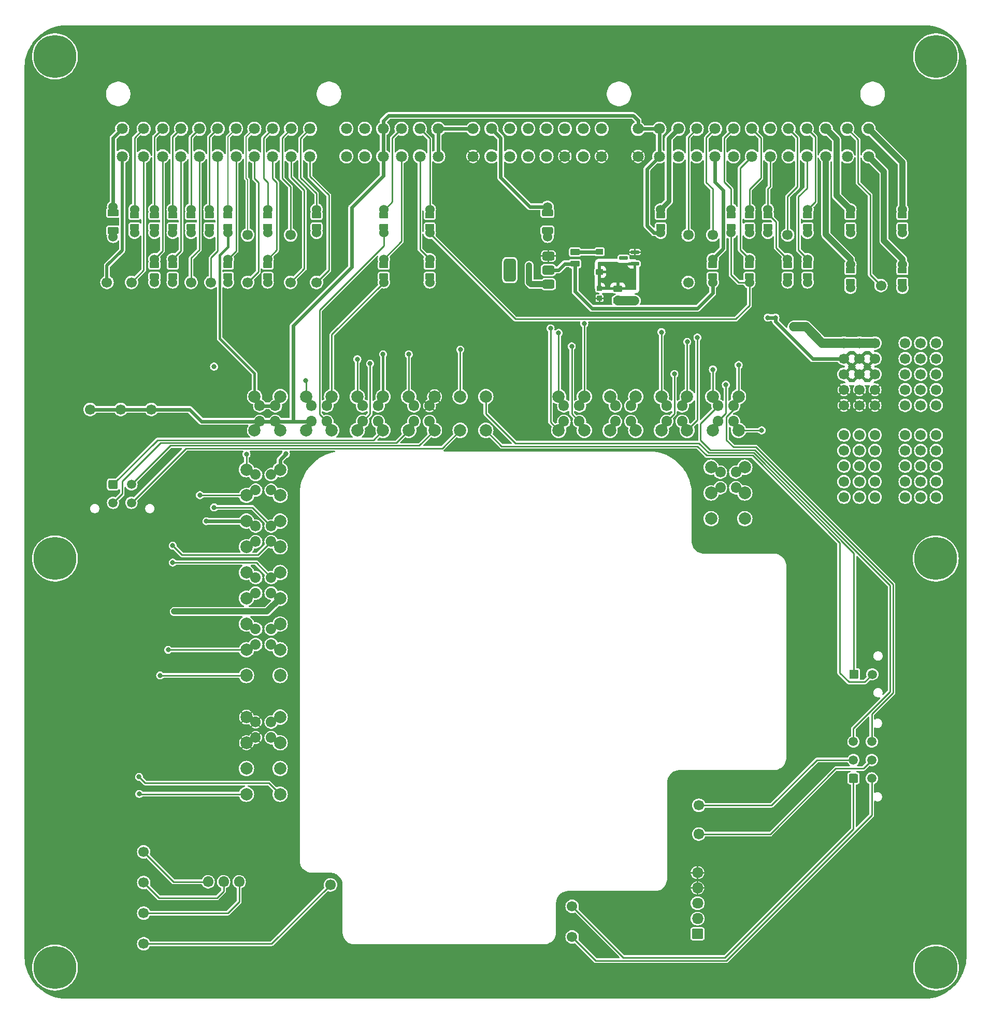
<source format=gtl>
G75*
G70*
%OFA0B0*%
%FSLAX25Y25*%
%IPPOS*%
%LPD*%
%AMOC8*
5,1,8,0,0,1.08239X$1,22.5*
%
%ADD10C,0.06000*%
%ADD11C,0.06693*%
%ADD12C,0.05906*%
%ADD13C,0.27559*%
%ADD14C,0.07087*%
%ADD15C,0.07874*%
%ADD16O,0.07283X0.06693*%
%ADD17C,0.03150*%
%ADD18C,0.02362*%
%ADD19C,0.00984*%
%ADD20C,0.00787*%
%ADD21C,0.03937*%
%ADD22C,0.01575*%
%ADD23C,0.01969*%
%ADD36O,0.06693X0.06693*%
X0000000Y0000000D02*
%LPD*%
G01*
D10*
X0119094Y0492500D03*
G36*
G01*
X0121555Y0494291D02*
X0116634Y0494291D01*
G75*
G02*
X0116240Y0494685I0000000J0000394D01*
G01*
X0116240Y0497835D01*
G75*
G02*
X0116634Y0498228I0000394J0000000D01*
G01*
X0121555Y0498228D01*
G75*
G02*
X0121949Y0497835I0000000J-000394D01*
G01*
X0121949Y0494685D01*
G75*
G02*
X0121555Y0494291I-000394J0000000D01*
G01*
G37*
G36*
G01*
X0121555Y0501772D02*
X0116634Y0501772D01*
G75*
G02*
X0116240Y0502165I0000000J0000394D01*
G01*
X0116240Y0505315D01*
G75*
G02*
X0116634Y0505709I0000394J0000000D01*
G01*
X0121555Y0505709D01*
G75*
G02*
X0121949Y0505315I0000000J-000394D01*
G01*
X0121949Y0502165D01*
G75*
G02*
X0121555Y0501772I-000394J0000000D01*
G01*
G37*
X0119094Y0507500D03*
X0095472Y0492500D03*
G36*
G01*
X0097933Y0494291D02*
X0093012Y0494291D01*
G75*
G02*
X0092618Y0494685I0000000J0000394D01*
G01*
X0092618Y0497835D01*
G75*
G02*
X0093012Y0498228I0000394J0000000D01*
G01*
X0097933Y0498228D01*
G75*
G02*
X0098327Y0497835I0000000J-000394D01*
G01*
X0098327Y0494685D01*
G75*
G02*
X0097933Y0494291I-000394J0000000D01*
G01*
G37*
G36*
G01*
X0097933Y0501772D02*
X0093012Y0501772D01*
G75*
G02*
X0092618Y0502165I0000000J0000394D01*
G01*
X0092618Y0505315D01*
G75*
G02*
X0093012Y0505709I0000394J0000000D01*
G01*
X0097933Y0505709D01*
G75*
G02*
X0098327Y0505315I0000000J-000394D01*
G01*
X0098327Y0502165D01*
G75*
G02*
X0097933Y0501772I-000394J0000000D01*
G01*
G37*
X0095472Y0507500D03*
D11*
X0187992Y0460630D03*
D10*
X0466535Y0492500D03*
G36*
G01*
X0468996Y0494291D02*
X0464075Y0494291D01*
G75*
G02*
X0463681Y0494685I0000000J0000394D01*
G01*
X0463681Y0497835D01*
G75*
G02*
X0464075Y0498228I0000394J0000000D01*
G01*
X0468996Y0498228D01*
G75*
G02*
X0469390Y0497835I0000000J-000394D01*
G01*
X0469390Y0494685D01*
G75*
G02*
X0468996Y0494291I-000394J0000000D01*
G01*
G37*
G36*
G01*
X0468996Y0501772D02*
X0464075Y0501772D01*
G75*
G02*
X0463681Y0502165I0000000J0000394D01*
G01*
X0463681Y0505315D01*
G75*
G02*
X0464075Y0505709I0000394J0000000D01*
G01*
X0468996Y0505709D01*
G75*
G02*
X0469390Y0505315I0000000J-000394D01*
G01*
X0469390Y0502165D01*
G75*
G02*
X0468996Y0501772I-000394J0000000D01*
G01*
G37*
X0466535Y0507500D03*
D11*
X0076772Y0074803D03*
X0427165Y0460630D03*
D10*
X0454724Y0492500D03*
G36*
G01*
X0457185Y0494291D02*
X0452264Y0494291D01*
G75*
G02*
X0451870Y0494685I0000000J0000394D01*
G01*
X0451870Y0497835D01*
G75*
G02*
X0452264Y0498228I0000394J0000000D01*
G01*
X0457185Y0498228D01*
G75*
G02*
X0457579Y0497835I0000000J-000394D01*
G01*
X0457579Y0494685D01*
G75*
G02*
X0457185Y0494291I-000394J0000000D01*
G01*
G37*
G36*
G01*
X0457185Y0501772D02*
X0452264Y0501772D01*
G75*
G02*
X0451870Y0502165I0000000J0000394D01*
G01*
X0451870Y0505315D01*
G75*
G02*
X0452264Y0505709I0000394J0000000D01*
G01*
X0457185Y0505709D01*
G75*
G02*
X0457579Y0505315I0000000J-000394D01*
G01*
X0457579Y0502165D01*
G75*
G02*
X0457185Y0501772I-000394J0000000D01*
G01*
G37*
X0454724Y0507500D03*
X0187992Y0492500D03*
G36*
G01*
X0190453Y0494291D02*
X0185531Y0494291D01*
G75*
G02*
X0185138Y0494685I0000000J0000394D01*
G01*
X0185138Y0497835D01*
G75*
G02*
X0185531Y0498228I0000394J0000000D01*
G01*
X0190453Y0498228D01*
G75*
G02*
X0190846Y0497835I0000000J-000394D01*
G01*
X0190846Y0494685D01*
G75*
G02*
X0190453Y0494291I-000394J0000000D01*
G01*
G37*
G36*
G01*
X0190453Y0501772D02*
X0185531Y0501772D01*
G75*
G02*
X0185138Y0502165I0000000J0000394D01*
G01*
X0185138Y0505315D01*
G75*
G02*
X0185531Y0505709I0000394J0000000D01*
G01*
X0190453Y0505709D01*
G75*
G02*
X0190846Y0505315I0000000J-000394D01*
G01*
X0190846Y0502165D01*
G75*
G02*
X0190453Y0501772I-000394J0000000D01*
G01*
G37*
X0187992Y0507500D03*
X0491142Y0460630D03*
G36*
G01*
X0493602Y0462421D02*
X0488681Y0462421D01*
G75*
G02*
X0488287Y0462815I0000000J0000394D01*
G01*
X0488287Y0465965D01*
G75*
G02*
X0488681Y0466358I0000394J0000000D01*
G01*
X0493602Y0466358D01*
G75*
G02*
X0493996Y0465965I0000000J-000394D01*
G01*
X0493996Y0462815D01*
G75*
G02*
X0493602Y0462421I-000394J0000000D01*
G01*
G37*
G36*
G01*
X0493602Y0469902D02*
X0488681Y0469902D01*
G75*
G02*
X0488287Y0470295I0000000J0000394D01*
G01*
X0488287Y0473445D01*
G75*
G02*
X0488681Y0473839I0000394J0000000D01*
G01*
X0493602Y0473839D01*
G75*
G02*
X0493996Y0473445I0000000J-000394D01*
G01*
X0493996Y0470295D01*
G75*
G02*
X0493602Y0469902I-000394J0000000D01*
G01*
G37*
X0491142Y0475630D03*
X0156496Y0460630D03*
G36*
G01*
X0158957Y0462421D02*
X0154035Y0462421D01*
G75*
G02*
X0153642Y0462815I0000000J0000394D01*
G01*
X0153642Y0465965D01*
G75*
G02*
X0154035Y0466358I0000394J0000000D01*
G01*
X0158957Y0466358D01*
G75*
G02*
X0159350Y0465965I0000000J-000394D01*
G01*
X0159350Y0462815D01*
G75*
G02*
X0158957Y0462421I-000394J0000000D01*
G01*
G37*
G36*
G01*
X0158957Y0469902D02*
X0154035Y0469902D01*
G75*
G02*
X0153642Y0470295I0000000J0000394D01*
G01*
X0153642Y0473445D01*
G75*
G02*
X0154035Y0473839I0000394J0000000D01*
G01*
X0158957Y0473839D01*
G75*
G02*
X0159350Y0473445I0000000J-000394D01*
G01*
X0159350Y0470295D01*
G75*
G02*
X0158957Y0469902I-000394J0000000D01*
G01*
G37*
X0156496Y0475630D03*
D11*
X0053150Y0460630D03*
D10*
X0531496Y0457067D03*
G36*
G01*
X0533957Y0458858D02*
X0529035Y0458858D01*
G75*
G02*
X0528642Y0459252I0000000J0000394D01*
G01*
X0528642Y0462402D01*
G75*
G02*
X0529035Y0462795I0000394J0000000D01*
G01*
X0533957Y0462795D01*
G75*
G02*
X0534350Y0462402I0000000J-000394D01*
G01*
X0534350Y0459252D01*
G75*
G02*
X0533957Y0458858I-000394J0000000D01*
G01*
G37*
G36*
G01*
X0533957Y0466339D02*
X0529035Y0466339D01*
G75*
G02*
X0528642Y0466732I0000000J0000394D01*
G01*
X0528642Y0469882D01*
G75*
G02*
X0529035Y0470276I0000394J0000000D01*
G01*
X0533957Y0470276D01*
G75*
G02*
X0534350Y0469882I0000000J-000394D01*
G01*
X0534350Y0466732D01*
G75*
G02*
X0533957Y0466339I-000394J0000000D01*
G01*
G37*
X0531496Y0472067D03*
D11*
X0551181Y0458661D03*
X0076772Y0035433D03*
D10*
X0083661Y0460630D03*
G36*
G01*
X0086122Y0462421D02*
X0081201Y0462421D01*
G75*
G02*
X0080807Y0462815I0000000J0000394D01*
G01*
X0080807Y0465965D01*
G75*
G02*
X0081201Y0466358I0000394J0000000D01*
G01*
X0086122Y0466358D01*
G75*
G02*
X0086516Y0465965I0000000J-000394D01*
G01*
X0086516Y0462815D01*
G75*
G02*
X0086122Y0462421I-000394J0000000D01*
G01*
G37*
G36*
G01*
X0086122Y0469902D02*
X0081201Y0469902D01*
G75*
G02*
X0080807Y0470295I0000000J0000394D01*
G01*
X0080807Y0473445D01*
G75*
G02*
X0081201Y0473839I0000394J0000000D01*
G01*
X0086122Y0473839D01*
G75*
G02*
X0086516Y0473445I0000000J-000394D01*
G01*
X0086516Y0470295D01*
G75*
G02*
X0086122Y0469902I-000394J0000000D01*
G01*
G37*
X0083661Y0475630D03*
X0130906Y0492500D03*
G36*
G01*
X0133366Y0494291D02*
X0128445Y0494291D01*
G75*
G02*
X0128051Y0494685I0000000J0000394D01*
G01*
X0128051Y0497835D01*
G75*
G02*
X0128445Y0498228I0000394J0000000D01*
G01*
X0133366Y0498228D01*
G75*
G02*
X0133760Y0497835I0000000J-000394D01*
G01*
X0133760Y0494685D01*
G75*
G02*
X0133366Y0494291I-000394J0000000D01*
G01*
G37*
G36*
G01*
X0133366Y0501772D02*
X0128445Y0501772D01*
G75*
G02*
X0128051Y0502165I0000000J0000394D01*
G01*
X0128051Y0505315D01*
G75*
G02*
X0128445Y0505709I0000394J0000000D01*
G01*
X0133366Y0505709D01*
G75*
G02*
X0133760Y0505315I0000000J-000394D01*
G01*
X0133760Y0502165D01*
G75*
G02*
X0133366Y0501772I-000394J0000000D01*
G01*
G37*
X0130906Y0507500D03*
D11*
X0120079Y0460630D03*
D10*
X0156496Y0492500D03*
G36*
G01*
X0158957Y0494291D02*
X0154035Y0494291D01*
G75*
G02*
X0153642Y0494685I0000000J0000394D01*
G01*
X0153642Y0497835D01*
G75*
G02*
X0154035Y0498228I0000394J0000000D01*
G01*
X0158957Y0498228D01*
G75*
G02*
X0159350Y0497835I0000000J-000394D01*
G01*
X0159350Y0494685D01*
G75*
G02*
X0158957Y0494291I-000394J0000000D01*
G01*
G37*
G36*
G01*
X0158957Y0501772D02*
X0154035Y0501772D01*
G75*
G02*
X0153642Y0502165I0000000J0000394D01*
G01*
X0153642Y0505315D01*
G75*
G02*
X0154035Y0505709I0000394J0000000D01*
G01*
X0158957Y0505709D01*
G75*
G02*
X0159350Y0505315I0000000J-000394D01*
G01*
X0159350Y0502165D01*
G75*
G02*
X0158957Y0501772I-000394J0000000D01*
G01*
G37*
X0156496Y0507500D03*
G36*
G01*
X0368071Y0482087D02*
X0372087Y0482087D01*
G75*
G02*
X0372441Y0481732I0000000J-000354D01*
G01*
X0372441Y0478898D01*
G75*
G02*
X0372087Y0478543I-000354J0000000D01*
G01*
X0368071Y0478543D01*
G75*
G02*
X0367717Y0478898I0000000J0000354D01*
G01*
X0367717Y0481732D01*
G75*
G02*
X0368071Y0482087I0000354J0000000D01*
G01*
G37*
G36*
G01*
X0368071Y0469094D02*
X0372087Y0469094D01*
G75*
G02*
X0372441Y0468740I0000000J-000354D01*
G01*
X0372441Y0465906D01*
G75*
G02*
X0372087Y0465551I-000354J0000000D01*
G01*
X0368071Y0465551D01*
G75*
G02*
X0367717Y0465906I0000000J0000354D01*
G01*
X0367717Y0468740D01*
G75*
G02*
X0368071Y0469094I0000354J0000000D01*
G01*
G37*
G36*
G01*
X0054134Y0328740D02*
X0054134Y0332677D01*
G75*
G02*
X0055118Y0333661I0000984J0000000D01*
G01*
X0059055Y0333661D01*
G75*
G02*
X0060039Y0332677I0000000J-000984D01*
G01*
X0060039Y0328740D01*
G75*
G02*
X0059055Y0327756I-000984J0000000D01*
G01*
X0055118Y0327756D01*
G75*
G02*
X0054134Y0328740I0000000J0000984D01*
G01*
G37*
D12*
X0068898Y0330709D03*
X0057087Y0318898D03*
X0068898Y0318898D03*
D10*
X0478346Y0492500D03*
G36*
G01*
X0480807Y0494291D02*
X0475886Y0494291D01*
G75*
G02*
X0475492Y0494685I0000000J0000394D01*
G01*
X0475492Y0497835D01*
G75*
G02*
X0475886Y0498228I0000394J0000000D01*
G01*
X0480807Y0498228D01*
G75*
G02*
X0481201Y0497835I0000000J-000394D01*
G01*
X0481201Y0494685D01*
G75*
G02*
X0480807Y0494291I-000394J0000000D01*
G01*
G37*
G36*
G01*
X0480807Y0501772D02*
X0475886Y0501772D01*
G75*
G02*
X0475492Y0502165I0000000J0000394D01*
G01*
X0475492Y0505315D01*
G75*
G02*
X0475886Y0505709I0000394J0000000D01*
G01*
X0480807Y0505709D01*
G75*
G02*
X0481201Y0505315I0000000J-000394D01*
G01*
X0481201Y0502165D01*
G75*
G02*
X0480807Y0501772I-000394J0000000D01*
G01*
G37*
X0478346Y0507500D03*
X0466535Y0460630D03*
G36*
G01*
X0468996Y0462421D02*
X0464075Y0462421D01*
G75*
G02*
X0463681Y0462815I0000000J0000394D01*
G01*
X0463681Y0465965D01*
G75*
G02*
X0464075Y0466358I0000394J0000000D01*
G01*
X0468996Y0466358D01*
G75*
G02*
X0469390Y0465965I0000000J-000394D01*
G01*
X0469390Y0462815D01*
G75*
G02*
X0468996Y0462421I-000394J0000000D01*
G01*
G37*
G36*
G01*
X0468996Y0469902D02*
X0464075Y0469902D01*
G75*
G02*
X0463681Y0470295I0000000J0000394D01*
G01*
X0463681Y0473445D01*
G75*
G02*
X0464075Y0473839I0000394J0000000D01*
G01*
X0468996Y0473839D01*
G75*
G02*
X0469390Y0473445I0000000J-000394D01*
G01*
X0469390Y0470295D01*
G75*
G02*
X0468996Y0469902I-000394J0000000D01*
G01*
G37*
X0466535Y0475630D03*
D11*
X0081693Y0378937D03*
X0171260Y0460630D03*
D10*
X0564961Y0457067D03*
G36*
G01*
X0567421Y0458858D02*
X0562500Y0458858D01*
G75*
G02*
X0562106Y0459252I0000000J0000394D01*
G01*
X0562106Y0462402D01*
G75*
G02*
X0562500Y0462795I0000394J0000000D01*
G01*
X0567421Y0462795D01*
G75*
G02*
X0567815Y0462402I0000000J-000394D01*
G01*
X0567815Y0459252D01*
G75*
G02*
X0567421Y0458858I-000394J0000000D01*
G01*
G37*
G36*
G01*
X0567421Y0466339D02*
X0562500Y0466339D01*
G75*
G02*
X0562106Y0466732I0000000J0000394D01*
G01*
X0562106Y0469882D01*
G75*
G02*
X0562500Y0470276I0000394J0000000D01*
G01*
X0567421Y0470276D01*
G75*
G02*
X0567815Y0469882I0000000J-000394D01*
G01*
X0567815Y0466732D01*
G75*
G02*
X0567421Y0466339I-000394J0000000D01*
G01*
G37*
X0564961Y0472067D03*
D11*
X0566772Y0381575D03*
X0566772Y0391575D03*
X0566772Y0401575D03*
X0566772Y0411575D03*
X0566772Y0421575D03*
X0576772Y0381575D03*
X0576772Y0391575D03*
X0576772Y0401575D03*
X0576772Y0411575D03*
X0576772Y0421575D03*
X0586772Y0381575D03*
X0586772Y0391575D03*
X0586772Y0401575D03*
X0586772Y0411575D03*
X0586772Y0421575D03*
D10*
X0442913Y0460630D03*
G36*
G01*
X0445374Y0462421D02*
X0440453Y0462421D01*
G75*
G02*
X0440059Y0462815I0000000J0000394D01*
G01*
X0440059Y0465965D01*
G75*
G02*
X0440453Y0466358I0000394J0000000D01*
G01*
X0445374Y0466358D01*
G75*
G02*
X0445768Y0465965I0000000J-000394D01*
G01*
X0445768Y0462815D01*
G75*
G02*
X0445374Y0462421I-000394J0000000D01*
G01*
G37*
G36*
G01*
X0445374Y0469902D02*
X0440453Y0469902D01*
G75*
G02*
X0440059Y0470295I0000000J0000394D01*
G01*
X0440059Y0473445D01*
G75*
G02*
X0440453Y0473839I0000394J0000000D01*
G01*
X0445374Y0473839D01*
G75*
G02*
X0445768Y0473445I0000000J-000394D01*
G01*
X0445768Y0470295D01*
G75*
G02*
X0445374Y0469902I-000394J0000000D01*
G01*
G37*
X0442913Y0475630D03*
G36*
G01*
X0395768Y0473228D02*
X0395768Y0472047D01*
G75*
G02*
X0395177Y0471457I-000591J0000000D01*
G01*
X0390551Y0471457D01*
G75*
G02*
X0389961Y0472047I0000000J0000591D01*
G01*
X0389961Y0473228D01*
G75*
G02*
X0390551Y0473819I0000591J0000000D01*
G01*
X0395177Y0473819D01*
G75*
G02*
X0395768Y0473228I0000000J-000591D01*
G01*
G37*
G36*
G01*
X0388386Y0476968D02*
X0388386Y0475787D01*
G75*
G02*
X0387795Y0475197I-000591J0000000D01*
G01*
X0383169Y0475197D01*
G75*
G02*
X0382579Y0475787I0000000J0000591D01*
G01*
X0382579Y0476968D01*
G75*
G02*
X0383169Y0477559I0000591J0000000D01*
G01*
X0387795Y0477559D01*
G75*
G02*
X0388386Y0476968I0000000J-000591D01*
G01*
G37*
G36*
G01*
X0395768Y0480709D02*
X0395768Y0479528D01*
G75*
G02*
X0395177Y0478937I-000591J0000000D01*
G01*
X0390551Y0478937D01*
G75*
G02*
X0389961Y0479528I0000000J0000591D01*
G01*
X0389961Y0480709D01*
G75*
G02*
X0390551Y0481299I0000591J0000000D01*
G01*
X0395177Y0481299D01*
G75*
G02*
X0395768Y0480709I0000000J-000591D01*
G01*
G37*
G36*
G01*
X0535433Y0138780D02*
X0531496Y0138780D01*
G75*
G02*
X0530512Y0139764I0000000J0000984D01*
G01*
X0530512Y0143701D01*
G75*
G02*
X0531496Y0144685I0000984J0000000D01*
G01*
X0535433Y0144685D01*
G75*
G02*
X0536417Y0143701I0000000J-000984D01*
G01*
X0536417Y0139764D01*
G75*
G02*
X0535433Y0138780I-000984J0000000D01*
G01*
G37*
D12*
X0533465Y0153543D03*
X0533465Y0165354D03*
X0545276Y0141732D03*
X0545276Y0153543D03*
X0545276Y0165354D03*
D13*
X0586614Y0605906D03*
G36*
G01*
X0351870Y0482087D02*
X0356791Y0482087D01*
G75*
G02*
X0357185Y0481693I0000000J-000394D01*
G01*
X0357185Y0478543D01*
G75*
G02*
X0356791Y0478150I-000394J0000000D01*
G01*
X0351870Y0478150D01*
G75*
G02*
X0351476Y0478543I0000000J0000394D01*
G01*
X0351476Y0481693D01*
G75*
G02*
X0351870Y0482087I0000394J0000000D01*
G01*
G37*
G36*
G01*
X0351870Y0474606D02*
X0356791Y0474606D01*
G75*
G02*
X0357185Y0474213I0000000J-000394D01*
G01*
X0357185Y0471063D01*
G75*
G02*
X0356791Y0470669I-000394J0000000D01*
G01*
X0351870Y0470669D01*
G75*
G02*
X0351476Y0471063I0000000J0000394D01*
G01*
X0351476Y0474213D01*
G75*
G02*
X0351870Y0474606I0000394J0000000D01*
G01*
G37*
X0019685Y0283071D03*
D10*
X0107283Y0492500D03*
G36*
G01*
X0109744Y0494291D02*
X0104823Y0494291D01*
G75*
G02*
X0104429Y0494685I0000000J0000394D01*
G01*
X0104429Y0497835D01*
G75*
G02*
X0104823Y0498228I0000394J0000000D01*
G01*
X0109744Y0498228D01*
G75*
G02*
X0110138Y0497835I0000000J-000394D01*
G01*
X0110138Y0494685D01*
G75*
G02*
X0109744Y0494291I-000394J0000000D01*
G01*
G37*
G36*
G01*
X0109744Y0501772D02*
X0104823Y0501772D01*
G75*
G02*
X0104429Y0502165I0000000J0000394D01*
G01*
X0104429Y0505315D01*
G75*
G02*
X0104823Y0505709I0000394J0000000D01*
G01*
X0109744Y0505709D01*
G75*
G02*
X0110138Y0505315I0000000J-000394D01*
G01*
X0110138Y0502165D01*
G75*
G02*
X0109744Y0501772I-000394J0000000D01*
G01*
G37*
X0107283Y0507500D03*
X0503937Y0460630D03*
G36*
G01*
X0506398Y0462421D02*
X0501476Y0462421D01*
G75*
G02*
X0501083Y0462815I0000000J0000394D01*
G01*
X0501083Y0465965D01*
G75*
G02*
X0501476Y0466358I0000394J0000000D01*
G01*
X0506398Y0466358D01*
G75*
G02*
X0506791Y0465965I0000000J-000394D01*
G01*
X0506791Y0462815D01*
G75*
G02*
X0506398Y0462421I-000394J0000000D01*
G01*
G37*
G36*
G01*
X0506398Y0469902D02*
X0501476Y0469902D01*
G75*
G02*
X0501083Y0470295I0000000J0000394D01*
G01*
X0501083Y0473445D01*
G75*
G02*
X0501476Y0473839I0000394J0000000D01*
G01*
X0506398Y0473839D01*
G75*
G02*
X0506791Y0473445I0000000J-000394D01*
G01*
X0506791Y0470295D01*
G75*
G02*
X0506398Y0469902I-000394J0000000D01*
G01*
G37*
X0503937Y0475630D03*
G36*
G01*
X0371417Y0448799D02*
X0368740Y0448799D01*
G75*
G02*
X0368406Y0449134I0000000J0000335D01*
G01*
X0368406Y0451811D01*
G75*
G02*
X0368740Y0452146I0000335J0000000D01*
G01*
X0371417Y0452146D01*
G75*
G02*
X0371752Y0451811I0000000J-000335D01*
G01*
X0371752Y0449134D01*
G75*
G02*
X0371417Y0448799I-000335J0000000D01*
G01*
G37*
G36*
G01*
X0371417Y0455020D02*
X0368740Y0455020D01*
G75*
G02*
X0368406Y0455354I0000000J0000335D01*
G01*
X0368406Y0458031D01*
G75*
G02*
X0368740Y0458366I0000335J0000000D01*
G01*
X0371417Y0458366D01*
G75*
G02*
X0371752Y0458031I0000000J-000335D01*
G01*
X0371752Y0455354D01*
G75*
G02*
X0371417Y0455020I-000335J0000000D01*
G01*
G37*
X0083661Y0492500D03*
G36*
G01*
X0086122Y0494291D02*
X0081201Y0494291D01*
G75*
G02*
X0080807Y0494685I0000000J0000394D01*
G01*
X0080807Y0497835D01*
G75*
G02*
X0081201Y0498228I0000394J0000000D01*
G01*
X0086122Y0498228D01*
G75*
G02*
X0086516Y0497835I0000000J-000394D01*
G01*
X0086516Y0494685D01*
G75*
G02*
X0086122Y0494291I-000394J0000000D01*
G01*
G37*
G36*
G01*
X0086122Y0501772D02*
X0081201Y0501772D01*
G75*
G02*
X0080807Y0502165I0000000J0000394D01*
G01*
X0080807Y0505315D01*
G75*
G02*
X0081201Y0505709I0000394J0000000D01*
G01*
X0086122Y0505709D01*
G75*
G02*
X0086516Y0505315I0000000J-000394D01*
G01*
X0086516Y0502165D01*
G75*
G02*
X0086122Y0501772I-000394J0000000D01*
G01*
G37*
X0083661Y0507500D03*
X0231299Y0460630D03*
G36*
G01*
X0233760Y0462421D02*
X0228839Y0462421D01*
G75*
G02*
X0228445Y0462815I0000000J0000394D01*
G01*
X0228445Y0465965D01*
G75*
G02*
X0228839Y0466358I0000394J0000000D01*
G01*
X0233760Y0466358D01*
G75*
G02*
X0234154Y0465965I0000000J-000394D01*
G01*
X0234154Y0462815D01*
G75*
G02*
X0233760Y0462421I-000394J0000000D01*
G01*
G37*
G36*
G01*
X0233760Y0469902D02*
X0228839Y0469902D01*
G75*
G02*
X0228445Y0470295I0000000J0000394D01*
G01*
X0228445Y0473445D01*
G75*
G02*
X0228839Y0473839I0000394J0000000D01*
G01*
X0233760Y0473839D01*
G75*
G02*
X0234154Y0473445I0000000J-000394D01*
G01*
X0234154Y0470295D01*
G75*
G02*
X0233760Y0469902I-000394J0000000D01*
G01*
G37*
X0231299Y0475630D03*
D11*
X0068898Y0460630D03*
X0062008Y0378937D03*
D10*
X0057087Y0509272D03*
G36*
G01*
X0053543Y0503976D02*
X0053543Y0506693D01*
G75*
G02*
X0054449Y0507598I0000906J0000000D01*
G01*
X0059724Y0507598D01*
G75*
G02*
X0060630Y0506693I0000000J-000906D01*
G01*
X0060630Y0503976D01*
G75*
G02*
X0059724Y0503071I-000906J0000000D01*
G01*
X0054449Y0503071D01*
G75*
G02*
X0053543Y0503976I0000000J0000906D01*
G01*
G37*
G36*
G01*
X0053543Y0492559D02*
X0053543Y0495276D01*
G75*
G02*
X0054449Y0496181I0000906J0000000D01*
G01*
X0059724Y0496181D01*
G75*
G02*
X0060630Y0495276I0000000J-000906D01*
G01*
X0060630Y0492559D01*
G75*
G02*
X0059724Y0491654I-000906J0000000D01*
G01*
X0054449Y0491654D01*
G75*
G02*
X0053543Y0492559I0000000J0000906D01*
G01*
G37*
X0057087Y0489980D03*
D11*
X0427165Y0491142D03*
D10*
X0095472Y0460630D03*
G36*
G01*
X0097933Y0462421D02*
X0093012Y0462421D01*
G75*
G02*
X0092618Y0462815I0000000J0000394D01*
G01*
X0092618Y0465965D01*
G75*
G02*
X0093012Y0466358I0000394J0000000D01*
G01*
X0097933Y0466358D01*
G75*
G02*
X0098327Y0465965I0000000J-000394D01*
G01*
X0098327Y0462815D01*
G75*
G02*
X0097933Y0462421I-000394J0000000D01*
G01*
G37*
G36*
G01*
X0097933Y0469902D02*
X0093012Y0469902D01*
G75*
G02*
X0092618Y0470295I0000000J0000394D01*
G01*
X0092618Y0473445D01*
G75*
G02*
X0093012Y0473839I0000394J0000000D01*
G01*
X0097933Y0473839D01*
G75*
G02*
X0098327Y0473445I0000000J-000394D01*
G01*
X0098327Y0470295D01*
G75*
G02*
X0097933Y0469902I-000394J0000000D01*
G01*
G37*
X0095472Y0475630D03*
D11*
X0527402Y0381575D03*
X0527402Y0391575D03*
X0527402Y0401575D03*
X0527402Y0411575D03*
X0527402Y0421575D03*
X0537402Y0381575D03*
X0537402Y0391575D03*
X0537402Y0401575D03*
X0537402Y0411575D03*
X0537402Y0421575D03*
X0547402Y0381575D03*
X0547402Y0391575D03*
X0547402Y0401575D03*
X0547402Y0411575D03*
X0547402Y0421575D03*
D10*
X0231299Y0492500D03*
G36*
G01*
X0233760Y0494291D02*
X0228839Y0494291D01*
G75*
G02*
X0228445Y0494685I0000000J0000394D01*
G01*
X0228445Y0497835D01*
G75*
G02*
X0228839Y0498228I0000394J0000000D01*
G01*
X0233760Y0498228D01*
G75*
G02*
X0234154Y0497835I0000000J-000394D01*
G01*
X0234154Y0494685D01*
G75*
G02*
X0233760Y0494291I-000394J0000000D01*
G01*
G37*
G36*
G01*
X0233760Y0501772D02*
X0228839Y0501772D01*
G75*
G02*
X0228445Y0502165I0000000J0000394D01*
G01*
X0228445Y0505315D01*
G75*
G02*
X0228839Y0505709I0000394J0000000D01*
G01*
X0233760Y0505709D01*
G75*
G02*
X0234154Y0505315I0000000J-000394D01*
G01*
X0234154Y0502165D01*
G75*
G02*
X0233760Y0501772I-000394J0000000D01*
G01*
G37*
X0231299Y0507500D03*
D11*
X0527402Y0322520D03*
X0527402Y0332520D03*
X0527402Y0342520D03*
X0527402Y0352520D03*
X0527402Y0362520D03*
X0537402Y0322520D03*
X0537402Y0332520D03*
X0537402Y0342520D03*
X0537402Y0352520D03*
X0537402Y0362520D03*
X0547402Y0322520D03*
X0547402Y0332520D03*
X0547402Y0342520D03*
X0547402Y0352520D03*
X0547402Y0362520D03*
D14*
X0062957Y0541650D03*
X0076727Y0541650D03*
X0088937Y0541650D03*
X0100747Y0541650D03*
X0112557Y0541650D03*
X0124367Y0541650D03*
X0136177Y0541650D03*
X0147987Y0541650D03*
X0159797Y0541650D03*
X0171607Y0541650D03*
X0183817Y0541650D03*
X0062957Y0559370D03*
X0076727Y0559370D03*
X0088937Y0559370D03*
X0100747Y0559370D03*
X0112557Y0559370D03*
X0124367Y0559370D03*
X0136177Y0559370D03*
X0147987Y0559370D03*
X0159797Y0559370D03*
X0171607Y0559370D03*
X0183817Y0559370D03*
X0288744Y0541650D03*
X0300554Y0541650D03*
X0312364Y0541650D03*
X0324174Y0541650D03*
X0335994Y0541650D03*
X0347804Y0541650D03*
X0359614Y0541650D03*
X0371424Y0541650D03*
X0288744Y0559370D03*
X0300554Y0559370D03*
X0312364Y0559370D03*
X0324174Y0559370D03*
X0335994Y0559370D03*
X0347804Y0559370D03*
X0359614Y0559370D03*
X0371424Y0559370D03*
X0394834Y0541650D03*
X0408614Y0541650D03*
X0420834Y0541650D03*
X0432644Y0541650D03*
X0444454Y0541650D03*
X0456264Y0541650D03*
X0468074Y0541650D03*
X0479884Y0541650D03*
X0491694Y0541650D03*
X0503504Y0541650D03*
X0515714Y0541650D03*
X0529494Y0541650D03*
X0543274Y0541650D03*
X0394834Y0559370D03*
X0408614Y0559370D03*
X0420834Y0559370D03*
X0432644Y0559370D03*
X0444454Y0559370D03*
X0456264Y0559370D03*
X0468074Y0559370D03*
X0479884Y0559370D03*
X0491694Y0559370D03*
X0503504Y0559370D03*
X0515714Y0559370D03*
X0529494Y0559370D03*
X0543274Y0559370D03*
X0207248Y0541650D03*
X0219058Y0541650D03*
X0230868Y0541650D03*
X0242678Y0541650D03*
X0254498Y0541650D03*
X0266308Y0541650D03*
X0207248Y0559370D03*
X0219058Y0559370D03*
X0230868Y0559370D03*
X0242678Y0559370D03*
X0254498Y0559370D03*
X0266308Y0559370D03*
D13*
X0586420Y0283071D03*
X0586614Y0020079D03*
D11*
X0566772Y0322520D03*
X0566772Y0332520D03*
X0566772Y0342520D03*
X0566772Y0352520D03*
X0566772Y0362520D03*
X0576772Y0322520D03*
X0576772Y0332520D03*
X0576772Y0342520D03*
X0576772Y0352520D03*
X0576772Y0362520D03*
X0586772Y0322520D03*
X0586772Y0332520D03*
X0586772Y0342520D03*
X0586772Y0352520D03*
X0586772Y0362520D03*
X0442913Y0491142D03*
D10*
X0130906Y0460630D03*
G36*
G01*
X0133366Y0462421D02*
X0128445Y0462421D01*
G75*
G02*
X0128051Y0462815I0000000J0000394D01*
G01*
X0128051Y0465965D01*
G75*
G02*
X0128445Y0466358I0000394J0000000D01*
G01*
X0133366Y0466358D01*
G75*
G02*
X0133760Y0465965I0000000J-000394D01*
G01*
X0133760Y0462815D01*
G75*
G02*
X0133366Y0462421I-000394J0000000D01*
G01*
G37*
G36*
G01*
X0133366Y0469902D02*
X0128445Y0469902D01*
G75*
G02*
X0128051Y0470295I0000000J0000394D01*
G01*
X0128051Y0473445D01*
G75*
G02*
X0128445Y0473839I0000394J0000000D01*
G01*
X0133366Y0473839D01*
G75*
G02*
X0133760Y0473445I0000000J-000394D01*
G01*
X0133760Y0470295D01*
G75*
G02*
X0133366Y0469902I-000394J0000000D01*
G01*
G37*
X0130906Y0475630D03*
X0531496Y0492500D03*
G36*
G01*
X0533957Y0494291D02*
X0529035Y0494291D01*
G75*
G02*
X0528642Y0494685I0000000J0000394D01*
G01*
X0528642Y0497835D01*
G75*
G02*
X0529035Y0498228I0000394J0000000D01*
G01*
X0533957Y0498228D01*
G75*
G02*
X0534350Y0497835I0000000J-000394D01*
G01*
X0534350Y0494685D01*
G75*
G02*
X0533957Y0494291I-000394J0000000D01*
G01*
G37*
G36*
G01*
X0533957Y0501772D02*
X0529035Y0501772D01*
G75*
G02*
X0528642Y0502165I0000000J0000394D01*
G01*
X0528642Y0505315D01*
G75*
G02*
X0529035Y0505709I0000394J0000000D01*
G01*
X0533957Y0505709D01*
G75*
G02*
X0534350Y0505315I0000000J-000394D01*
G01*
X0534350Y0502165D01*
G75*
G02*
X0533957Y0501772I-000394J0000000D01*
G01*
G37*
X0531496Y0507500D03*
D15*
X0142914Y0131546D03*
X0142914Y0148081D03*
X0142914Y0164616D03*
D11*
X0148819Y0167963D03*
D15*
X0142914Y0181152D03*
D11*
X0148819Y0177963D03*
D15*
X0164567Y0131546D03*
X0164567Y0148081D03*
D11*
X0158819Y0167963D03*
D15*
X0164567Y0164616D03*
D11*
X0158819Y0177963D03*
D15*
X0164567Y0181152D03*
X0142914Y0207923D03*
X0142914Y0224459D03*
D11*
X0148819Y0227805D03*
D15*
X0142914Y0240994D03*
D11*
X0148819Y0237805D03*
D15*
X0142914Y0257530D03*
D11*
X0148819Y0260876D03*
D15*
X0142914Y0274065D03*
D11*
X0148819Y0270876D03*
D15*
X0142914Y0290601D03*
D11*
X0148819Y0293947D03*
D15*
X0142914Y0307136D03*
D11*
X0148819Y0303947D03*
D15*
X0142914Y0323672D03*
D11*
X0148819Y0327018D03*
D15*
X0142914Y0340207D03*
D11*
X0148819Y0337018D03*
D15*
X0164567Y0207923D03*
D11*
X0158819Y0227805D03*
D15*
X0164567Y0224459D03*
D11*
X0158819Y0237805D03*
D15*
X0164567Y0240994D03*
D11*
X0158819Y0260876D03*
D15*
X0164567Y0257530D03*
D11*
X0158819Y0270876D03*
D15*
X0164567Y0274065D03*
D11*
X0158819Y0293947D03*
D15*
X0164567Y0290601D03*
D11*
X0158819Y0303947D03*
D15*
X0164567Y0307136D03*
D11*
X0158819Y0327018D03*
D15*
X0164567Y0323672D03*
D11*
X0158819Y0337018D03*
D15*
X0164567Y0340207D03*
X0148130Y0387156D03*
D11*
X0151477Y0381250D03*
X0161477Y0381250D03*
D15*
X0164666Y0387156D03*
X0181201Y0387156D03*
D11*
X0184548Y0381250D03*
X0194548Y0381250D03*
D15*
X0197737Y0387156D03*
X0214272Y0387156D03*
D11*
X0217619Y0381250D03*
X0227619Y0381250D03*
D15*
X0230808Y0387156D03*
X0247343Y0387156D03*
D11*
X0250689Y0381250D03*
X0260689Y0381250D03*
D15*
X0263878Y0387156D03*
X0280414Y0387156D03*
X0296949Y0387156D03*
X0148130Y0365502D03*
D11*
X0151477Y0371250D03*
X0161477Y0371250D03*
D15*
X0164666Y0365502D03*
X0181201Y0365502D03*
D11*
X0184548Y0371250D03*
X0194548Y0371250D03*
D15*
X0197737Y0365502D03*
X0214272Y0365502D03*
D11*
X0217619Y0371250D03*
X0227619Y0371250D03*
D15*
X0230808Y0365502D03*
X0247343Y0365502D03*
D11*
X0250689Y0371250D03*
X0260689Y0371250D03*
D15*
X0263878Y0365502D03*
X0280414Y0365502D03*
X0296949Y0365502D03*
X0343800Y0387156D03*
D11*
X0347146Y0381250D03*
X0357146Y0381250D03*
D15*
X0360335Y0387156D03*
X0376871Y0387156D03*
D11*
X0380217Y0381250D03*
X0390217Y0381250D03*
D15*
X0393406Y0387156D03*
X0409941Y0387156D03*
D11*
X0413288Y0381250D03*
X0423288Y0381250D03*
D15*
X0426477Y0387156D03*
X0443012Y0387156D03*
D11*
X0446359Y0381250D03*
X0456359Y0381250D03*
D15*
X0459548Y0387156D03*
X0343800Y0365502D03*
D11*
X0347146Y0371250D03*
X0357146Y0371250D03*
D15*
X0360335Y0365502D03*
X0376871Y0365502D03*
D11*
X0380217Y0371250D03*
X0390217Y0371250D03*
D15*
X0393406Y0365502D03*
X0409941Y0365502D03*
D11*
X0413288Y0371250D03*
X0423288Y0371250D03*
D15*
X0426477Y0365502D03*
X0443012Y0365502D03*
D11*
X0446359Y0371250D03*
X0456359Y0371250D03*
D15*
X0459548Y0365502D03*
D11*
X0457835Y0338593D03*
D15*
X0463583Y0341782D03*
D11*
X0457835Y0328593D03*
D15*
X0463583Y0325246D03*
X0463583Y0308711D03*
X0441930Y0341782D03*
D11*
X0447835Y0338593D03*
D15*
X0441930Y0325246D03*
D11*
X0447835Y0328593D03*
D15*
X0441930Y0308711D03*
G36*
G01*
X0435827Y0038435D02*
X0430512Y0038435D01*
G75*
G02*
X0429528Y0039420I0000000J0000984D01*
G01*
X0429528Y0044144D01*
G75*
G02*
X0430512Y0045128I0000984J0000000D01*
G01*
X0435827Y0045128D01*
G75*
G02*
X0436812Y0044144I0000000J-000984D01*
G01*
X0436812Y0039420D01*
G75*
G02*
X0435827Y0038435I-000984J0000000D01*
G01*
G37*
D16*
X0433170Y0051624D03*
X0433170Y0061467D03*
X0433170Y0071309D03*
X0433170Y0081152D03*
D11*
X0352461Y0039813D03*
X0352461Y0059498D03*
X0433957Y0124459D03*
X0433957Y0105955D03*
X0128209Y0075246D03*
X0138209Y0075246D03*
X0118209Y0075246D03*
X0196949Y0073278D03*
X0143701Y0491142D03*
D10*
X0070866Y0492500D03*
G36*
G01*
X0073327Y0494291D02*
X0068406Y0494291D01*
G75*
G02*
X0068012Y0494685I0000000J0000394D01*
G01*
X0068012Y0497835D01*
G75*
G02*
X0068406Y0498228I0000394J0000000D01*
G01*
X0073327Y0498228D01*
G75*
G02*
X0073720Y0497835I0000000J-000394D01*
G01*
X0073720Y0494685D01*
G75*
G02*
X0073327Y0494291I-000394J0000000D01*
G01*
G37*
G36*
G01*
X0073327Y0501772D02*
X0068406Y0501772D01*
G75*
G02*
X0068012Y0502165I0000000J0000394D01*
G01*
X0068012Y0505315D01*
G75*
G02*
X0068406Y0505709I0000394J0000000D01*
G01*
X0073327Y0505709D01*
G75*
G02*
X0073720Y0505315I0000000J-000394D01*
G01*
X0073720Y0502165D01*
G75*
G02*
X0073327Y0501772I-000394J0000000D01*
G01*
G37*
X0070866Y0507500D03*
D11*
X0171260Y0491142D03*
D13*
X0019685Y0020079D03*
G36*
G01*
X0341142Y0460925D02*
X0341142Y0457972D01*
G75*
G02*
X0339665Y0456496I-001476J0000000D01*
G01*
X0334744Y0456496D01*
G75*
G02*
X0333268Y0457972I0000000J0001476D01*
G01*
X0333268Y0460925D01*
G75*
G02*
X0334744Y0462402I0001476J0000000D01*
G01*
X0339665Y0462402D01*
G75*
G02*
X0341142Y0460925I0000000J-001476D01*
G01*
G37*
G36*
G01*
X0341142Y0469980D02*
X0341142Y0467028D01*
G75*
G02*
X0339665Y0465551I-001476J0000000D01*
G01*
X0334744Y0465551D01*
G75*
G02*
X0333268Y0467028I0000000J0001476D01*
G01*
X0333268Y0469980D01*
G75*
G02*
X0334744Y0471457I0001476J0000000D01*
G01*
X0339665Y0471457D01*
G75*
G02*
X0341142Y0469980I0000000J-001476D01*
G01*
G37*
G36*
G01*
X0341142Y0479035D02*
X0341142Y0476083D01*
G75*
G02*
X0339665Y0474606I-001476J0000000D01*
G01*
X0334744Y0474606D01*
G75*
G02*
X0333268Y0476083I0000000J0001476D01*
G01*
X0333268Y0479035D01*
G75*
G02*
X0334744Y0480512I0001476J0000000D01*
G01*
X0339665Y0480512D01*
G75*
G02*
X0341142Y0479035I0000000J-001476D01*
G01*
G37*
G36*
G01*
X0316339Y0474016D02*
X0316339Y0462992D01*
G75*
G02*
X0314370Y0461024I-001969J0000000D01*
G01*
X0310433Y0461024D01*
G75*
G02*
X0308465Y0462992I0000000J0001969D01*
G01*
X0308465Y0474016D01*
G75*
G02*
X0310433Y0475984I0001969J0000000D01*
G01*
X0314370Y0475984D01*
G75*
G02*
X0316339Y0474016I0000000J-001969D01*
G01*
G37*
D11*
X0076772Y0055118D03*
G36*
G01*
X0535768Y0205709D02*
X0531831Y0205709D01*
G75*
G02*
X0530846Y0206693I0000000J0000984D01*
G01*
X0530846Y0210630D01*
G75*
G02*
X0531831Y0211614I0000984J0000000D01*
G01*
X0535768Y0211614D01*
G75*
G02*
X0536752Y0210630I0000000J-000984D01*
G01*
X0536752Y0206693D01*
G75*
G02*
X0535768Y0205709I-000984J0000000D01*
G01*
G37*
D12*
X0545610Y0208661D03*
D11*
X0076772Y0094488D03*
D10*
X0260827Y0460630D03*
G36*
G01*
X0263287Y0462421D02*
X0258366Y0462421D01*
G75*
G02*
X0257972Y0462815I0000000J0000394D01*
G01*
X0257972Y0465965D01*
G75*
G02*
X0258366Y0466358I0000394J0000000D01*
G01*
X0263287Y0466358D01*
G75*
G02*
X0263681Y0465965I0000000J-000394D01*
G01*
X0263681Y0462815D01*
G75*
G02*
X0263287Y0462421I-000394J0000000D01*
G01*
G37*
G36*
G01*
X0263287Y0469902D02*
X0258366Y0469902D01*
G75*
G02*
X0257972Y0470295I0000000J0000394D01*
G01*
X0257972Y0473445D01*
G75*
G02*
X0258366Y0473839I0000394J0000000D01*
G01*
X0263287Y0473839D01*
G75*
G02*
X0263681Y0473445I0000000J-000394D01*
G01*
X0263681Y0470295D01*
G75*
G02*
X0263287Y0469902I-000394J0000000D01*
G01*
G37*
X0260827Y0475630D03*
X0503937Y0492500D03*
G36*
G01*
X0506398Y0494291D02*
X0501476Y0494291D01*
G75*
G02*
X0501083Y0494685I0000000J0000394D01*
G01*
X0501083Y0497835D01*
G75*
G02*
X0501476Y0498228I0000394J0000000D01*
G01*
X0506398Y0498228D01*
G75*
G02*
X0506791Y0497835I0000000J-000394D01*
G01*
X0506791Y0494685D01*
G75*
G02*
X0506398Y0494291I-000394J0000000D01*
G01*
G37*
G36*
G01*
X0506398Y0501772D02*
X0501476Y0501772D01*
G75*
G02*
X0501083Y0502165I0000000J0000394D01*
G01*
X0501083Y0505315D01*
G75*
G02*
X0501476Y0505709I0000394J0000000D01*
G01*
X0506398Y0505709D01*
G75*
G02*
X0506791Y0505315I0000000J-000394D01*
G01*
X0506791Y0502165D01*
G75*
G02*
X0506398Y0501772I-000394J0000000D01*
G01*
G37*
X0503937Y0507500D03*
X0409449Y0492500D03*
G36*
G01*
X0411909Y0494291D02*
X0406988Y0494291D01*
G75*
G02*
X0406594Y0494685I0000000J0000394D01*
G01*
X0406594Y0497835D01*
G75*
G02*
X0406988Y0498228I0000394J0000000D01*
G01*
X0411909Y0498228D01*
G75*
G02*
X0412303Y0497835I0000000J-000394D01*
G01*
X0412303Y0494685D01*
G75*
G02*
X0411909Y0494291I-000394J0000000D01*
G01*
G37*
G36*
G01*
X0411909Y0501772D02*
X0406988Y0501772D01*
G75*
G02*
X0406594Y0502165I0000000J0000394D01*
G01*
X0406594Y0505315D01*
G75*
G02*
X0406988Y0505709I0000394J0000000D01*
G01*
X0411909Y0505709D01*
G75*
G02*
X0412303Y0505315I0000000J-000394D01*
G01*
X0412303Y0502165D01*
G75*
G02*
X0411909Y0501772I-000394J0000000D01*
G01*
G37*
X0409449Y0507500D03*
D11*
X0143701Y0460630D03*
G36*
G01*
X0379429Y0458465D02*
X0384350Y0458465D01*
G75*
G02*
X0384744Y0458071I0000000J-000394D01*
G01*
X0384744Y0454921D01*
G75*
G02*
X0384350Y0454528I-000394J0000000D01*
G01*
X0379429Y0454528D01*
G75*
G02*
X0379035Y0454921I0000000J0000394D01*
G01*
X0379035Y0458071D01*
G75*
G02*
X0379429Y0458465I0000394J0000000D01*
G01*
G37*
G36*
G01*
X0379429Y0450984D02*
X0384350Y0450984D01*
G75*
G02*
X0384744Y0450590I0000000J-000394D01*
G01*
X0384744Y0447441D01*
G75*
G02*
X0384350Y0447047I-000394J0000000D01*
G01*
X0379429Y0447047D01*
G75*
G02*
X0379035Y0447441I0000000J0000394D01*
G01*
X0379035Y0450590D01*
G75*
G02*
X0379429Y0450984I0000394J0000000D01*
G01*
G37*
X0491142Y0491142D03*
D10*
X0564961Y0492500D03*
G36*
G01*
X0567421Y0494291D02*
X0562500Y0494291D01*
G75*
G02*
X0562106Y0494685I0000000J0000394D01*
G01*
X0562106Y0497835D01*
G75*
G02*
X0562500Y0498228I0000394J0000000D01*
G01*
X0567421Y0498228D01*
G75*
G02*
X0567815Y0497835I0000000J-000394D01*
G01*
X0567815Y0494685D01*
G75*
G02*
X0567421Y0494291I-000394J0000000D01*
G01*
G37*
G36*
G01*
X0567421Y0501772D02*
X0562500Y0501772D01*
G75*
G02*
X0562106Y0502165I0000000J0000394D01*
G01*
X0562106Y0505315D01*
G75*
G02*
X0562500Y0505709I0000394J0000000D01*
G01*
X0567421Y0505709D01*
G75*
G02*
X0567815Y0505315I0000000J-000394D01*
G01*
X0567815Y0502165D01*
G75*
G02*
X0567421Y0501772I-000394J0000000D01*
G01*
G37*
X0564961Y0507500D03*
X0260827Y0492500D03*
G36*
G01*
X0263287Y0494291D02*
X0258366Y0494291D01*
G75*
G02*
X0257972Y0494685I0000000J0000394D01*
G01*
X0257972Y0497835D01*
G75*
G02*
X0258366Y0498228I0000394J0000000D01*
G01*
X0263287Y0498228D01*
G75*
G02*
X0263681Y0497835I0000000J-000394D01*
G01*
X0263681Y0494685D01*
G75*
G02*
X0263287Y0494291I-000394J0000000D01*
G01*
G37*
G36*
G01*
X0263287Y0501772D02*
X0258366Y0501772D01*
G75*
G02*
X0257972Y0502165I0000000J0000394D01*
G01*
X0257972Y0505315D01*
G75*
G02*
X0258366Y0505709I0000394J0000000D01*
G01*
X0263287Y0505709D01*
G75*
G02*
X0263681Y0505315I0000000J-000394D01*
G01*
X0263681Y0502165D01*
G75*
G02*
X0263287Y0501772I-000394J0000000D01*
G01*
G37*
X0260827Y0507500D03*
X0336614Y0509272D03*
G36*
G01*
X0333071Y0503976D02*
X0333071Y0506693D01*
G75*
G02*
X0333976Y0507598I0000906J0000000D01*
G01*
X0339252Y0507598D01*
G75*
G02*
X0340157Y0506693I0000000J-000906D01*
G01*
X0340157Y0503976D01*
G75*
G02*
X0339252Y0503071I-000906J0000000D01*
G01*
X0333976Y0503071D01*
G75*
G02*
X0333071Y0503976I0000000J0000906D01*
G01*
G37*
G36*
G01*
X0333071Y0492559D02*
X0333071Y0495276D01*
G75*
G02*
X0333976Y0496181I0000906J0000000D01*
G01*
X0339252Y0496181D01*
G75*
G02*
X0340157Y0495276I0000000J-000906D01*
G01*
X0340157Y0492559D01*
G75*
G02*
X0339252Y0491654I-000906J0000000D01*
G01*
X0333976Y0491654D01*
G75*
G02*
X0333071Y0492559I0000000J0000906D01*
G01*
G37*
X0336614Y0489980D03*
D11*
X0042323Y0378937D03*
X0107283Y0460630D03*
D13*
X0019685Y0605906D03*
D17*
X0499016Y0432087D03*
X0392717Y0448819D03*
X0388780Y0448819D03*
X0495079Y0432087D03*
X0443012Y0404628D03*
X0459646Y0407480D03*
X0324803Y0461614D03*
X0324803Y0466535D03*
X0324803Y0471457D03*
X0096457Y0249016D03*
X0202756Y0528543D03*
X0586614Y0248031D03*
X0087598Y0025591D03*
X0025591Y0491142D03*
X0202756Y0491142D03*
X0388780Y0528543D03*
X0474409Y0401575D03*
X0347441Y0497047D03*
X0465551Y0081693D03*
X0045276Y0564961D03*
X0060039Y0156496D03*
X0466535Y0052165D03*
X0062992Y0406496D03*
X0248031Y0476378D03*
X0274606Y0456693D03*
X0106299Y0441929D03*
X0043307Y0365157D03*
X0274606Y0514764D03*
X0392126Y0486220D03*
X0025591Y0514764D03*
X0274606Y0491142D03*
X0202756Y0441929D03*
X0043307Y0249016D03*
X0248031Y0435039D03*
X0060039Y0025591D03*
X0292323Y0435039D03*
X0087598Y0192913D03*
X0274606Y0528543D03*
X0087598Y0110236D03*
X0060039Y0224409D03*
X0292323Y0491142D03*
X0171260Y0441929D03*
X0060039Y0110236D03*
X0248031Y0456693D03*
X0545276Y0291339D03*
X0151575Y0050197D03*
X0292323Y0514764D03*
X0072835Y0365157D03*
X0274606Y0435039D03*
X0545276Y0248031D03*
X0586614Y0181102D03*
X0248031Y0514764D03*
X0581693Y0528543D03*
X0546260Y0104331D03*
X0546260Y0025591D03*
X0400394Y0480315D03*
X0072835Y0291339D03*
X0202756Y0514764D03*
X0062992Y0441929D03*
X0344094Y0442913D03*
X0143701Y0441929D03*
X0248031Y0491142D03*
X0321654Y0444488D03*
X0347638Y0460630D03*
X0581693Y0497047D03*
X0202756Y0476378D03*
X0045276Y0528543D03*
X0388780Y0497047D03*
X0581693Y0435039D03*
X0316929Y0497047D03*
X0586614Y0104331D03*
X0175197Y0025591D03*
X0087598Y0156496D03*
X0474409Y0291339D03*
X0362992Y0458661D03*
X0060039Y0192913D03*
X0418307Y0401675D03*
X0352211Y0419492D03*
X0112992Y0323819D03*
X0092520Y0224409D03*
X0095472Y0291339D03*
X0122047Y0406496D03*
X0122047Y0315945D03*
X0073948Y0131760D03*
X0073819Y0142717D03*
X0087341Y0207934D03*
X0117126Y0307087D03*
X0142914Y0350196D03*
X0095472Y0280512D03*
X0168307Y0350394D03*
X0478346Y0437992D03*
X0483268Y0437992D03*
X0181102Y0397638D03*
X0214272Y0411222D03*
X0230808Y0414370D03*
X0247350Y0414370D03*
X0280512Y0417423D03*
X0222441Y0408370D03*
X0343800Y0428150D03*
X0360281Y0434109D03*
X0409941Y0428642D03*
X0426522Y0422344D03*
X0338583Y0431102D03*
X0433071Y0425197D03*
X0451365Y0394785D03*
X0474409Y0365502D03*
D18*
X0057087Y0553500D02*
X0057087Y0509272D01*
X0062957Y0559370D02*
X0057087Y0553500D01*
D12*
X0495079Y0432087D02*
X0502953Y0432087D01*
X0502953Y0432087D02*
X0513465Y0421575D01*
X0388780Y0448819D02*
X0382087Y0448819D01*
X0513465Y0421575D02*
X0527402Y0421575D01*
X0392717Y0448819D02*
X0388780Y0448819D01*
X0547402Y0421575D02*
X0527402Y0421575D01*
X0382087Y0448819D02*
X0381890Y0449016D01*
D19*
X0352461Y0059498D02*
X0385385Y0026575D01*
X0450787Y0026575D02*
X0533465Y0109252D01*
X0385385Y0026575D02*
X0450787Y0026575D01*
X0533465Y0109252D02*
X0533465Y0141732D01*
X0509843Y0153543D02*
X0533465Y0153543D01*
X0433957Y0124459D02*
X0480758Y0124459D01*
X0480758Y0124459D02*
X0509843Y0153543D01*
X0469972Y0352953D02*
X0557087Y0265838D01*
X0435039Y0359252D02*
X0441339Y0352953D01*
X0435039Y0369931D02*
X0435039Y0359252D01*
X0533465Y0173959D02*
X0533465Y0165354D01*
X0557087Y0265838D02*
X0557087Y0197581D01*
X0441339Y0352953D02*
X0469972Y0352953D01*
X0557087Y0197581D02*
X0533465Y0173959D01*
X0443012Y0404628D02*
X0443012Y0387156D01*
X0446359Y0381250D02*
X0435039Y0369931D01*
X0352461Y0039813D02*
X0367668Y0024606D01*
X0451772Y0024606D02*
X0545276Y0118110D01*
X0367668Y0024606D02*
X0451772Y0024606D01*
X0545276Y0118110D02*
X0545276Y0141732D01*
X0522135Y0148119D02*
X0539851Y0148119D01*
X0539851Y0148119D02*
X0545276Y0153543D01*
X0433957Y0105955D02*
X0479971Y0105955D01*
X0479971Y0105955D02*
X0522135Y0148119D01*
X0558858Y0266572D02*
X0470705Y0354724D01*
X0470705Y0354724D02*
X0456299Y0354724D01*
X0545276Y0183264D02*
X0558858Y0196847D01*
X0459548Y0407382D02*
X0459548Y0387156D01*
X0451733Y0359291D02*
X0451733Y0374255D01*
X0545276Y0165354D02*
X0545276Y0183264D01*
X0459646Y0407480D02*
X0459548Y0407382D01*
X0451733Y0374255D02*
X0456359Y0378881D01*
X0456359Y0378881D02*
X0456359Y0381250D01*
X0456299Y0354724D02*
X0451733Y0359291D01*
X0558858Y0196847D02*
X0558858Y0266572D01*
X0068898Y0460630D02*
X0076727Y0468459D01*
X0076727Y0468459D02*
X0076727Y0541650D01*
X0123933Y0064961D02*
X0128209Y0069237D01*
X0086614Y0064961D02*
X0123933Y0064961D01*
X0128209Y0069237D02*
X0128209Y0075246D01*
X0076772Y0074803D02*
X0086614Y0064961D01*
X0076772Y0055118D02*
X0130906Y0055118D01*
X0138209Y0062422D02*
X0138209Y0075246D01*
X0130906Y0055118D02*
X0138209Y0062422D01*
X0143701Y0460630D02*
X0150591Y0467520D01*
X0150591Y0524955D02*
X0147987Y0527559D01*
X0150591Y0467520D02*
X0150591Y0524955D01*
X0147987Y0527559D02*
X0147987Y0541650D01*
X0076772Y0035433D02*
X0159105Y0035433D01*
X0159105Y0035433D02*
X0196949Y0073278D01*
X0171607Y0541650D02*
X0171607Y0528197D01*
X0171607Y0528197D02*
X0180118Y0519685D01*
X0180118Y0519685D02*
X0180118Y0469488D01*
X0180118Y0469488D02*
X0171260Y0460630D01*
D20*
X0142717Y0554100D02*
X0142717Y0527559D01*
X0143701Y0526575D02*
X0143701Y0491142D01*
X0142717Y0527559D02*
X0143701Y0526575D01*
X0147987Y0559370D02*
X0142717Y0554100D01*
D19*
X0165858Y0527559D02*
X0171260Y0522157D01*
X0165858Y0553621D02*
X0165858Y0527559D01*
X0171260Y0522157D02*
X0171260Y0491142D01*
X0171607Y0559370D02*
X0165858Y0553621D01*
D21*
X0337205Y0459449D02*
X0325984Y0459449D01*
X0096457Y0249016D02*
X0156053Y0249016D01*
X0325984Y0459449D02*
X0324803Y0460630D01*
X0324803Y0461614D02*
X0324803Y0466535D01*
X0156053Y0249016D02*
X0164567Y0257530D01*
X0324803Y0460630D02*
X0324803Y0461614D01*
X0324803Y0466535D02*
X0324803Y0471457D01*
D18*
X0433071Y0443898D02*
X0442913Y0453740D01*
X0365157Y0443898D02*
X0433071Y0443898D01*
X0343504Y0468504D02*
X0347638Y0472638D01*
X0347638Y0472638D02*
X0354331Y0472638D01*
X0354331Y0472638D02*
X0354331Y0454724D01*
X0337205Y0468504D02*
X0343504Y0468504D01*
X0354331Y0454724D02*
X0365157Y0443898D01*
X0442913Y0453740D02*
X0442913Y0460630D01*
D19*
X0260827Y0492126D02*
X0315945Y0437008D01*
X0454724Y0492500D02*
X0454724Y0465551D01*
X0457677Y0437008D02*
X0466535Y0445866D01*
X0466535Y0445866D02*
X0466535Y0460630D01*
X0418307Y0401675D02*
X0418307Y0376269D01*
X0260827Y0492500D02*
X0260827Y0492126D01*
X0418307Y0376269D02*
X0413288Y0371250D01*
X0459646Y0460630D02*
X0466535Y0460630D01*
X0454724Y0465551D02*
X0459646Y0460630D01*
X0315945Y0437008D02*
X0457677Y0437008D01*
X0260827Y0553041D02*
X0260827Y0507500D01*
X0254498Y0559370D02*
X0260827Y0553041D01*
X0352211Y0419492D02*
X0352172Y0419454D01*
X0352172Y0376224D02*
X0357146Y0371250D01*
X0352172Y0419454D02*
X0352172Y0376224D01*
X0177739Y0553292D02*
X0177739Y0527970D01*
X0187992Y0517717D02*
X0187992Y0506929D01*
X0183817Y0559370D02*
X0177739Y0553292D01*
X0177739Y0527970D02*
X0187992Y0517717D01*
X0112992Y0323819D02*
X0142766Y0323819D01*
X0142766Y0323819D02*
X0142914Y0323672D01*
X0124367Y0559370D02*
X0119094Y0554098D01*
X0119094Y0554098D02*
X0119094Y0507500D01*
X0369882Y0480118D02*
X0370079Y0480315D01*
D18*
X0354331Y0480118D02*
X0369882Y0480118D01*
D19*
X0142864Y0224409D02*
X0142914Y0224459D01*
X0092520Y0224409D02*
X0142864Y0224409D01*
X0107283Y0554097D02*
X0107283Y0507126D01*
X0112557Y0559370D02*
X0107283Y0554097D01*
X0095472Y0291339D02*
X0101427Y0285384D01*
X0101427Y0285384D02*
X0150256Y0285384D01*
X0150256Y0285384D02*
X0158819Y0293947D01*
X0100747Y0480904D02*
X0095472Y0475630D01*
X0100747Y0541650D02*
X0100747Y0480904D01*
X0083661Y0554095D02*
X0088937Y0559370D01*
X0083661Y0507126D02*
X0083661Y0554095D01*
X0076727Y0559370D02*
X0070866Y0553510D01*
X0070866Y0553510D02*
X0070866Y0507500D01*
X0122047Y0315945D02*
X0146822Y0315945D01*
X0146822Y0315945D02*
X0158819Y0303947D01*
X0478346Y0520669D02*
X0479884Y0522207D01*
X0483794Y0499341D02*
X0479395Y0503740D01*
X0478346Y0507500D02*
X0478346Y0520669D01*
X0483794Y0482978D02*
X0483794Y0499341D01*
X0479395Y0503740D02*
X0478346Y0503740D01*
X0491142Y0475630D02*
X0483794Y0482978D01*
X0479884Y0522207D02*
X0479884Y0541650D01*
D21*
X0543274Y0559370D02*
X0564961Y0537683D01*
X0564961Y0537683D02*
X0564961Y0507500D01*
X0564961Y0475630D02*
X0564961Y0472067D01*
X0543274Y0541650D02*
X0553150Y0531774D01*
X0553150Y0487441D02*
X0564961Y0475630D01*
X0553150Y0531774D02*
X0553150Y0487441D01*
X0515714Y0559370D02*
X0522638Y0552446D01*
X0522638Y0516358D02*
X0531496Y0507500D01*
X0522638Y0552446D02*
X0522638Y0516358D01*
X0515714Y0491412D02*
X0531496Y0475630D01*
X0515714Y0541650D02*
X0515714Y0491412D01*
X0531496Y0475630D02*
X0531496Y0472067D01*
D18*
X0306447Y0553477D02*
X0306447Y0528198D01*
X0325374Y0509272D02*
X0336614Y0509272D01*
X0300554Y0559370D02*
X0306447Y0553477D01*
X0306447Y0528198D02*
X0325374Y0509272D01*
D19*
X0533799Y0208661D02*
X0533783Y0208678D01*
X0440157Y0351181D02*
X0434055Y0357283D01*
X0469238Y0351181D02*
X0440157Y0351181D01*
X0533783Y0286636D02*
X0469238Y0351181D01*
X0533783Y0208678D02*
X0533783Y0286636D01*
X0296949Y0376279D02*
X0296949Y0387156D01*
X0434055Y0357283D02*
X0315945Y0357283D01*
X0315945Y0357283D02*
X0296949Y0376279D01*
X0524606Y0209646D02*
X0524606Y0293307D01*
X0438976Y0349409D02*
X0433071Y0355315D01*
X0307137Y0355315D02*
X0296949Y0365502D01*
X0545610Y0208661D02*
X0540689Y0203740D01*
X0433071Y0355315D02*
X0307137Y0355315D01*
X0468504Y0349409D02*
X0438976Y0349409D01*
X0524606Y0293307D02*
X0468504Y0349409D01*
X0530512Y0203740D02*
X0524606Y0209646D01*
X0540689Y0203740D02*
X0530512Y0203740D01*
X0074163Y0131546D02*
X0142914Y0131546D01*
X0073948Y0131760D02*
X0074163Y0131546D01*
X0157333Y0138780D02*
X0164567Y0131546D01*
X0077756Y0138780D02*
X0157333Y0138780D01*
X0073819Y0142717D02*
X0077756Y0138780D01*
X0091289Y0207923D02*
X0142914Y0207923D01*
X0087341Y0207934D02*
X0091279Y0207934D01*
X0091279Y0207934D02*
X0091289Y0207923D01*
D18*
X0117126Y0307087D02*
X0117175Y0307136D01*
X0117175Y0307136D02*
X0142914Y0307136D01*
D19*
X0142914Y0350196D02*
X0142914Y0340207D01*
X0149184Y0280512D02*
X0158819Y0270876D01*
X0095472Y0280512D02*
X0149184Y0280512D01*
D18*
X0168307Y0350394D02*
X0164567Y0346654D01*
X0164567Y0346654D02*
X0164567Y0340207D01*
D22*
X0148130Y0402066D02*
X0148130Y0387156D01*
D18*
X0483268Y0437992D02*
X0478346Y0437992D01*
X0288744Y0559370D02*
X0266308Y0559370D01*
X0483268Y0435630D02*
X0507323Y0411575D01*
X0483268Y0437992D02*
X0483268Y0435630D01*
D22*
X0125704Y0478253D02*
X0125704Y0424493D01*
X0130906Y0492500D02*
X0130906Y0483454D01*
D18*
X0266308Y0559370D02*
X0266308Y0541650D01*
D22*
X0130906Y0483454D02*
X0125704Y0478253D01*
X0125704Y0424493D02*
X0148130Y0402066D01*
D18*
X0151477Y0381250D02*
X0161477Y0381250D01*
X0507323Y0411575D02*
X0527402Y0411575D01*
D19*
X0181102Y0397638D02*
X0181201Y0397539D01*
X0181201Y0397539D02*
X0181201Y0387156D01*
X0197737Y0427067D02*
X0197737Y0387156D01*
X0231299Y0460630D02*
X0197737Y0427067D01*
X0214272Y0411222D02*
X0214272Y0387156D01*
D22*
X0230808Y0414370D02*
X0230808Y0387156D01*
D19*
X0247343Y0414363D02*
X0247343Y0387156D01*
X0247350Y0414370D02*
X0247343Y0414363D01*
X0280512Y0417423D02*
X0280414Y0417325D01*
X0280414Y0417325D02*
X0280414Y0387156D01*
D18*
X0400591Y0497047D02*
X0405138Y0492500D01*
X0230868Y0541650D02*
X0230868Y0529096D01*
X0230868Y0564529D02*
X0234252Y0567913D01*
X0400591Y0533627D02*
X0400591Y0497047D01*
X0405138Y0492500D02*
X0409449Y0492500D01*
X0174213Y0371250D02*
X0184548Y0371250D01*
X0394834Y0559370D02*
X0408614Y0559370D01*
X0210630Y0470472D02*
X0172941Y0432783D01*
X0230868Y0559370D02*
X0230868Y0541650D01*
X0394834Y0564812D02*
X0394834Y0559370D01*
X0210630Y0508858D02*
X0210630Y0470472D01*
X0113986Y0371250D02*
X0174213Y0371250D01*
X0172941Y0432783D02*
X0172941Y0371250D01*
X0106299Y0378937D02*
X0113986Y0371250D01*
X0081693Y0378937D02*
X0106299Y0378937D01*
X0391732Y0567913D02*
X0394834Y0564812D01*
X0408614Y0559370D02*
X0408614Y0541650D01*
X0234252Y0567913D02*
X0391732Y0567913D01*
X0230868Y0529096D02*
X0210630Y0508858D01*
X0042323Y0378937D02*
X0081693Y0378937D01*
X0230868Y0559370D02*
X0230868Y0564529D01*
X0408614Y0541650D02*
X0400591Y0533627D01*
D19*
X0189922Y0375876D02*
X0194548Y0371250D01*
X0189961Y0385827D02*
X0189922Y0385788D01*
X0189922Y0385788D02*
X0189922Y0375876D01*
X0231299Y0484252D02*
X0189961Y0442913D01*
X0189961Y0442913D02*
X0189961Y0385827D01*
X0231299Y0492500D02*
X0231299Y0484252D01*
X0222441Y0376073D02*
X0217619Y0371250D01*
X0222441Y0408370D02*
X0222441Y0376073D01*
X0224553Y0359247D02*
X0230808Y0365502D01*
X0085625Y0359247D02*
X0224553Y0359247D01*
X0057087Y0330709D02*
X0085625Y0359247D01*
X0068898Y0330709D02*
X0093893Y0355704D01*
X0093893Y0355704D02*
X0254080Y0355704D01*
X0254080Y0355704D02*
X0263878Y0365502D01*
X0239316Y0357476D02*
X0247343Y0365502D01*
X0057087Y0318898D02*
X0062992Y0324803D01*
X0062992Y0324803D02*
X0062992Y0332677D01*
X0062992Y0332677D02*
X0087790Y0357476D01*
X0087790Y0357476D02*
X0239316Y0357476D01*
X0068898Y0318898D02*
X0103932Y0353932D01*
X0103932Y0353932D02*
X0268844Y0353932D01*
X0268844Y0353932D02*
X0280414Y0365502D01*
X0343800Y0428150D02*
X0343800Y0387156D01*
X0360281Y0434109D02*
X0360335Y0434055D01*
X0360335Y0434055D02*
X0360335Y0387156D01*
X0409941Y0428642D02*
X0409941Y0387156D01*
X0426522Y0422344D02*
X0426477Y0422299D01*
X0426477Y0422299D02*
X0426477Y0387156D01*
X0338583Y0431102D02*
X0338583Y0370719D01*
X0338583Y0370719D02*
X0343800Y0365502D01*
X0433071Y0372096D02*
X0426477Y0365502D01*
X0433071Y0425197D02*
X0433071Y0372096D01*
X0451408Y0376436D02*
X0446359Y0371387D01*
X0451365Y0394785D02*
X0451408Y0394743D01*
X0451408Y0394743D02*
X0451408Y0376436D01*
X0446359Y0371387D02*
X0446359Y0371250D01*
X0474409Y0365502D02*
X0459548Y0365502D01*
X0076772Y0094488D02*
X0096014Y0075246D01*
X0096014Y0075246D02*
X0118209Y0075246D01*
X0112557Y0481651D02*
X0107283Y0476378D01*
X0107283Y0476378D02*
X0107283Y0460630D01*
X0112557Y0541650D02*
X0112557Y0481651D01*
X0120079Y0476378D02*
X0120079Y0460630D01*
X0124367Y0480666D02*
X0120079Y0476378D01*
X0124367Y0541650D02*
X0124367Y0480666D01*
X0195866Y0516732D02*
X0195866Y0468504D01*
X0195866Y0468504D02*
X0187992Y0460630D01*
X0183817Y0541650D02*
X0183817Y0528782D01*
X0183817Y0528782D02*
X0195866Y0516732D01*
D23*
X0053150Y0471457D02*
X0062957Y0481264D01*
X0062957Y0481264D02*
X0062957Y0541650D01*
X0053150Y0460630D02*
X0053150Y0471457D01*
D19*
X0432644Y0559370D02*
X0427165Y0553891D01*
X0427165Y0553891D02*
X0427165Y0491142D01*
X0438763Y0524819D02*
X0442913Y0520669D01*
X0442913Y0520669D02*
X0442913Y0491142D01*
X0444454Y0559370D02*
X0438763Y0553679D01*
X0438763Y0553679D02*
X0438763Y0524819D01*
X0491142Y0515921D02*
X0491142Y0493110D01*
X0491694Y0559370D02*
X0497370Y0553695D01*
X0497370Y0553695D02*
X0497370Y0522149D01*
X0497370Y0522149D02*
X0491142Y0515921D01*
X0544291Y0465551D02*
X0551181Y0458661D01*
X0536417Y0524606D02*
X0544291Y0516732D01*
X0536417Y0552447D02*
X0536417Y0524606D01*
X0529494Y0559370D02*
X0536417Y0552447D01*
X0544291Y0516732D02*
X0544291Y0465551D01*
X0088937Y0541650D02*
X0088937Y0480905D01*
X0088937Y0480905D02*
X0083661Y0475630D01*
X0136177Y0541650D02*
X0136177Y0480901D01*
X0136177Y0480901D02*
X0130906Y0475630D01*
X0159797Y0527559D02*
X0162402Y0524954D01*
X0162402Y0524954D02*
X0162402Y0481535D01*
X0159797Y0541650D02*
X0159797Y0527559D01*
X0162402Y0481535D02*
X0156496Y0475630D01*
X0095472Y0554096D02*
X0095472Y0507126D01*
X0100747Y0559370D02*
X0095472Y0554096D01*
D20*
X0130906Y0554099D02*
X0130906Y0507126D01*
X0136177Y0559370D02*
X0130906Y0554099D01*
D19*
X0153886Y0527559D02*
X0156496Y0524949D01*
X0156496Y0524949D02*
X0156496Y0507126D01*
X0159797Y0559370D02*
X0153886Y0553460D01*
X0153886Y0553460D02*
X0153886Y0527559D01*
D18*
X0444454Y0525034D02*
X0449803Y0519685D01*
X0449803Y0519685D02*
X0449803Y0509605D01*
X0444454Y0541650D02*
X0444454Y0525034D01*
X0449627Y0482344D02*
X0442913Y0475630D01*
X0449803Y0509605D02*
X0449627Y0509429D01*
X0449627Y0509429D02*
X0449627Y0482344D01*
D19*
X0468074Y0541650D02*
X0460630Y0534206D01*
X0460630Y0481535D02*
X0466535Y0475630D01*
X0460630Y0534206D02*
X0460630Y0481535D01*
X0498031Y0481535D02*
X0503937Y0475630D01*
X0498031Y0515748D02*
X0498031Y0481535D01*
X0503504Y0521221D02*
X0498031Y0515748D01*
X0503504Y0541650D02*
X0503504Y0521221D01*
D17*
X0414705Y0553241D02*
X0414705Y0512756D01*
X0414705Y0512756D02*
X0409449Y0507500D01*
X0420834Y0559370D02*
X0414705Y0553241D01*
D19*
X0450303Y0525091D02*
X0454724Y0520669D01*
X0456264Y0559370D02*
X0450303Y0553409D01*
X0454724Y0520669D02*
X0454724Y0507500D01*
X0450303Y0553409D02*
X0450303Y0525091D01*
X0473897Y0527888D02*
X0466535Y0520527D01*
X0473897Y0553547D02*
X0473897Y0527888D01*
X0466535Y0520527D02*
X0466535Y0507500D01*
X0468074Y0559370D02*
X0473897Y0553547D01*
X0508858Y0554016D02*
X0508858Y0512421D01*
X0503504Y0559370D02*
X0508858Y0554016D01*
X0508858Y0512421D02*
X0503937Y0507500D01*
X0242678Y0541650D02*
X0242678Y0487009D01*
X0242678Y0487009D02*
X0231299Y0475630D01*
X0254498Y0541650D02*
X0254498Y0481959D01*
X0254498Y0481959D02*
X0260827Y0475630D01*
X0231535Y0507126D02*
X0231299Y0507126D01*
X0236793Y0512383D02*
X0231535Y0507126D01*
X0242678Y0559370D02*
X0236793Y0553485D01*
X0236793Y0553485D02*
X0236793Y0512383D01*
G36*
X0381574Y0473755D02*
G01*
X0381587Y0473748D01*
X0381587Y0473748D01*
X0382144Y0473418D01*
X0382308Y0473371D01*
X0382765Y0473238D01*
X0382765Y0473238D01*
X0382765Y0473238D01*
X0382911Y0473226D01*
X0382911Y0473226D01*
X0388054Y0473226D01*
X0388054Y0473226D01*
X0388199Y0473238D01*
X0388199Y0473238D01*
X0388199Y0473238D01*
X0388363Y0473285D01*
X0388820Y0473418D01*
X0389050Y0473554D01*
X0389298Y0473622D01*
X0392376Y0473622D01*
X0392640Y0473545D01*
X0392820Y0473337D01*
X0392864Y0473134D01*
X0392864Y0472638D01*
X0393360Y0472638D01*
X0393624Y0472560D01*
X0393698Y0472475D01*
X0393699Y0468976D01*
X0393699Y0468976D01*
X0393701Y0465299D01*
X0393705Y0456693D01*
X0393705Y0456197D01*
X0393627Y0455933D01*
X0393420Y0455753D01*
X0393217Y0455709D01*
X0370567Y0455709D01*
X0370303Y0455786D01*
X0370123Y0455994D01*
X0370079Y0456197D01*
X0370079Y0456693D01*
X0369583Y0456693D01*
X0369319Y0456770D01*
X0369139Y0456978D01*
X0369098Y0457165D01*
X0369098Y0457677D01*
X0371063Y0457677D01*
X0373720Y0457677D01*
X0373720Y0458182D01*
X0373715Y0458226D01*
X0377067Y0458226D01*
X0377067Y0457480D01*
X0380906Y0457480D01*
X0382874Y0457480D01*
X0386713Y0457480D01*
X0386713Y0458226D01*
X0386652Y0458688D01*
X0386652Y0458688D01*
X0386414Y0459262D01*
X0386035Y0459756D01*
X0385542Y0460134D01*
X0384967Y0460372D01*
X0384967Y0460372D01*
X0384505Y0460433D01*
X0382874Y0460433D01*
X0382874Y0457480D01*
X0380906Y0457480D01*
X0380906Y0460433D01*
X0379274Y0460433D01*
X0378812Y0460372D01*
X0378812Y0460372D01*
X0378238Y0460134D01*
X0377744Y0459756D01*
X0377366Y0459262D01*
X0377128Y0458688D01*
X0377128Y0458688D01*
X0377067Y0458226D01*
X0373715Y0458226D01*
X0373661Y0458633D01*
X0373661Y0458633D01*
X0373429Y0459193D01*
X0373429Y0459193D01*
X0373060Y0459674D01*
X0372579Y0460043D01*
X0372019Y0460275D01*
X0372019Y0460275D01*
X0371568Y0460335D01*
X0371063Y0460335D01*
X0371063Y0457677D01*
X0369098Y0457677D01*
X0369095Y0463583D01*
X0371063Y0463583D01*
X0372239Y0463583D01*
X0372693Y0463642D01*
X0372693Y0463642D01*
X0373258Y0463877D01*
X0373258Y0463877D01*
X0373743Y0464249D01*
X0374116Y0464734D01*
X0374116Y0464734D01*
X0374350Y0465299D01*
X0374350Y0465299D01*
X0374409Y0465753D01*
X0374409Y0466339D01*
X0371063Y0466339D01*
X0371063Y0463583D01*
X0369095Y0463583D01*
X0369094Y0465863D01*
X0369094Y0468307D01*
X0371063Y0468307D01*
X0374409Y0468307D01*
X0374409Y0468892D01*
X0374350Y0469347D01*
X0374350Y0469347D01*
X0374116Y0469912D01*
X0374116Y0469912D01*
X0373743Y0470397D01*
X0373258Y0470769D01*
X0372693Y0471003D01*
X0372693Y0471003D01*
X0372239Y0471063D01*
X0371063Y0471063D01*
X0371063Y0468307D01*
X0369094Y0468307D01*
X0369094Y0471246D01*
X0369092Y0471267D01*
X0369092Y0471654D01*
X0388003Y0471654D01*
X0388004Y0471644D01*
X0388184Y0471023D01*
X0388513Y0470466D01*
X0388513Y0470466D01*
X0388970Y0470009D01*
X0388970Y0470009D01*
X0389527Y0469680D01*
X0389527Y0469680D01*
X0390148Y0469500D01*
X0390148Y0469500D01*
X0390293Y0469488D01*
X0390293Y0469488D01*
X0391880Y0469488D01*
X0391880Y0471654D01*
X0388003Y0471654D01*
X0388003Y0471654D01*
X0369092Y0471654D01*
X0369092Y0472560D01*
X0369091Y0473335D01*
X0369169Y0473599D01*
X0369377Y0473779D01*
X0369580Y0473823D01*
X0381326Y0473823D01*
X0381574Y0473755D01*
G37*
G36*
X0535567Y0400815D02*
G01*
X0535826Y0400366D01*
X0536193Y0400000D01*
X0536642Y0399740D01*
X0536892Y0399673D01*
X0534404Y0397185D01*
X0534404Y0397184D01*
X0534350Y0396915D01*
X0534159Y0396717D01*
X0533918Y0396654D01*
X0530885Y0396654D01*
X0530621Y0396731D01*
X0530441Y0396939D01*
X0530399Y0397184D01*
X0530399Y0397185D01*
X0527911Y0399673D01*
X0528161Y0399740D01*
X0528610Y0400000D01*
X0528977Y0400366D01*
X0529236Y0400815D01*
X0529303Y0401065D01*
X0531791Y0398577D01*
X0532002Y0398878D01*
X0532217Y0399050D01*
X0532490Y0399078D01*
X0532736Y0398954D01*
X0532801Y0398878D01*
X0533012Y0398577D01*
X0535500Y0401065D01*
X0535567Y0400815D01*
G37*
G36*
X0545567Y0400815D02*
G01*
X0545826Y0400366D01*
X0546193Y0400000D01*
X0546642Y0399740D01*
X0546892Y0399673D01*
X0544404Y0397185D01*
X0544404Y0397184D01*
X0544350Y0396915D01*
X0544159Y0396717D01*
X0543918Y0396654D01*
X0540885Y0396654D01*
X0540621Y0396731D01*
X0540441Y0396939D01*
X0540399Y0397184D01*
X0540399Y0397185D01*
X0537911Y0399673D01*
X0538161Y0399740D01*
X0538610Y0400000D01*
X0538977Y0400366D01*
X0539236Y0400815D01*
X0539303Y0401065D01*
X0541791Y0398577D01*
X0542002Y0398878D01*
X0542217Y0399050D01*
X0542490Y0399078D01*
X0542736Y0398954D01*
X0542801Y0398878D01*
X0543012Y0398577D01*
X0545500Y0401065D01*
X0545567Y0400815D01*
G37*
G36*
X0535567Y0410815D02*
G01*
X0535826Y0410366D01*
X0536193Y0410000D01*
X0536642Y0409740D01*
X0536892Y0409673D01*
X0534404Y0407185D01*
X0534705Y0406975D01*
X0534877Y0406760D01*
X0534905Y0406486D01*
X0534781Y0406241D01*
X0534705Y0406175D01*
X0534404Y0405964D01*
X0534404Y0405964D01*
X0536892Y0403476D01*
X0536642Y0403409D01*
X0536193Y0403150D01*
X0535826Y0402783D01*
X0535567Y0402335D01*
X0535500Y0402084D01*
X0533012Y0404572D01*
X0533012Y0404572D01*
X0532801Y0404272D01*
X0532587Y0404100D01*
X0532313Y0404071D01*
X0532067Y0404196D01*
X0532002Y0404272D01*
X0531791Y0404572D01*
X0529303Y0402084D01*
X0529236Y0402335D01*
X0528977Y0402783D01*
X0528610Y0403150D01*
X0528161Y0403409D01*
X0527911Y0403476D01*
X0530399Y0405964D01*
X0530098Y0406175D01*
X0529927Y0406390D01*
X0529898Y0406663D01*
X0530022Y0406909D01*
X0530098Y0406975D01*
X0530399Y0407185D01*
X0527911Y0409673D01*
X0528161Y0409740D01*
X0528610Y0410000D01*
X0528977Y0410366D01*
X0529236Y0410815D01*
X0529303Y0411065D01*
X0531791Y0408577D01*
X0532002Y0408878D01*
X0532217Y0409050D01*
X0532490Y0409078D01*
X0532736Y0408954D01*
X0532801Y0408878D01*
X0533012Y0408577D01*
X0535500Y0411065D01*
X0535567Y0410815D01*
G37*
G36*
X0545567Y0410815D02*
G01*
X0545826Y0410366D01*
X0546193Y0410000D01*
X0546642Y0409740D01*
X0546892Y0409673D01*
X0544404Y0407185D01*
X0544705Y0406975D01*
X0544877Y0406760D01*
X0544905Y0406486D01*
X0544781Y0406241D01*
X0544705Y0406175D01*
X0544404Y0405964D01*
X0544404Y0405964D01*
X0546892Y0403476D01*
X0546642Y0403409D01*
X0546193Y0403150D01*
X0545826Y0402783D01*
X0545567Y0402335D01*
X0545500Y0402084D01*
X0543012Y0404572D01*
X0543012Y0404572D01*
X0542801Y0404272D01*
X0542587Y0404100D01*
X0542313Y0404071D01*
X0542067Y0404196D01*
X0542002Y0404272D01*
X0541791Y0404572D01*
X0539303Y0402084D01*
X0539236Y0402335D01*
X0538977Y0402783D01*
X0538610Y0403150D01*
X0538161Y0403409D01*
X0537911Y0403476D01*
X0540399Y0405964D01*
X0540098Y0406175D01*
X0539927Y0406390D01*
X0539898Y0406663D01*
X0540022Y0406909D01*
X0540098Y0406975D01*
X0540399Y0407185D01*
X0537911Y0409673D01*
X0538161Y0409740D01*
X0538610Y0410000D01*
X0538977Y0410366D01*
X0539236Y0410815D01*
X0539303Y0411065D01*
X0541791Y0408577D01*
X0542002Y0408878D01*
X0542217Y0409050D01*
X0542490Y0409078D01*
X0542736Y0408954D01*
X0542801Y0408878D01*
X0543012Y0408577D01*
X0545500Y0411065D01*
X0545567Y0410815D01*
G37*
G36*
X0534168Y0416261D02*
G01*
X0534348Y0416053D01*
X0534355Y0416013D01*
X0536892Y0413476D01*
X0536642Y0413409D01*
X0536193Y0413150D01*
X0535826Y0412783D01*
X0535567Y0412335D01*
X0535500Y0412084D01*
X0533012Y0414572D01*
X0533012Y0414572D01*
X0532801Y0414272D01*
X0532587Y0414100D01*
X0532313Y0414071D01*
X0532067Y0414196D01*
X0532002Y0414272D01*
X0531791Y0414572D01*
X0529303Y0412084D01*
X0529236Y0412335D01*
X0528977Y0412783D01*
X0528610Y0413150D01*
X0528161Y0413409D01*
X0527911Y0413476D01*
X0530456Y0416021D01*
X0530467Y0416078D01*
X0530658Y0416275D01*
X0530899Y0416339D01*
X0533904Y0416339D01*
X0534168Y0416261D01*
G37*
G36*
X0544168Y0416261D02*
G01*
X0544348Y0416053D01*
X0544355Y0416013D01*
X0546892Y0413476D01*
X0546642Y0413409D01*
X0546193Y0413150D01*
X0545826Y0412783D01*
X0545567Y0412335D01*
X0545500Y0412084D01*
X0543012Y0414572D01*
X0543012Y0414572D01*
X0542801Y0414272D01*
X0542587Y0414100D01*
X0542313Y0414071D01*
X0542067Y0414196D01*
X0542002Y0414272D01*
X0541791Y0414572D01*
X0539303Y0412084D01*
X0539236Y0412335D01*
X0538977Y0412783D01*
X0538610Y0413150D01*
X0538161Y0413409D01*
X0537911Y0413476D01*
X0540456Y0416021D01*
X0540467Y0416078D01*
X0540658Y0416275D01*
X0540899Y0416339D01*
X0543904Y0416339D01*
X0544168Y0416261D01*
G37*
G36*
X0578742Y0625984D02*
G01*
X0579755Y0625975D01*
X0579787Y0625973D01*
X0581809Y0625822D01*
X0581845Y0625818D01*
X0583847Y0625516D01*
X0583883Y0625509D01*
X0585858Y0625058D01*
X0585893Y0625049D01*
X0587828Y0624452D01*
X0587862Y0624440D01*
X0589748Y0623700D01*
X0589781Y0623686D01*
X0591606Y0622807D01*
X0591638Y0622790D01*
X0593392Y0621777D01*
X0593423Y0621758D01*
X0595095Y0620617D01*
X0595096Y0620617D01*
X0595125Y0620595D01*
X0596708Y0619333D01*
X0596709Y0619333D01*
X0596736Y0619309D01*
X0598220Y0617932D01*
X0598221Y0617932D01*
X0598246Y0617906D01*
X0599624Y0616421D01*
X0599648Y0616394D01*
X0600910Y0614810D01*
X0600932Y0614781D01*
X0602073Y0613108D01*
X0602092Y0613077D01*
X0603105Y0611323D01*
X0603122Y0611291D01*
X0604001Y0609466D01*
X0604015Y0609433D01*
X0604755Y0607548D01*
X0604767Y0607513D01*
X0605364Y0605578D01*
X0605373Y0605543D01*
X0605824Y0603568D01*
X0605831Y0603532D01*
X0606133Y0601530D01*
X0606137Y0601494D01*
X0606288Y0599472D01*
X0606290Y0599440D01*
X0606299Y0598427D01*
X0606299Y0598423D01*
X0606299Y0027562D01*
X0606299Y0027557D01*
X0606290Y0026544D01*
X0606288Y0026512D01*
X0606137Y0024491D01*
X0606133Y0024454D01*
X0605831Y0022452D01*
X0605824Y0022416D01*
X0605374Y0020442D01*
X0605364Y0020406D01*
X0604767Y0018471D01*
X0604755Y0018437D01*
X0604015Y0016552D01*
X0604001Y0016518D01*
X0603122Y0014694D01*
X0603105Y0014661D01*
X0602092Y0012907D01*
X0602073Y0012877D01*
X0600932Y0011203D01*
X0600910Y0011174D01*
X0599648Y0009591D01*
X0599624Y0009563D01*
X0598247Y0008078D01*
X0598221Y0008053D01*
X0596736Y0006675D01*
X0596709Y0006651D01*
X0595125Y0005389D01*
X0595096Y0005367D01*
X0593423Y0004226D01*
X0593392Y0004207D01*
X0591638Y0003194D01*
X0591606Y0003177D01*
X0589781Y0002299D01*
X0589748Y0002284D01*
X0587863Y0001544D01*
X0587828Y0001532D01*
X0585893Y0000935D01*
X0585858Y0000926D01*
X0583883Y0000475D01*
X0583847Y0000468D01*
X0582060Y0000199D01*
X0581845Y0000166D01*
X0581809Y0000162D01*
X0579787Y0000011D01*
X0579755Y0000009D01*
X0578751Y0000000D01*
X0578742Y0000000D01*
X0578738Y0000000D01*
X0027561Y0000000D01*
X0027557Y0000000D01*
X0026544Y0000009D01*
X0026512Y0000011D01*
X0024491Y0000162D01*
X0024454Y0000166D01*
X0022452Y0000468D01*
X0022416Y0000475D01*
X0020442Y0000925D01*
X0020406Y0000935D01*
X0018471Y0001532D01*
X0018437Y0001544D01*
X0016551Y0002284D01*
X0016518Y0002298D01*
X0014693Y0003177D01*
X0014661Y0003194D01*
X0012907Y0004207D01*
X0012876Y0004226D01*
X0011203Y0005367D01*
X0011174Y0005389D01*
X0009590Y0006651D01*
X0009563Y0006675D01*
X0008639Y0007532D01*
X0008078Y0008052D01*
X0008052Y0008078D01*
X0007766Y0008387D01*
X0007219Y0008977D01*
X0006675Y0009563D01*
X0006651Y0009590D01*
X0005389Y0011174D01*
X0005367Y0011203D01*
X0004226Y0012876D01*
X0004207Y0012907D01*
X0003194Y0014661D01*
X0003177Y0014693D01*
X0002298Y0016518D01*
X0002284Y0016551D01*
X0001544Y0018437D01*
X0001532Y0018471D01*
X0001532Y0018471D01*
X0001036Y0020079D01*
X0004900Y0020079D01*
X0004976Y0018583D01*
X0005203Y0017103D01*
X0005203Y0017103D01*
X0005505Y0015935D01*
X0005578Y0015653D01*
X0006098Y0014248D01*
X0006099Y0014248D01*
X0006758Y0012904D01*
X0006758Y0012904D01*
X0007550Y0011633D01*
X0008467Y0010448D01*
X0009309Y0009563D01*
X0009499Y0009363D01*
X0010635Y0008387D01*
X0010635Y0008387D01*
X0011864Y0007532D01*
X0013174Y0006805D01*
X0014550Y0006214D01*
X0014550Y0006214D01*
X0014550Y0006214D01*
X0015979Y0005766D01*
X0015979Y0005766D01*
X0015979Y0005766D01*
X0017446Y0005465D01*
X0018638Y0005343D01*
X0018936Y0005313D01*
X0018936Y0005313D01*
X0020434Y0005313D01*
X0020682Y0005338D01*
X0021924Y0005465D01*
X0023391Y0005766D01*
X0023391Y0005766D01*
X0024820Y0006214D01*
X0024820Y0006214D01*
X0024820Y0006214D01*
X0026196Y0006805D01*
X0027506Y0007532D01*
X0028735Y0008387D01*
X0029871Y0009363D01*
X0030903Y0010448D01*
X0031820Y0011633D01*
X0032612Y0012904D01*
X0033272Y0014248D01*
X0033792Y0015653D01*
X0034167Y0017103D01*
X0034394Y0018583D01*
X0034470Y0020079D01*
X0571829Y0020079D01*
X0571905Y0018583D01*
X0572132Y0017103D01*
X0572132Y0017103D01*
X0572434Y0015935D01*
X0572507Y0015653D01*
X0573028Y0014248D01*
X0573028Y0014248D01*
X0573687Y0012904D01*
X0573687Y0012904D01*
X0574479Y0011633D01*
X0575396Y0010448D01*
X0576238Y0009563D01*
X0576428Y0009363D01*
X0577564Y0008387D01*
X0577564Y0008387D01*
X0578794Y0007532D01*
X0580103Y0006805D01*
X0581479Y0006214D01*
X0581479Y0006214D01*
X0581479Y0006214D01*
X0582908Y0005766D01*
X0582908Y0005766D01*
X0582908Y0005766D01*
X0584375Y0005465D01*
X0585567Y0005343D01*
X0585865Y0005313D01*
X0585865Y0005313D01*
X0587363Y0005313D01*
X0587611Y0005338D01*
X0588853Y0005465D01*
X0590320Y0005766D01*
X0590320Y0005766D01*
X0591749Y0006214D01*
X0591749Y0006214D01*
X0591749Y0006214D01*
X0593125Y0006805D01*
X0594435Y0007532D01*
X0595664Y0008387D01*
X0596800Y0009363D01*
X0597832Y0010448D01*
X0598749Y0011633D01*
X0599541Y0012904D01*
X0600201Y0014248D01*
X0600721Y0015653D01*
X0601096Y0017103D01*
X0601323Y0018583D01*
X0601399Y0020079D01*
X0601323Y0021574D01*
X0601096Y0023055D01*
X0600721Y0024505D01*
X0600201Y0025909D01*
X0600045Y0026228D01*
X0599541Y0027254D01*
X0599541Y0027254D01*
X0598995Y0028131D01*
X0598749Y0028525D01*
X0597832Y0029709D01*
X0596800Y0030795D01*
X0596800Y0030795D01*
X0595664Y0031770D01*
X0594435Y0032626D01*
X0594435Y0032626D01*
X0593125Y0033353D01*
X0591749Y0033943D01*
X0590320Y0034391D01*
X0590320Y0034391D01*
X0590320Y0034391D01*
X0590320Y0034391D01*
X0588853Y0034693D01*
X0588853Y0034693D01*
X0588853Y0034693D01*
X0587363Y0034844D01*
X0587363Y0034844D01*
X0585865Y0034844D01*
X0585865Y0034844D01*
X0584375Y0034693D01*
X0582908Y0034391D01*
X0582908Y0034391D01*
X0581479Y0033943D01*
X0580103Y0033353D01*
X0578794Y0032626D01*
X0578794Y0032626D01*
X0577564Y0031770D01*
X0576428Y0030795D01*
X0575396Y0029709D01*
X0574479Y0028525D01*
X0573687Y0027254D01*
X0573687Y0027254D01*
X0573028Y0025909D01*
X0573028Y0025909D01*
X0572507Y0024505D01*
X0572132Y0023055D01*
X0571905Y0021574D01*
X0571829Y0020079D01*
X0034470Y0020079D01*
X0034394Y0021574D01*
X0034167Y0023055D01*
X0033792Y0024505D01*
X0033272Y0025909D01*
X0033115Y0026228D01*
X0032612Y0027254D01*
X0032612Y0027254D01*
X0032065Y0028131D01*
X0031820Y0028525D01*
X0030903Y0029709D01*
X0029871Y0030795D01*
X0029871Y0030795D01*
X0028735Y0031770D01*
X0027506Y0032626D01*
X0027506Y0032626D01*
X0026196Y0033353D01*
X0024820Y0033943D01*
X0023391Y0034391D01*
X0023391Y0034391D01*
X0023391Y0034391D01*
X0023391Y0034391D01*
X0021924Y0034693D01*
X0021924Y0034693D01*
X0021924Y0034693D01*
X0020434Y0034844D01*
X0020434Y0034844D01*
X0018936Y0034844D01*
X0018936Y0034844D01*
X0017446Y0034693D01*
X0015979Y0034391D01*
X0015979Y0034391D01*
X0014550Y0033943D01*
X0013174Y0033353D01*
X0011864Y0032626D01*
X0011864Y0032626D01*
X0010635Y0031770D01*
X0009499Y0030795D01*
X0008467Y0029709D01*
X0007550Y0028525D01*
X0006758Y0027254D01*
X0006758Y0027254D01*
X0006099Y0025909D01*
X0006098Y0025909D01*
X0005578Y0024505D01*
X0005203Y0023055D01*
X0004976Y0021574D01*
X0004900Y0020079D01*
X0001036Y0020079D01*
X0000935Y0020406D01*
X0000925Y0020442D01*
X0000925Y0020442D01*
X0000475Y0022416D01*
X0000468Y0022452D01*
X0000468Y0022452D01*
X0000166Y0024454D01*
X0000162Y0024491D01*
X0000011Y0026512D01*
X0000009Y0026544D01*
X0000000Y0027557D01*
X0000000Y0027561D01*
X0000000Y0035433D01*
X0072420Y0035433D01*
X0072420Y0035433D01*
X0072494Y0034634D01*
X0072714Y0033861D01*
X0072714Y0033861D01*
X0073072Y0033142D01*
X0073556Y0032502D01*
X0074149Y0031961D01*
X0074149Y0031961D01*
X0074457Y0031770D01*
X0074832Y0031538D01*
X0075581Y0031248D01*
X0076370Y0031100D01*
X0076370Y0031100D01*
X0077173Y0031100D01*
X0077173Y0031100D01*
X0077962Y0031248D01*
X0078711Y0031538D01*
X0079394Y0031961D01*
X0079987Y0032502D01*
X0080471Y0033142D01*
X0080741Y0033684D01*
X0080928Y0033886D01*
X0081178Y0033955D01*
X0159299Y0033955D01*
X0159299Y0033955D01*
X0159487Y0034005D01*
X0159675Y0034055D01*
X0160012Y0034250D01*
X0160288Y0034525D01*
X0194882Y0069120D01*
X0195124Y0069252D01*
X0195398Y0069232D01*
X0195404Y0069230D01*
X0195759Y0069093D01*
X0196548Y0068945D01*
X0196548Y0068945D01*
X0197351Y0068945D01*
X0197351Y0068945D01*
X0198140Y0069093D01*
X0198889Y0069383D01*
X0199572Y0069805D01*
X0200165Y0070346D01*
X0200649Y0070987D01*
X0201007Y0071706D01*
X0201226Y0072478D01*
X0201301Y0073278D01*
X0201226Y0074077D01*
X0201007Y0074850D01*
X0200972Y0074919D01*
X0200711Y0075443D01*
X0200649Y0075568D01*
X0200165Y0076209D01*
X0200165Y0076209D01*
X0199572Y0076750D01*
X0199572Y0076750D01*
X0198889Y0077173D01*
X0198889Y0077173D01*
X0198514Y0077318D01*
X0198140Y0077463D01*
X0197351Y0077610D01*
X0196548Y0077610D01*
X0195759Y0077463D01*
X0195759Y0077463D01*
X0195759Y0077463D01*
X0195010Y0077173D01*
X0195010Y0077173D01*
X0194327Y0076750D01*
X0194327Y0076750D01*
X0193734Y0076209D01*
X0193250Y0075568D01*
X0192892Y0074850D01*
X0192892Y0074850D01*
X0192672Y0074077D01*
X0192598Y0073278D01*
X0192598Y0073278D01*
X0192672Y0072478D01*
X0192719Y0072315D01*
X0192892Y0071706D01*
X0192898Y0071684D01*
X0192890Y0071682D01*
X0192910Y0071444D01*
X0192782Y0071201D01*
X0192777Y0071196D01*
X0158635Y0037054D01*
X0158394Y0036923D01*
X0158290Y0036911D01*
X0081178Y0036911D01*
X0080914Y0036989D01*
X0080741Y0037182D01*
X0080471Y0037724D01*
X0079987Y0038364D01*
X0079987Y0038364D01*
X0079394Y0038905D01*
X0079394Y0038905D01*
X0078711Y0039328D01*
X0078711Y0039328D01*
X0078337Y0039473D01*
X0077962Y0039618D01*
X0077173Y0039766D01*
X0076370Y0039766D01*
X0075581Y0039618D01*
X0075581Y0039618D01*
X0075581Y0039618D01*
X0074832Y0039328D01*
X0074832Y0039328D01*
X0074149Y0038905D01*
X0074149Y0038905D01*
X0073556Y0038364D01*
X0073072Y0037724D01*
X0072714Y0037005D01*
X0072714Y0037005D01*
X0072494Y0036233D01*
X0072420Y0035433D01*
X0000000Y0035433D01*
X0000000Y0055118D01*
X0072420Y0055118D01*
X0072420Y0055118D01*
X0072494Y0054319D01*
X0072714Y0053546D01*
X0072714Y0053546D01*
X0073072Y0052827D01*
X0073556Y0052187D01*
X0074149Y0051646D01*
X0074149Y0051646D01*
X0074540Y0051404D01*
X0074832Y0051223D01*
X0075581Y0050933D01*
X0076370Y0050785D01*
X0076370Y0050785D01*
X0077173Y0050785D01*
X0077173Y0050785D01*
X0077962Y0050933D01*
X0078711Y0051223D01*
X0079394Y0051646D01*
X0079987Y0052187D01*
X0080471Y0052827D01*
X0080741Y0053369D01*
X0080928Y0053571D01*
X0081178Y0053640D01*
X0131100Y0053640D01*
X0131100Y0053640D01*
X0131288Y0053690D01*
X0131476Y0053741D01*
X0131813Y0053935D01*
X0132088Y0054210D01*
X0139392Y0061514D01*
X0139392Y0061514D01*
X0139587Y0061851D01*
X0139688Y0062227D01*
X0139688Y0070838D01*
X0139765Y0071102D01*
X0139973Y0071282D01*
X0139999Y0071293D01*
X0140149Y0071351D01*
X0140831Y0071774D01*
X0141425Y0072315D01*
X0141909Y0072956D01*
X0142267Y0073674D01*
X0142486Y0074447D01*
X0142560Y0075246D01*
X0142486Y0076046D01*
X0142267Y0076818D01*
X0142242Y0076868D01*
X0141946Y0077463D01*
X0141909Y0077537D01*
X0141604Y0077941D01*
X0141425Y0078178D01*
X0140831Y0078719D01*
X0140831Y0078719D01*
X0140149Y0079141D01*
X0140149Y0079141D01*
X0139774Y0079286D01*
X0139400Y0079431D01*
X0138611Y0079579D01*
X0137808Y0079579D01*
X0137018Y0079431D01*
X0137018Y0079431D01*
X0137018Y0079431D01*
X0136270Y0079141D01*
X0136270Y0079141D01*
X0135587Y0078719D01*
X0135587Y0078719D01*
X0134994Y0078178D01*
X0134510Y0077537D01*
X0134152Y0076818D01*
X0134152Y0076818D01*
X0133932Y0076046D01*
X0133858Y0075246D01*
X0133858Y0075246D01*
X0133932Y0074447D01*
X0134152Y0073674D01*
X0134152Y0073674D01*
X0134510Y0072956D01*
X0134994Y0072315D01*
X0135587Y0071774D01*
X0135587Y0071774D01*
X0135732Y0071684D01*
X0136270Y0071351D01*
X0136419Y0071293D01*
X0136637Y0071126D01*
X0136730Y0070867D01*
X0136731Y0070838D01*
X0136731Y0063236D01*
X0136653Y0062972D01*
X0136588Y0062891D01*
X0130436Y0056739D01*
X0130195Y0056608D01*
X0130091Y0056596D01*
X0081178Y0056596D01*
X0080914Y0056674D01*
X0080741Y0056867D01*
X0080471Y0057409D01*
X0079987Y0058050D01*
X0079987Y0058050D01*
X0079394Y0058590D01*
X0079394Y0058590D01*
X0078711Y0059013D01*
X0078711Y0059013D01*
X0078239Y0059196D01*
X0077962Y0059303D01*
X0077173Y0059451D01*
X0076370Y0059451D01*
X0075581Y0059303D01*
X0075581Y0059303D01*
X0075581Y0059303D01*
X0074832Y0059013D01*
X0074832Y0059013D01*
X0074149Y0058590D01*
X0074149Y0058590D01*
X0073556Y0058050D01*
X0073072Y0057409D01*
X0072714Y0056690D01*
X0072714Y0056690D01*
X0072494Y0055918D01*
X0072420Y0055118D01*
X0000000Y0055118D01*
X0000000Y0074803D01*
X0072420Y0074803D01*
X0072420Y0074803D01*
X0072494Y0074004D01*
X0072714Y0073231D01*
X0072714Y0073231D01*
X0073072Y0072513D01*
X0073556Y0071872D01*
X0074149Y0071331D01*
X0074149Y0071331D01*
X0074359Y0071201D01*
X0074832Y0070908D01*
X0075581Y0070618D01*
X0076370Y0070470D01*
X0076370Y0070470D01*
X0077173Y0070470D01*
X0077173Y0070470D01*
X0077962Y0070618D01*
X0078317Y0070755D01*
X0078591Y0070779D01*
X0078834Y0070650D01*
X0078839Y0070645D01*
X0085431Y0064053D01*
X0085706Y0063778D01*
X0086044Y0063583D01*
X0086044Y0063583D01*
X0086232Y0063533D01*
X0086232Y0063533D01*
X0086271Y0063522D01*
X0086420Y0063482D01*
X0086420Y0063482D01*
X0086420Y0063482D01*
X0124127Y0063482D01*
X0124127Y0063482D01*
X0124315Y0063533D01*
X0124503Y0063583D01*
X0124840Y0063778D01*
X0125116Y0064053D01*
X0129392Y0068329D01*
X0129392Y0068329D01*
X0129587Y0068667D01*
X0129688Y0069043D01*
X0129688Y0070838D01*
X0129765Y0071102D01*
X0129973Y0071282D01*
X0129999Y0071293D01*
X0130149Y0071351D01*
X0130831Y0071774D01*
X0131425Y0072315D01*
X0131909Y0072956D01*
X0132267Y0073674D01*
X0132486Y0074447D01*
X0132560Y0075246D01*
X0132486Y0076046D01*
X0132267Y0076818D01*
X0132242Y0076868D01*
X0131946Y0077463D01*
X0131909Y0077537D01*
X0131604Y0077941D01*
X0131425Y0078178D01*
X0130831Y0078719D01*
X0130831Y0078719D01*
X0130149Y0079141D01*
X0130149Y0079141D01*
X0129774Y0079286D01*
X0129400Y0079431D01*
X0128611Y0079579D01*
X0127808Y0079579D01*
X0127018Y0079431D01*
X0127018Y0079431D01*
X0127018Y0079431D01*
X0126270Y0079141D01*
X0126270Y0079141D01*
X0125587Y0078719D01*
X0125587Y0078719D01*
X0124994Y0078178D01*
X0124510Y0077537D01*
X0124152Y0076818D01*
X0124152Y0076818D01*
X0123932Y0076046D01*
X0123858Y0075246D01*
X0123858Y0075246D01*
X0123932Y0074447D01*
X0124152Y0073674D01*
X0124152Y0073674D01*
X0124510Y0072956D01*
X0124994Y0072315D01*
X0125587Y0071774D01*
X0125587Y0071774D01*
X0125732Y0071684D01*
X0126270Y0071351D01*
X0126419Y0071293D01*
X0126637Y0071126D01*
X0126730Y0070867D01*
X0126731Y0070838D01*
X0126731Y0070052D01*
X0126653Y0069788D01*
X0126588Y0069707D01*
X0123463Y0066582D01*
X0123222Y0066450D01*
X0123118Y0066439D01*
X0087429Y0066439D01*
X0087165Y0066516D01*
X0087084Y0066582D01*
X0080944Y0072722D01*
X0080812Y0072963D01*
X0080829Y0073208D01*
X0080823Y0073210D01*
X0080839Y0073267D01*
X0081049Y0074004D01*
X0081123Y0074803D01*
X0081049Y0075603D01*
X0080829Y0076375D01*
X0080471Y0077094D01*
X0080173Y0077488D01*
X0079987Y0077735D01*
X0079394Y0078276D01*
X0079394Y0078276D01*
X0078711Y0078698D01*
X0078711Y0078698D01*
X0078252Y0078876D01*
X0077962Y0078988D01*
X0077173Y0079136D01*
X0076370Y0079136D01*
X0075581Y0078988D01*
X0075581Y0078988D01*
X0075581Y0078988D01*
X0074832Y0078698D01*
X0074832Y0078698D01*
X0074149Y0078276D01*
X0074149Y0078276D01*
X0073556Y0077735D01*
X0073072Y0077094D01*
X0072714Y0076375D01*
X0072714Y0076375D01*
X0072494Y0075603D01*
X0072420Y0074803D01*
X0000000Y0074803D01*
X0000000Y0094488D01*
X0072420Y0094488D01*
X0072420Y0094488D01*
X0072494Y0093689D01*
X0072714Y0092916D01*
X0072714Y0092916D01*
X0073072Y0092198D01*
X0073556Y0091557D01*
X0074149Y0091016D01*
X0074149Y0091016D01*
X0074540Y0090774D01*
X0074832Y0090593D01*
X0075581Y0090303D01*
X0076370Y0090156D01*
X0076370Y0090156D01*
X0077173Y0090156D01*
X0077173Y0090156D01*
X0077962Y0090303D01*
X0078317Y0090440D01*
X0078591Y0090464D01*
X0078834Y0090335D01*
X0078839Y0090330D01*
X0095106Y0074063D01*
X0095443Y0073869D01*
X0095819Y0073768D01*
X0095819Y0073768D01*
X0113803Y0073768D01*
X0114067Y0073690D01*
X0114240Y0073497D01*
X0114510Y0072956D01*
X0114510Y0072956D01*
X0114994Y0072315D01*
X0115587Y0071774D01*
X0115587Y0071774D01*
X0115732Y0071684D01*
X0116270Y0071351D01*
X0117018Y0071061D01*
X0117808Y0070914D01*
X0117808Y0070914D01*
X0118611Y0070914D01*
X0118611Y0070914D01*
X0119400Y0071061D01*
X0120149Y0071351D01*
X0120831Y0071774D01*
X0121425Y0072315D01*
X0121909Y0072956D01*
X0122267Y0073674D01*
X0122486Y0074447D01*
X0122560Y0075246D01*
X0122486Y0076046D01*
X0122267Y0076818D01*
X0122242Y0076868D01*
X0121946Y0077463D01*
X0121909Y0077537D01*
X0121604Y0077941D01*
X0121425Y0078178D01*
X0120831Y0078719D01*
X0120831Y0078719D01*
X0120149Y0079141D01*
X0120149Y0079141D01*
X0119774Y0079286D01*
X0119400Y0079431D01*
X0118611Y0079579D01*
X0117808Y0079579D01*
X0117018Y0079431D01*
X0117018Y0079431D01*
X0117018Y0079431D01*
X0116270Y0079141D01*
X0116270Y0079141D01*
X0115587Y0078719D01*
X0115587Y0078719D01*
X0114994Y0078178D01*
X0114510Y0077537D01*
X0114510Y0077537D01*
X0114240Y0076995D01*
X0114053Y0076794D01*
X0113803Y0076725D01*
X0096828Y0076725D01*
X0096564Y0076802D01*
X0096483Y0076868D01*
X0080944Y0092407D01*
X0080812Y0092648D01*
X0080829Y0092893D01*
X0080823Y0092895D01*
X0081049Y0093689D01*
X0081123Y0094488D01*
X0081123Y0094488D01*
X0081049Y0095288D01*
X0080829Y0096060D01*
X0080471Y0096779D01*
X0079987Y0097420D01*
X0079987Y0097420D01*
X0079394Y0097961D01*
X0079394Y0097961D01*
X0078711Y0098383D01*
X0078711Y0098383D01*
X0078337Y0098528D01*
X0077962Y0098673D01*
X0077173Y0098821D01*
X0076370Y0098821D01*
X0075581Y0098673D01*
X0075581Y0098673D01*
X0075581Y0098673D01*
X0074832Y0098383D01*
X0074832Y0098383D01*
X0074149Y0097961D01*
X0074149Y0097961D01*
X0073556Y0097420D01*
X0073072Y0096779D01*
X0072714Y0096060D01*
X0072714Y0096060D01*
X0072494Y0095288D01*
X0072420Y0094488D01*
X0000000Y0094488D01*
X0000000Y0142717D01*
X0071239Y0142717D01*
X0071239Y0142717D01*
X0071314Y0142099D01*
X0071453Y0141732D01*
X0071535Y0141518D01*
X0071888Y0141006D01*
X0072353Y0140593D01*
X0072353Y0140593D01*
X0072904Y0140304D01*
X0073508Y0140156D01*
X0074087Y0140156D01*
X0074351Y0140078D01*
X0074432Y0140013D01*
X0076848Y0137597D01*
X0077185Y0137402D01*
X0077561Y0137301D01*
X0077561Y0137301D01*
X0141664Y0137301D01*
X0141928Y0137224D01*
X0142108Y0137016D01*
X0142147Y0136744D01*
X0142033Y0136493D01*
X0141802Y0136345D01*
X0141791Y0136341D01*
X0141224Y0136190D01*
X0141224Y0136190D01*
X0140443Y0135825D01*
X0140443Y0135825D01*
X0139737Y0135331D01*
X0139128Y0134722D01*
X0138634Y0134017D01*
X0138634Y0134017D01*
X0138302Y0133306D01*
X0138121Y0133099D01*
X0137860Y0133024D01*
X0076444Y0133024D01*
X0076180Y0133101D01*
X0076042Y0133235D01*
X0076042Y0133236D01*
X0075879Y0133471D01*
X0075414Y0133884D01*
X0075414Y0133884D01*
X0075414Y0133884D01*
X0074863Y0134173D01*
X0074259Y0134321D01*
X0074259Y0134321D01*
X0073637Y0134321D01*
X0073637Y0134321D01*
X0073033Y0134173D01*
X0072483Y0133884D01*
X0072017Y0133471D01*
X0071664Y0132959D01*
X0071664Y0132959D01*
X0071443Y0132378D01*
X0071368Y0131760D01*
X0071368Y0131760D01*
X0071443Y0131143D01*
X0071664Y0130562D01*
X0072017Y0130050D01*
X0072483Y0129637D01*
X0072483Y0129637D01*
X0073033Y0129348D01*
X0073637Y0129199D01*
X0073637Y0129199D01*
X0074259Y0129199D01*
X0074863Y0129348D01*
X0075414Y0129637D01*
X0075760Y0129944D01*
X0076009Y0130061D01*
X0076084Y0130067D01*
X0137860Y0130067D01*
X0138124Y0129990D01*
X0138302Y0129785D01*
X0138634Y0129075D01*
X0138733Y0128933D01*
X0139128Y0128369D01*
X0139737Y0127760D01*
X0140443Y0127266D01*
X0141224Y0126902D01*
X0142056Y0126679D01*
X0142776Y0126616D01*
X0142914Y0126603D01*
X0142914Y0126603D01*
X0142914Y0126603D01*
X0143025Y0126613D01*
X0143772Y0126679D01*
X0144604Y0126902D01*
X0145385Y0127266D01*
X0146091Y0127760D01*
X0146700Y0128369D01*
X0147194Y0129075D01*
X0147558Y0129855D01*
X0147781Y0130687D01*
X0147856Y0131546D01*
X0147781Y0132404D01*
X0147558Y0133236D01*
X0147194Y0134017D01*
X0147194Y0134017D01*
X0147194Y0134017D01*
X0146700Y0134722D01*
X0146700Y0134722D01*
X0146091Y0135331D01*
X0145385Y0135825D01*
X0145385Y0135825D01*
X0145385Y0135825D01*
X0144883Y0136060D01*
X0144604Y0136190D01*
X0144604Y0136190D01*
X0144604Y0136190D01*
X0144037Y0136341D01*
X0143802Y0136485D01*
X0143682Y0136732D01*
X0143715Y0137005D01*
X0143890Y0137217D01*
X0144152Y0137301D01*
X0144164Y0137301D01*
X0156519Y0137301D01*
X0156783Y0137224D01*
X0156864Y0137158D01*
X0159956Y0134066D01*
X0160088Y0133825D01*
X0160068Y0133550D01*
X0160053Y0133515D01*
X0159923Y0133236D01*
X0159923Y0133236D01*
X0159700Y0132404D01*
X0159700Y0132404D01*
X0159625Y0131546D01*
X0159625Y0131546D01*
X0159700Y0130687D01*
X0159700Y0130687D01*
X0159923Y0129855D01*
X0159923Y0129855D01*
X0159923Y0129855D01*
X0159956Y0129785D01*
X0160287Y0129075D01*
X0160386Y0128933D01*
X0160782Y0128369D01*
X0161391Y0127760D01*
X0162096Y0127266D01*
X0162877Y0126902D01*
X0163709Y0126679D01*
X0164429Y0126616D01*
X0164567Y0126603D01*
X0164567Y0126603D01*
X0164567Y0126603D01*
X0164679Y0126613D01*
X0165426Y0126679D01*
X0166258Y0126902D01*
X0167038Y0127266D01*
X0167744Y0127760D01*
X0168353Y0128369D01*
X0168847Y0129075D01*
X0169211Y0129855D01*
X0169434Y0130687D01*
X0169509Y0131546D01*
X0169434Y0132404D01*
X0169211Y0133236D01*
X0168847Y0134017D01*
X0168847Y0134017D01*
X0168847Y0134017D01*
X0168353Y0134722D01*
X0168353Y0134722D01*
X0167744Y0135331D01*
X0167038Y0135825D01*
X0167038Y0135825D01*
X0167038Y0135825D01*
X0166536Y0136060D01*
X0166258Y0136190D01*
X0166258Y0136190D01*
X0166258Y0136190D01*
X0165426Y0136412D01*
X0164567Y0136488D01*
X0164567Y0136488D01*
X0163995Y0136438D01*
X0163709Y0136412D01*
X0163709Y0136412D01*
X0162877Y0136190D01*
X0162877Y0136190D01*
X0162598Y0136060D01*
X0162326Y0136018D01*
X0162075Y0136131D01*
X0162047Y0136157D01*
X0158241Y0139962D01*
X0158241Y0139962D01*
X0158241Y0139962D01*
X0158016Y0140092D01*
X0157904Y0140157D01*
X0157678Y0140218D01*
X0157678Y0140218D01*
X0157528Y0140258D01*
X0157528Y0140258D01*
X0078570Y0140258D01*
X0078307Y0140335D01*
X0078225Y0140401D01*
X0076514Y0142112D01*
X0076382Y0142354D01*
X0076374Y0142516D01*
X0076399Y0142717D01*
X0076324Y0143334D01*
X0076103Y0143915D01*
X0075750Y0144427D01*
X0075284Y0144840D01*
X0075284Y0144840D01*
X0075284Y0144840D01*
X0074734Y0145129D01*
X0074130Y0145278D01*
X0074130Y0145278D01*
X0073508Y0145278D01*
X0073508Y0145278D01*
X0072904Y0145129D01*
X0072353Y0144840D01*
X0071888Y0144427D01*
X0071535Y0143915D01*
X0071535Y0143915D01*
X0071314Y0143334D01*
X0071239Y0142717D01*
X0000000Y0142717D01*
X0000000Y0148081D01*
X0137972Y0148081D01*
X0137972Y0148081D01*
X0138047Y0147223D01*
X0138047Y0147223D01*
X0138270Y0146391D01*
X0138270Y0146391D01*
X0138270Y0146391D01*
X0138402Y0146106D01*
X0138634Y0145610D01*
X0138634Y0145610D01*
X0139128Y0144904D01*
X0139737Y0144295D01*
X0140443Y0143801D01*
X0141224Y0143437D01*
X0142056Y0143214D01*
X0142776Y0143151D01*
X0142914Y0143139D01*
X0142914Y0143139D01*
X0142914Y0143139D01*
X0143025Y0143149D01*
X0143772Y0143214D01*
X0144604Y0143437D01*
X0145385Y0143801D01*
X0146091Y0144295D01*
X0146700Y0144904D01*
X0147194Y0145610D01*
X0147558Y0146391D01*
X0147781Y0147223D01*
X0147856Y0148081D01*
X0147856Y0148081D01*
X0159625Y0148081D01*
X0159625Y0148081D01*
X0159700Y0147223D01*
X0159700Y0147223D01*
X0159923Y0146391D01*
X0159923Y0146391D01*
X0159923Y0146391D01*
X0160056Y0146106D01*
X0160287Y0145610D01*
X0160287Y0145610D01*
X0160782Y0144904D01*
X0161391Y0144295D01*
X0162096Y0143801D01*
X0162877Y0143437D01*
X0163709Y0143214D01*
X0164429Y0143151D01*
X0164567Y0143139D01*
X0164567Y0143139D01*
X0164567Y0143139D01*
X0164679Y0143149D01*
X0165426Y0143214D01*
X0166258Y0143437D01*
X0167038Y0143801D01*
X0167744Y0144295D01*
X0168353Y0144904D01*
X0168847Y0145610D01*
X0169211Y0146391D01*
X0169434Y0147223D01*
X0169509Y0148081D01*
X0169434Y0148939D01*
X0169256Y0149604D01*
X0169211Y0149771D01*
X0169211Y0149771D01*
X0169211Y0149771D01*
X0168847Y0150552D01*
X0168847Y0150552D01*
X0168847Y0150552D01*
X0168353Y0151258D01*
X0168267Y0151344D01*
X0167744Y0151867D01*
X0167038Y0152361D01*
X0167038Y0152361D01*
X0167038Y0152361D01*
X0166648Y0152543D01*
X0166258Y0152725D01*
X0166258Y0152725D01*
X0166258Y0152725D01*
X0165426Y0152948D01*
X0164567Y0153023D01*
X0164567Y0153023D01*
X0163995Y0152973D01*
X0163709Y0152948D01*
X0163709Y0152948D01*
X0162877Y0152725D01*
X0162877Y0152725D01*
X0162096Y0152361D01*
X0162096Y0152361D01*
X0161391Y0151867D01*
X0160782Y0151258D01*
X0160288Y0150552D01*
X0160287Y0150552D01*
X0159923Y0149771D01*
X0159923Y0149771D01*
X0159700Y0148939D01*
X0159700Y0148939D01*
X0159625Y0148081D01*
X0147856Y0148081D01*
X0147781Y0148939D01*
X0147603Y0149604D01*
X0147558Y0149771D01*
X0147558Y0149771D01*
X0147558Y0149771D01*
X0147194Y0150552D01*
X0147194Y0150552D01*
X0147194Y0150552D01*
X0146700Y0151258D01*
X0146613Y0151344D01*
X0146091Y0151867D01*
X0145385Y0152361D01*
X0145385Y0152361D01*
X0145385Y0152361D01*
X0144995Y0152543D01*
X0144604Y0152725D01*
X0144604Y0152725D01*
X0144604Y0152725D01*
X0143772Y0152948D01*
X0142914Y0153023D01*
X0142914Y0153023D01*
X0142342Y0152973D01*
X0142056Y0152948D01*
X0142056Y0152948D01*
X0141224Y0152725D01*
X0141224Y0152725D01*
X0140443Y0152361D01*
X0140443Y0152361D01*
X0139737Y0151867D01*
X0139128Y0151258D01*
X0138634Y0150552D01*
X0138634Y0150552D01*
X0138270Y0149771D01*
X0138270Y0149771D01*
X0138047Y0148939D01*
X0138047Y0148939D01*
X0137972Y0148081D01*
X0000000Y0148081D01*
X0000000Y0164616D01*
X0138169Y0164616D01*
X0138169Y0164616D01*
X0138250Y0163745D01*
X0138490Y0162902D01*
X0138880Y0162119D01*
X0139241Y0161640D01*
X0140930Y0163328D01*
X0141024Y0163166D01*
X0141463Y0162726D01*
X0141626Y0162632D01*
X0139934Y0160940D01*
X0139934Y0160940D01*
X0140055Y0160830D01*
X0140799Y0160369D01*
X0140799Y0160369D01*
X0141615Y0160053D01*
X0142476Y0159892D01*
X0143352Y0159892D01*
X0144212Y0160053D01*
X0145029Y0160369D01*
X0145029Y0160369D01*
X0145773Y0160830D01*
X0145894Y0160940D01*
X0144202Y0162632D01*
X0144364Y0162726D01*
X0144804Y0163166D01*
X0144898Y0163328D01*
X0146586Y0161640D01*
X0146948Y0162119D01*
X0146948Y0162119D01*
X0147338Y0162902D01*
X0147518Y0163534D01*
X0147665Y0163767D01*
X0147914Y0163883D01*
X0148035Y0163886D01*
X0148819Y0163809D01*
X0149630Y0163889D01*
X0150409Y0164125D01*
X0151127Y0164509D01*
X0151127Y0164509D01*
X0151374Y0164712D01*
X0151374Y0164712D01*
X0149819Y0166267D01*
X0150028Y0166388D01*
X0150395Y0166754D01*
X0150515Y0166963D01*
X0152070Y0165408D01*
X0152070Y0165408D01*
X0152273Y0165655D01*
X0152273Y0165655D01*
X0152657Y0166373D01*
X0152893Y0167152D01*
X0152973Y0167963D01*
X0152973Y0167963D01*
X0154468Y0167963D01*
X0154468Y0167963D01*
X0154542Y0167163D01*
X0154762Y0166391D01*
X0154762Y0166391D01*
X0155120Y0165672D01*
X0155604Y0165031D01*
X0156197Y0164490D01*
X0156197Y0164490D01*
X0156496Y0164305D01*
X0156880Y0164068D01*
X0157629Y0163778D01*
X0158418Y0163630D01*
X0158418Y0163630D01*
X0159221Y0163630D01*
X0159221Y0163630D01*
X0159266Y0163639D01*
X0159540Y0163611D01*
X0159755Y0163440D01*
X0159827Y0163285D01*
X0159923Y0162926D01*
X0159923Y0162926D01*
X0160096Y0162556D01*
X0160287Y0162145D01*
X0160306Y0162119D01*
X0160782Y0161440D01*
X0161391Y0160831D01*
X0162096Y0160336D01*
X0162877Y0159972D01*
X0163709Y0159749D01*
X0164429Y0159686D01*
X0164567Y0159674D01*
X0164567Y0159674D01*
X0164567Y0159674D01*
X0164679Y0159684D01*
X0165426Y0159749D01*
X0166258Y0159972D01*
X0167038Y0160336D01*
X0167744Y0160831D01*
X0168353Y0161440D01*
X0168847Y0162145D01*
X0169211Y0162926D01*
X0169434Y0163758D01*
X0169509Y0164616D01*
X0169434Y0165475D01*
X0169211Y0166307D01*
X0168847Y0167087D01*
X0168847Y0167087D01*
X0168847Y0167087D01*
X0168353Y0167793D01*
X0168183Y0167963D01*
X0167744Y0168402D01*
X0167201Y0168782D01*
X0167038Y0168896D01*
X0166448Y0169172D01*
X0166258Y0169260D01*
X0166258Y0169260D01*
X0166258Y0169260D01*
X0165426Y0169483D01*
X0164567Y0169558D01*
X0164567Y0169558D01*
X0163995Y0169508D01*
X0163709Y0169483D01*
X0163709Y0169483D01*
X0163383Y0169396D01*
X0163108Y0169402D01*
X0162880Y0169557D01*
X0162819Y0169650D01*
X0162519Y0170253D01*
X0162035Y0170894D01*
X0161442Y0171435D01*
X0161442Y0171435D01*
X0160759Y0171858D01*
X0160759Y0171858D01*
X0160091Y0172117D01*
X0160010Y0172148D01*
X0159221Y0172296D01*
X0158418Y0172296D01*
X0157629Y0172148D01*
X0157629Y0172148D01*
X0157629Y0172148D01*
X0156880Y0171858D01*
X0156880Y0171858D01*
X0156197Y0171435D01*
X0156197Y0171435D01*
X0155604Y0170894D01*
X0155120Y0170253D01*
X0154762Y0169535D01*
X0154762Y0169535D01*
X0154542Y0168762D01*
X0154468Y0167963D01*
X0152973Y0167963D01*
X0152893Y0168773D01*
X0152657Y0169552D01*
X0152273Y0170271D01*
X0152273Y0170271D01*
X0152070Y0170518D01*
X0152070Y0170518D01*
X0150515Y0168963D01*
X0150395Y0169172D01*
X0150028Y0169538D01*
X0149819Y0169659D01*
X0151374Y0171214D01*
X0151374Y0171214D01*
X0151127Y0171417D01*
X0151127Y0171417D01*
X0150409Y0171801D01*
X0149630Y0172037D01*
X0148819Y0172117D01*
X0148009Y0172037D01*
X0147230Y0171801D01*
X0146512Y0171417D01*
X0146512Y0171417D01*
X0146264Y0171214D01*
X0146264Y0171214D01*
X0147820Y0169659D01*
X0147611Y0169538D01*
X0147244Y0169172D01*
X0147124Y0168963D01*
X0145568Y0170518D01*
X0145568Y0170518D01*
X0145366Y0170271D01*
X0145366Y0170271D01*
X0144982Y0169552D01*
X0144952Y0169456D01*
X0144802Y0169226D01*
X0144550Y0169114D01*
X0144309Y0169142D01*
X0144212Y0169180D01*
X0143352Y0169341D01*
X0142476Y0169341D01*
X0141615Y0169180D01*
X0140799Y0168864D01*
X0140799Y0168864D01*
X0140055Y0168403D01*
X0139934Y0168293D01*
X0139934Y0168293D01*
X0141626Y0166600D01*
X0141463Y0166507D01*
X0141024Y0166067D01*
X0140930Y0165904D01*
X0139241Y0167593D01*
X0139241Y0167593D01*
X0138880Y0167114D01*
X0138490Y0166330D01*
X0138250Y0165488D01*
X0138169Y0164616D01*
X0000000Y0164616D01*
X0000000Y0181152D01*
X0138169Y0181152D01*
X0138169Y0181152D01*
X0138250Y0180280D01*
X0138490Y0179438D01*
X0138880Y0178654D01*
X0139241Y0178175D01*
X0140930Y0179864D01*
X0141024Y0179701D01*
X0141463Y0179262D01*
X0141626Y0179168D01*
X0139934Y0177476D01*
X0139934Y0177476D01*
X0140055Y0177366D01*
X0140799Y0176905D01*
X0140799Y0176905D01*
X0141615Y0176588D01*
X0142476Y0176427D01*
X0143352Y0176427D01*
X0144212Y0176588D01*
X0144354Y0176643D01*
X0144628Y0176666D01*
X0144871Y0176537D01*
X0144968Y0176393D01*
X0144970Y0176394D01*
X0144980Y0176376D01*
X0144981Y0176375D01*
X0144982Y0176373D01*
X0145366Y0175655D01*
X0145366Y0175655D01*
X0145568Y0175408D01*
X0145568Y0175408D01*
X0147124Y0176963D01*
X0147244Y0176754D01*
X0147611Y0176388D01*
X0147820Y0176267D01*
X0146264Y0174712D01*
X0146264Y0174712D01*
X0146512Y0174509D01*
X0146512Y0174509D01*
X0147230Y0174125D01*
X0148009Y0173889D01*
X0148819Y0173809D01*
X0149630Y0173889D01*
X0150409Y0174125D01*
X0151127Y0174509D01*
X0151127Y0174509D01*
X0151374Y0174712D01*
X0151374Y0174712D01*
X0149819Y0176267D01*
X0150028Y0176388D01*
X0150395Y0176754D01*
X0150515Y0176963D01*
X0152070Y0175408D01*
X0152070Y0175408D01*
X0152273Y0175655D01*
X0152273Y0175655D01*
X0152657Y0176373D01*
X0152893Y0177152D01*
X0152973Y0177963D01*
X0152973Y0177963D01*
X0154468Y0177963D01*
X0154468Y0177963D01*
X0154542Y0177163D01*
X0154762Y0176391D01*
X0154762Y0176391D01*
X0155120Y0175672D01*
X0155604Y0175031D01*
X0156197Y0174490D01*
X0156197Y0174490D01*
X0156588Y0174249D01*
X0156880Y0174068D01*
X0157629Y0173778D01*
X0158418Y0173630D01*
X0158418Y0173630D01*
X0159221Y0173630D01*
X0159221Y0173630D01*
X0160010Y0173778D01*
X0160759Y0174068D01*
X0161442Y0174490D01*
X0162035Y0175031D01*
X0162519Y0175672D01*
X0162750Y0176137D01*
X0162937Y0176339D01*
X0163204Y0176407D01*
X0163314Y0176391D01*
X0163709Y0176285D01*
X0164448Y0176220D01*
X0164567Y0176210D01*
X0164567Y0176210D01*
X0164567Y0176210D01*
X0164679Y0176220D01*
X0165426Y0176285D01*
X0166258Y0176508D01*
X0167038Y0176872D01*
X0167744Y0177366D01*
X0168353Y0177975D01*
X0168847Y0178681D01*
X0169211Y0179462D01*
X0169434Y0180294D01*
X0169509Y0181152D01*
X0169434Y0182010D01*
X0169224Y0182795D01*
X0169211Y0182842D01*
X0169211Y0182842D01*
X0169211Y0182842D01*
X0168847Y0183623D01*
X0168847Y0183623D01*
X0168847Y0183623D01*
X0168353Y0184328D01*
X0168353Y0184329D01*
X0167744Y0184938D01*
X0167201Y0185318D01*
X0167038Y0185432D01*
X0166648Y0185614D01*
X0166258Y0185796D01*
X0166258Y0185796D01*
X0166258Y0185796D01*
X0165426Y0186019D01*
X0164567Y0186094D01*
X0164567Y0186094D01*
X0163995Y0186044D01*
X0163709Y0186019D01*
X0163709Y0186019D01*
X0162877Y0185796D01*
X0162877Y0185796D01*
X0162096Y0185432D01*
X0162096Y0185432D01*
X0161391Y0184938D01*
X0160782Y0184329D01*
X0160288Y0183623D01*
X0160287Y0183623D01*
X0159923Y0182842D01*
X0159923Y0182842D01*
X0159867Y0182633D01*
X0159724Y0182398D01*
X0159477Y0182278D01*
X0159306Y0182280D01*
X0159221Y0182296D01*
X0158418Y0182296D01*
X0157629Y0182148D01*
X0157629Y0182148D01*
X0157629Y0182148D01*
X0156880Y0181858D01*
X0156880Y0181858D01*
X0156197Y0181435D01*
X0156197Y0181435D01*
X0155604Y0180894D01*
X0155120Y0180253D01*
X0154762Y0179535D01*
X0154762Y0179535D01*
X0154542Y0178762D01*
X0154468Y0177963D01*
X0152973Y0177963D01*
X0152893Y0178773D01*
X0152657Y0179552D01*
X0152273Y0180271D01*
X0152273Y0180271D01*
X0152070Y0180518D01*
X0152070Y0180518D01*
X0150515Y0178963D01*
X0150395Y0179172D01*
X0150028Y0179538D01*
X0149819Y0179659D01*
X0151374Y0181214D01*
X0151374Y0181214D01*
X0151127Y0181417D01*
X0151127Y0181417D01*
X0150409Y0181801D01*
X0149630Y0182037D01*
X0148819Y0182117D01*
X0147992Y0182035D01*
X0147721Y0182086D01*
X0147522Y0182276D01*
X0147474Y0182387D01*
X0147338Y0182866D01*
X0146948Y0183650D01*
X0146586Y0184128D01*
X0144898Y0182440D01*
X0144804Y0182602D01*
X0144364Y0183042D01*
X0144202Y0183136D01*
X0145894Y0184828D01*
X0145894Y0184828D01*
X0145773Y0184938D01*
X0145029Y0185399D01*
X0145029Y0185399D01*
X0144212Y0185715D01*
X0143352Y0185876D01*
X0142476Y0185876D01*
X0141615Y0185715D01*
X0140799Y0185399D01*
X0140799Y0185399D01*
X0140055Y0184938D01*
X0139934Y0184828D01*
X0139934Y0184828D01*
X0141626Y0183136D01*
X0141463Y0183042D01*
X0141024Y0182602D01*
X0140930Y0182440D01*
X0139241Y0184128D01*
X0139241Y0184128D01*
X0138880Y0183650D01*
X0138490Y0182866D01*
X0138250Y0182024D01*
X0138169Y0181152D01*
X0000000Y0181152D01*
X0000000Y0207934D01*
X0084762Y0207934D01*
X0084762Y0207934D01*
X0084837Y0207316D01*
X0084932Y0207065D01*
X0085057Y0206735D01*
X0085410Y0206223D01*
X0085876Y0205811D01*
X0085876Y0205811D01*
X0086427Y0205522D01*
X0087030Y0205373D01*
X0087030Y0205373D01*
X0087652Y0205373D01*
X0088256Y0205522D01*
X0088807Y0205811D01*
X0089272Y0206223D01*
X0089287Y0206245D01*
X0089501Y0206418D01*
X0089689Y0206455D01*
X0090992Y0206455D01*
X0091062Y0206446D01*
X0091063Y0206449D01*
X0091094Y0206445D01*
X0091094Y0206445D01*
X0091094Y0206445D01*
X0137860Y0206445D01*
X0138124Y0206368D01*
X0138302Y0206163D01*
X0138634Y0205452D01*
X0138634Y0205452D01*
X0139128Y0204747D01*
X0139737Y0204138D01*
X0140443Y0203644D01*
X0141224Y0203279D01*
X0142056Y0203057D01*
X0142776Y0202994D01*
X0142914Y0202981D01*
X0142914Y0202981D01*
X0142914Y0202981D01*
X0143025Y0202991D01*
X0143772Y0203057D01*
X0144604Y0203279D01*
X0145385Y0203644D01*
X0146091Y0204138D01*
X0146700Y0204747D01*
X0147194Y0205452D01*
X0147558Y0206233D01*
X0147781Y0207065D01*
X0147853Y0207889D01*
X0147856Y0207923D01*
X0147856Y0207923D01*
X0159625Y0207923D01*
X0159625Y0207923D01*
X0159700Y0207065D01*
X0159700Y0207065D01*
X0159923Y0206233D01*
X0159923Y0206233D01*
X0159923Y0206233D01*
X0159928Y0206223D01*
X0160287Y0205452D01*
X0160287Y0205452D01*
X0160782Y0204747D01*
X0161391Y0204138D01*
X0162096Y0203644D01*
X0162877Y0203279D01*
X0163709Y0203057D01*
X0164429Y0202994D01*
X0164567Y0202981D01*
X0164567Y0202981D01*
X0164567Y0202981D01*
X0164679Y0202991D01*
X0165426Y0203057D01*
X0166258Y0203279D01*
X0167038Y0203644D01*
X0167744Y0204138D01*
X0168353Y0204747D01*
X0168847Y0205452D01*
X0169211Y0206233D01*
X0169434Y0207065D01*
X0169506Y0207889D01*
X0169509Y0207923D01*
X0169509Y0207923D01*
X0169495Y0208090D01*
X0169434Y0208782D01*
X0169211Y0209614D01*
X0168847Y0210394D01*
X0168847Y0210395D01*
X0168847Y0210395D01*
X0168353Y0211100D01*
X0168353Y0211100D01*
X0167744Y0211709D01*
X0167038Y0212203D01*
X0167038Y0212203D01*
X0167038Y0212203D01*
X0166648Y0212385D01*
X0166258Y0212567D01*
X0166258Y0212567D01*
X0166258Y0212567D01*
X0165426Y0212790D01*
X0164567Y0212866D01*
X0164567Y0212866D01*
X0164100Y0212825D01*
X0163709Y0212790D01*
X0163709Y0212790D01*
X0162877Y0212567D01*
X0162877Y0212567D01*
X0162096Y0212203D01*
X0162096Y0212203D01*
X0161391Y0211709D01*
X0160782Y0211100D01*
X0160288Y0210395D01*
X0160287Y0210394D01*
X0159923Y0209614D01*
X0159923Y0209614D01*
X0159700Y0208782D01*
X0159700Y0208782D01*
X0159625Y0207923D01*
X0147856Y0207923D01*
X0147841Y0208090D01*
X0147781Y0208782D01*
X0147558Y0209614D01*
X0147194Y0210394D01*
X0147194Y0210395D01*
X0147194Y0210395D01*
X0146700Y0211100D01*
X0146700Y0211100D01*
X0146091Y0211709D01*
X0145385Y0212203D01*
X0145385Y0212203D01*
X0145385Y0212203D01*
X0144995Y0212385D01*
X0144604Y0212567D01*
X0144604Y0212567D01*
X0144604Y0212567D01*
X0143772Y0212790D01*
X0142914Y0212866D01*
X0142914Y0212866D01*
X0142447Y0212825D01*
X0142056Y0212790D01*
X0142056Y0212790D01*
X0141224Y0212567D01*
X0141224Y0212567D01*
X0140443Y0212203D01*
X0140443Y0212203D01*
X0139737Y0211709D01*
X0139128Y0211100D01*
X0138634Y0210395D01*
X0138634Y0210394D01*
X0138302Y0209684D01*
X0138121Y0209477D01*
X0137860Y0209402D01*
X0091576Y0209402D01*
X0091506Y0209411D01*
X0091505Y0209408D01*
X0091473Y0209412D01*
X0091473Y0209412D01*
X0091473Y0209412D01*
X0091473Y0209412D01*
X0089689Y0209412D01*
X0089425Y0209490D01*
X0089287Y0209623D01*
X0089272Y0209645D01*
X0088807Y0210057D01*
X0088807Y0210057D01*
X0088807Y0210057D01*
X0088256Y0210346D01*
X0087652Y0210495D01*
X0087652Y0210495D01*
X0087030Y0210495D01*
X0087030Y0210495D01*
X0086427Y0210346D01*
X0085876Y0210057D01*
X0085410Y0209645D01*
X0085057Y0209133D01*
X0085057Y0209133D01*
X0084837Y0208551D01*
X0084762Y0207934D01*
X0000000Y0207934D01*
X0000000Y0224409D01*
X0089940Y0224409D01*
X0089940Y0224409D01*
X0090015Y0223792D01*
X0090167Y0223391D01*
X0090235Y0223211D01*
X0090589Y0222699D01*
X0091054Y0222286D01*
X0091054Y0222286D01*
X0091605Y0221997D01*
X0092209Y0221848D01*
X0092209Y0221848D01*
X0092831Y0221848D01*
X0093435Y0221997D01*
X0093985Y0222286D01*
X0094451Y0222699D01*
X0094466Y0222720D01*
X0094679Y0222893D01*
X0094867Y0222931D01*
X0137883Y0222931D01*
X0138147Y0222854D01*
X0138326Y0222649D01*
X0138634Y0221988D01*
X0138715Y0221872D01*
X0139128Y0221282D01*
X0139737Y0220673D01*
X0140443Y0220179D01*
X0141224Y0219815D01*
X0142056Y0219592D01*
X0142776Y0219529D01*
X0142914Y0219517D01*
X0142914Y0219517D01*
X0142914Y0219517D01*
X0143025Y0219527D01*
X0143772Y0219592D01*
X0144604Y0219815D01*
X0145385Y0220179D01*
X0146091Y0220673D01*
X0146700Y0221282D01*
X0147194Y0221988D01*
X0147558Y0222769D01*
X0147662Y0223156D01*
X0147805Y0223391D01*
X0148052Y0223511D01*
X0148223Y0223509D01*
X0148418Y0223473D01*
X0148418Y0223473D01*
X0149221Y0223473D01*
X0149221Y0223473D01*
X0150010Y0223620D01*
X0150759Y0223910D01*
X0151442Y0224333D01*
X0152035Y0224874D01*
X0152519Y0225515D01*
X0152877Y0226234D01*
X0153097Y0227006D01*
X0153171Y0227805D01*
X0153171Y0227805D01*
X0154468Y0227805D01*
X0154468Y0227805D01*
X0154542Y0227006D01*
X0154762Y0226234D01*
X0154762Y0226233D01*
X0155120Y0225515D01*
X0155604Y0224874D01*
X0156197Y0224333D01*
X0156197Y0224333D01*
X0156588Y0224091D01*
X0156880Y0223910D01*
X0157629Y0223620D01*
X0158418Y0223473D01*
X0158418Y0223473D01*
X0159221Y0223473D01*
X0159221Y0223473D01*
X0159266Y0223481D01*
X0159540Y0223453D01*
X0159755Y0223282D01*
X0159827Y0223128D01*
X0159880Y0222931D01*
X0159923Y0222769D01*
X0160105Y0222378D01*
X0160287Y0221988D01*
X0160369Y0221872D01*
X0160782Y0221282D01*
X0161391Y0220673D01*
X0162096Y0220179D01*
X0162877Y0219815D01*
X0163709Y0219592D01*
X0164429Y0219529D01*
X0164567Y0219517D01*
X0164567Y0219517D01*
X0164567Y0219517D01*
X0164679Y0219527D01*
X0165426Y0219592D01*
X0166258Y0219815D01*
X0167038Y0220179D01*
X0167744Y0220673D01*
X0168353Y0221282D01*
X0168847Y0221988D01*
X0169211Y0222769D01*
X0169434Y0223601D01*
X0169509Y0224459D01*
X0169434Y0225317D01*
X0169211Y0226149D01*
X0168847Y0226930D01*
X0168847Y0226930D01*
X0168847Y0226930D01*
X0168353Y0227636D01*
X0168183Y0227805D01*
X0167744Y0228245D01*
X0167038Y0228739D01*
X0167038Y0228739D01*
X0167038Y0228739D01*
X0166328Y0229070D01*
X0166258Y0229103D01*
X0166258Y0229103D01*
X0166258Y0229103D01*
X0165426Y0229326D01*
X0164567Y0229401D01*
X0164567Y0229401D01*
X0163995Y0229351D01*
X0163709Y0229326D01*
X0163709Y0229326D01*
X0163383Y0229238D01*
X0163108Y0229245D01*
X0162880Y0229399D01*
X0162819Y0229492D01*
X0162519Y0230096D01*
X0162035Y0230737D01*
X0161442Y0231278D01*
X0161442Y0231278D01*
X0160759Y0231700D01*
X0160759Y0231700D01*
X0160385Y0231845D01*
X0160010Y0231990D01*
X0159221Y0232138D01*
X0158418Y0232138D01*
X0157629Y0231990D01*
X0157629Y0231990D01*
X0157629Y0231990D01*
X0156880Y0231700D01*
X0156880Y0231700D01*
X0156197Y0231278D01*
X0156197Y0231278D01*
X0155604Y0230737D01*
X0155120Y0230096D01*
X0154762Y0229377D01*
X0154762Y0229377D01*
X0154542Y0228605D01*
X0154468Y0227805D01*
X0153171Y0227805D01*
X0153097Y0228605D01*
X0152877Y0229377D01*
X0152866Y0229399D01*
X0152519Y0230096D01*
X0152519Y0230096D01*
X0152035Y0230737D01*
X0152035Y0230737D01*
X0151442Y0231278D01*
X0151442Y0231278D01*
X0150759Y0231700D01*
X0150759Y0231700D01*
X0150385Y0231845D01*
X0150010Y0231990D01*
X0149221Y0232138D01*
X0148418Y0232138D01*
X0147629Y0231990D01*
X0147629Y0231990D01*
X0147629Y0231990D01*
X0146880Y0231700D01*
X0146880Y0231700D01*
X0146197Y0231278D01*
X0146197Y0231278D01*
X0145604Y0230737D01*
X0145120Y0230096D01*
X0144801Y0229455D01*
X0144614Y0229253D01*
X0144347Y0229185D01*
X0144237Y0229201D01*
X0143772Y0229326D01*
X0143185Y0229377D01*
X0142914Y0229401D01*
X0142914Y0229401D01*
X0142342Y0229351D01*
X0142056Y0229326D01*
X0142056Y0229326D01*
X0141224Y0229103D01*
X0141224Y0229103D01*
X0140443Y0228739D01*
X0140443Y0228739D01*
X0139737Y0228245D01*
X0139128Y0227636D01*
X0138634Y0226930D01*
X0138634Y0226930D01*
X0138583Y0226822D01*
X0138309Y0226234D01*
X0138279Y0226170D01*
X0138098Y0225963D01*
X0137837Y0225888D01*
X0094867Y0225888D01*
X0094603Y0225965D01*
X0094466Y0226099D01*
X0094451Y0226120D01*
X0093985Y0226533D01*
X0093985Y0226533D01*
X0093985Y0226533D01*
X0093435Y0226822D01*
X0092831Y0226970D01*
X0092831Y0226970D01*
X0092209Y0226970D01*
X0092209Y0226970D01*
X0091605Y0226822D01*
X0091054Y0226533D01*
X0091054Y0226533D01*
X0090621Y0226149D01*
X0090589Y0226120D01*
X0090235Y0225608D01*
X0090235Y0225608D01*
X0090015Y0225027D01*
X0089940Y0224409D01*
X0000000Y0224409D01*
X0000000Y0248725D01*
X0093502Y0248725D01*
X0093616Y0248154D01*
X0093616Y0248154D01*
X0093838Y0247616D01*
X0093838Y0247616D01*
X0094162Y0247132D01*
X0094162Y0247132D01*
X0094573Y0246721D01*
X0094573Y0246721D01*
X0095057Y0246397D01*
X0095057Y0246397D01*
X0095595Y0246175D01*
X0095595Y0246175D01*
X0095595Y0246175D01*
X0095595Y0246175D01*
X0096166Y0246061D01*
X0140018Y0246061D01*
X0140282Y0245984D01*
X0140462Y0245776D01*
X0140501Y0245503D01*
X0140387Y0245253D01*
X0140298Y0245173D01*
X0139737Y0244780D01*
X0139128Y0244171D01*
X0138634Y0243465D01*
X0138634Y0243465D01*
X0138270Y0242685D01*
X0138270Y0242685D01*
X0138047Y0241853D01*
X0138047Y0241853D01*
X0138034Y0241700D01*
X0137972Y0240994D01*
X0137972Y0240994D01*
X0138047Y0240136D01*
X0138047Y0240136D01*
X0138270Y0239304D01*
X0138270Y0239304D01*
X0138270Y0239304D01*
X0138452Y0238914D01*
X0138634Y0238523D01*
X0138634Y0238523D01*
X0139128Y0237818D01*
X0139737Y0237209D01*
X0140443Y0236714D01*
X0141224Y0236350D01*
X0141224Y0236350D01*
X0141224Y0236350D01*
X0141344Y0236318D01*
X0142056Y0236127D01*
X0142776Y0236064D01*
X0142914Y0236052D01*
X0142914Y0236052D01*
X0142914Y0236052D01*
X0143025Y0236062D01*
X0143772Y0236127D01*
X0144307Y0236271D01*
X0144582Y0236264D01*
X0144809Y0236110D01*
X0144870Y0236017D01*
X0145120Y0235515D01*
X0145120Y0235515D01*
X0145604Y0234874D01*
X0146197Y0234333D01*
X0146197Y0234333D01*
X0146588Y0234091D01*
X0146880Y0233910D01*
X0147629Y0233620D01*
X0148418Y0233473D01*
X0148418Y0233473D01*
X0149221Y0233473D01*
X0149221Y0233473D01*
X0150010Y0233620D01*
X0150759Y0233910D01*
X0151442Y0234333D01*
X0152035Y0234874D01*
X0152519Y0235515D01*
X0152877Y0236234D01*
X0153097Y0237006D01*
X0153171Y0237805D01*
X0153171Y0237805D01*
X0154468Y0237805D01*
X0154468Y0237805D01*
X0154542Y0237006D01*
X0154762Y0236234D01*
X0154762Y0236233D01*
X0155120Y0235515D01*
X0155604Y0234874D01*
X0156197Y0234333D01*
X0156197Y0234333D01*
X0156588Y0234091D01*
X0156880Y0233910D01*
X0157629Y0233620D01*
X0158418Y0233473D01*
X0158418Y0233473D01*
X0159221Y0233473D01*
X0159221Y0233473D01*
X0160010Y0233620D01*
X0160759Y0233910D01*
X0161442Y0234333D01*
X0162035Y0234874D01*
X0162519Y0235515D01*
X0162750Y0235979D01*
X0162937Y0236181D01*
X0163204Y0236250D01*
X0163314Y0236233D01*
X0163709Y0236127D01*
X0164448Y0236063D01*
X0164567Y0236052D01*
X0164567Y0236052D01*
X0164567Y0236052D01*
X0164679Y0236062D01*
X0165426Y0236127D01*
X0166258Y0236350D01*
X0167038Y0236714D01*
X0167744Y0237209D01*
X0168353Y0237818D01*
X0168847Y0238523D01*
X0169211Y0239304D01*
X0169434Y0240136D01*
X0169509Y0240994D01*
X0169434Y0241853D01*
X0169267Y0242476D01*
X0169211Y0242685D01*
X0169211Y0242685D01*
X0169211Y0242685D01*
X0168847Y0243465D01*
X0168847Y0243465D01*
X0168847Y0243465D01*
X0168353Y0244171D01*
X0168353Y0244171D01*
X0167744Y0244780D01*
X0167201Y0245160D01*
X0167038Y0245274D01*
X0166547Y0245503D01*
X0166258Y0245638D01*
X0166258Y0245638D01*
X0166258Y0245638D01*
X0165426Y0245861D01*
X0164567Y0245936D01*
X0164567Y0245936D01*
X0163995Y0245886D01*
X0163709Y0245861D01*
X0163709Y0245861D01*
X0162877Y0245638D01*
X0162877Y0245638D01*
X0162096Y0245274D01*
X0162096Y0245274D01*
X0161391Y0244780D01*
X0160782Y0244171D01*
X0160288Y0243465D01*
X0160287Y0243465D01*
X0159923Y0242685D01*
X0159923Y0242685D01*
X0159867Y0242476D01*
X0159724Y0242241D01*
X0159477Y0242121D01*
X0159306Y0242122D01*
X0159221Y0242138D01*
X0158418Y0242138D01*
X0157629Y0241990D01*
X0157629Y0241990D01*
X0157629Y0241990D01*
X0156880Y0241700D01*
X0156880Y0241700D01*
X0156197Y0241278D01*
X0156197Y0241278D01*
X0155604Y0240737D01*
X0155120Y0240096D01*
X0154762Y0239377D01*
X0154762Y0239377D01*
X0154542Y0238605D01*
X0154468Y0237805D01*
X0153171Y0237805D01*
X0153097Y0238605D01*
X0152877Y0239377D01*
X0152519Y0240096D01*
X0152035Y0240737D01*
X0152035Y0240737D01*
X0151442Y0241278D01*
X0151442Y0241278D01*
X0150759Y0241700D01*
X0150759Y0241700D01*
X0150366Y0241853D01*
X0150010Y0241990D01*
X0149221Y0242138D01*
X0148418Y0242138D01*
X0148418Y0242138D01*
X0148183Y0242094D01*
X0147909Y0242122D01*
X0147694Y0242293D01*
X0147621Y0242448D01*
X0147558Y0242685D01*
X0147558Y0242685D01*
X0147558Y0242685D01*
X0147194Y0243465D01*
X0147194Y0243465D01*
X0147194Y0243465D01*
X0146700Y0244171D01*
X0146700Y0244171D01*
X0146091Y0244780D01*
X0146017Y0244831D01*
X0145530Y0245173D01*
X0145358Y0245388D01*
X0145330Y0245661D01*
X0145454Y0245907D01*
X0145691Y0246046D01*
X0145810Y0246061D01*
X0156344Y0246061D01*
X0156728Y0246137D01*
X0156915Y0246175D01*
X0157453Y0246397D01*
X0157647Y0246527D01*
X0157937Y0246721D01*
X0163704Y0252488D01*
X0163946Y0252620D01*
X0164092Y0252629D01*
X0164495Y0252594D01*
X0164567Y0252588D01*
X0164567Y0252588D01*
X0164567Y0252588D01*
X0164679Y0252597D01*
X0165426Y0252663D01*
X0166258Y0252886D01*
X0167038Y0253250D01*
X0167744Y0253744D01*
X0168353Y0254353D01*
X0168847Y0255059D01*
X0169211Y0255839D01*
X0169434Y0256672D01*
X0169509Y0257530D01*
X0169434Y0258388D01*
X0169211Y0259220D01*
X0168847Y0260001D01*
X0168847Y0260001D01*
X0168847Y0260001D01*
X0168353Y0260706D01*
X0168183Y0260876D01*
X0167744Y0261316D01*
X0167038Y0261810D01*
X0167038Y0261810D01*
X0167038Y0261810D01*
X0166328Y0262141D01*
X0166258Y0262174D01*
X0166258Y0262174D01*
X0166258Y0262174D01*
X0165426Y0262397D01*
X0164567Y0262472D01*
X0164567Y0262472D01*
X0163995Y0262422D01*
X0163709Y0262397D01*
X0163709Y0262397D01*
X0163383Y0262309D01*
X0163108Y0262316D01*
X0162880Y0262470D01*
X0162819Y0262563D01*
X0162519Y0263167D01*
X0162035Y0263808D01*
X0161442Y0264349D01*
X0161442Y0264349D01*
X0160759Y0264771D01*
X0160759Y0264771D01*
X0160109Y0265023D01*
X0160010Y0265061D01*
X0159221Y0265209D01*
X0158418Y0265209D01*
X0157629Y0265061D01*
X0157629Y0265061D01*
X0157629Y0265061D01*
X0156880Y0264771D01*
X0156880Y0264771D01*
X0156197Y0264349D01*
X0156197Y0264349D01*
X0155604Y0263808D01*
X0155120Y0263167D01*
X0154762Y0262448D01*
X0154762Y0262448D01*
X0154542Y0261676D01*
X0154468Y0260876D01*
X0154468Y0260876D01*
X0154542Y0260077D01*
X0154762Y0259304D01*
X0154762Y0259304D01*
X0155120Y0258586D01*
X0155604Y0257945D01*
X0156197Y0257404D01*
X0156197Y0257404D01*
X0156588Y0257162D01*
X0156880Y0256981D01*
X0157629Y0256691D01*
X0158337Y0256559D01*
X0158582Y0256434D01*
X0158721Y0256197D01*
X0158710Y0255922D01*
X0158593Y0255734D01*
X0154972Y0252113D01*
X0154731Y0251982D01*
X0154627Y0251970D01*
X0144843Y0251970D01*
X0144579Y0252048D01*
X0144399Y0252256D01*
X0144360Y0252528D01*
X0144474Y0252778D01*
X0144637Y0252901D01*
X0145385Y0253250D01*
X0146091Y0253744D01*
X0146700Y0254353D01*
X0147194Y0255059D01*
X0147558Y0255839D01*
X0147580Y0255922D01*
X0147662Y0256226D01*
X0147805Y0256461D01*
X0148052Y0256582D01*
X0148223Y0256580D01*
X0148418Y0256544D01*
X0148418Y0256544D01*
X0149221Y0256544D01*
X0149221Y0256544D01*
X0150010Y0256691D01*
X0150759Y0256981D01*
X0151442Y0257404D01*
X0152035Y0257945D01*
X0152519Y0258586D01*
X0152877Y0259304D01*
X0153097Y0260077D01*
X0153171Y0260876D01*
X0153097Y0261676D01*
X0152877Y0262448D01*
X0152866Y0262470D01*
X0152519Y0263167D01*
X0152519Y0263167D01*
X0152035Y0263808D01*
X0152035Y0263808D01*
X0151442Y0264349D01*
X0151442Y0264349D01*
X0150759Y0264771D01*
X0150759Y0264771D01*
X0150109Y0265023D01*
X0150010Y0265061D01*
X0149221Y0265209D01*
X0148418Y0265209D01*
X0147629Y0265061D01*
X0147629Y0265061D01*
X0147629Y0265061D01*
X0146880Y0264771D01*
X0146880Y0264771D01*
X0146197Y0264349D01*
X0146197Y0264349D01*
X0145604Y0263808D01*
X0145120Y0263167D01*
X0144801Y0262526D01*
X0144614Y0262324D01*
X0144347Y0262256D01*
X0144237Y0262272D01*
X0143772Y0262397D01*
X0143185Y0262448D01*
X0142914Y0262472D01*
X0142914Y0262472D01*
X0142342Y0262422D01*
X0142056Y0262397D01*
X0142056Y0262397D01*
X0141224Y0262174D01*
X0141224Y0262174D01*
X0140443Y0261810D01*
X0140443Y0261810D01*
X0139737Y0261316D01*
X0139128Y0260706D01*
X0138634Y0260001D01*
X0138634Y0260001D01*
X0138270Y0259220D01*
X0138270Y0259220D01*
X0138047Y0258388D01*
X0138047Y0258388D01*
X0137972Y0257530D01*
X0137972Y0257530D01*
X0138047Y0256672D01*
X0138047Y0256672D01*
X0138270Y0255840D01*
X0138270Y0255840D01*
X0138270Y0255839D01*
X0138319Y0255734D01*
X0138634Y0255059D01*
X0138634Y0255059D01*
X0139128Y0254353D01*
X0139737Y0253744D01*
X0140443Y0253250D01*
X0141191Y0252901D01*
X0141397Y0252719D01*
X0141473Y0252455D01*
X0141393Y0252191D01*
X0141184Y0252013D01*
X0140984Y0251970D01*
X0096166Y0251970D01*
X0095595Y0251857D01*
X0095595Y0251857D01*
X0095057Y0251634D01*
X0095057Y0251634D01*
X0094573Y0251311D01*
X0094573Y0251311D01*
X0094162Y0250899D01*
X0094162Y0250899D01*
X0093838Y0250415D01*
X0093838Y0250415D01*
X0093616Y0249878D01*
X0093616Y0249878D01*
X0093502Y0249307D01*
X0093502Y0249307D01*
X0093502Y0248725D01*
X0093502Y0248725D01*
X0093502Y0248725D01*
X0000000Y0248725D01*
X0000000Y0283071D01*
X0004900Y0283071D01*
X0004976Y0281575D01*
X0005203Y0280095D01*
X0005203Y0280095D01*
X0005405Y0279313D01*
X0005578Y0278645D01*
X0006098Y0277240D01*
X0006099Y0277240D01*
X0006758Y0275896D01*
X0006758Y0275896D01*
X0007550Y0274625D01*
X0008183Y0273808D01*
X0008467Y0273441D01*
X0008689Y0273207D01*
X0009499Y0272355D01*
X0010635Y0271379D01*
X0010635Y0271379D01*
X0011864Y0270524D01*
X0013174Y0269797D01*
X0014550Y0269206D01*
X0014550Y0269206D01*
X0014550Y0269206D01*
X0015979Y0268758D01*
X0015979Y0268758D01*
X0015979Y0268758D01*
X0017446Y0268457D01*
X0018638Y0268335D01*
X0018936Y0268305D01*
X0018936Y0268305D01*
X0020434Y0268305D01*
X0020682Y0268330D01*
X0021924Y0268457D01*
X0023391Y0268758D01*
X0023391Y0268758D01*
X0024820Y0269206D01*
X0024820Y0269206D01*
X0024820Y0269206D01*
X0026196Y0269797D01*
X0027506Y0270524D01*
X0028735Y0271379D01*
X0029871Y0272355D01*
X0030903Y0273441D01*
X0031820Y0274625D01*
X0032612Y0275896D01*
X0033272Y0277240D01*
X0033792Y0278645D01*
X0034167Y0280095D01*
X0034231Y0280512D01*
X0092893Y0280512D01*
X0092893Y0280512D01*
X0092968Y0279894D01*
X0093188Y0279313D01*
X0093541Y0278801D01*
X0094007Y0278389D01*
X0094007Y0278389D01*
X0094558Y0278100D01*
X0095161Y0277951D01*
X0095161Y0277951D01*
X0095783Y0277951D01*
X0096387Y0278100D01*
X0096474Y0278145D01*
X0096938Y0278389D01*
X0097403Y0278801D01*
X0097418Y0278823D01*
X0097632Y0278996D01*
X0097820Y0279033D01*
X0139878Y0279033D01*
X0140141Y0278956D01*
X0140322Y0278748D01*
X0140361Y0278476D01*
X0140247Y0278226D01*
X0140158Y0278145D01*
X0139737Y0277851D01*
X0139128Y0277242D01*
X0138634Y0276536D01*
X0138634Y0276536D01*
X0138270Y0275755D01*
X0138270Y0275755D01*
X0138047Y0274923D01*
X0138047Y0274923D01*
X0138034Y0274771D01*
X0137972Y0274065D01*
X0137972Y0274065D01*
X0138047Y0273207D01*
X0138047Y0273207D01*
X0138270Y0272375D01*
X0138270Y0272375D01*
X0138270Y0272375D01*
X0138279Y0272355D01*
X0138634Y0271594D01*
X0138634Y0271594D01*
X0139128Y0270889D01*
X0139737Y0270279D01*
X0140443Y0269785D01*
X0141224Y0269421D01*
X0141224Y0269421D01*
X0141224Y0269421D01*
X0141344Y0269389D01*
X0142056Y0269198D01*
X0142776Y0269135D01*
X0142914Y0269123D01*
X0142914Y0269123D01*
X0142914Y0269123D01*
X0143025Y0269133D01*
X0143772Y0269198D01*
X0144307Y0269341D01*
X0144582Y0269335D01*
X0144809Y0269181D01*
X0144870Y0269088D01*
X0145120Y0268586D01*
X0145120Y0268586D01*
X0145604Y0267945D01*
X0146197Y0267404D01*
X0146197Y0267404D01*
X0146588Y0267162D01*
X0146880Y0266981D01*
X0147629Y0266691D01*
X0148418Y0266544D01*
X0148418Y0266544D01*
X0149221Y0266544D01*
X0149221Y0266544D01*
X0150010Y0266691D01*
X0150759Y0266981D01*
X0151442Y0267404D01*
X0152035Y0267945D01*
X0152519Y0268586D01*
X0152877Y0269304D01*
X0153097Y0270077D01*
X0153171Y0270876D01*
X0153097Y0271676D01*
X0152877Y0272448D01*
X0152866Y0272470D01*
X0152623Y0272958D01*
X0152519Y0273167D01*
X0152035Y0273808D01*
X0152035Y0273808D01*
X0151442Y0274349D01*
X0151442Y0274349D01*
X0150759Y0274771D01*
X0150759Y0274771D01*
X0150365Y0274924D01*
X0150010Y0275061D01*
X0149221Y0275209D01*
X0148418Y0275209D01*
X0148418Y0275209D01*
X0148183Y0275165D01*
X0147909Y0275193D01*
X0147694Y0275364D01*
X0147621Y0275518D01*
X0147558Y0275755D01*
X0147558Y0275755D01*
X0147558Y0275755D01*
X0147194Y0276536D01*
X0147194Y0276536D01*
X0147194Y0276536D01*
X0146700Y0277242D01*
X0146700Y0277242D01*
X0146091Y0277851D01*
X0145670Y0278145D01*
X0145498Y0278360D01*
X0145470Y0278634D01*
X0145594Y0278879D01*
X0145831Y0279019D01*
X0145950Y0279033D01*
X0148369Y0279033D01*
X0148633Y0278956D01*
X0148714Y0278890D01*
X0154647Y0272958D01*
X0154779Y0272716D01*
X0154762Y0272472D01*
X0154768Y0272470D01*
X0154542Y0271676D01*
X0154542Y0271676D01*
X0154468Y0270876D01*
X0154468Y0270876D01*
X0154542Y0270077D01*
X0154762Y0269304D01*
X0154762Y0269304D01*
X0155120Y0268586D01*
X0155604Y0267945D01*
X0156197Y0267404D01*
X0156197Y0267404D01*
X0156588Y0267162D01*
X0156880Y0266981D01*
X0157629Y0266691D01*
X0158418Y0266544D01*
X0158418Y0266544D01*
X0159221Y0266544D01*
X0159221Y0266544D01*
X0160010Y0266691D01*
X0160759Y0266981D01*
X0161442Y0267404D01*
X0162035Y0267945D01*
X0162519Y0268586D01*
X0162750Y0269050D01*
X0162937Y0269252D01*
X0163204Y0269321D01*
X0163314Y0269304D01*
X0163709Y0269198D01*
X0164448Y0269134D01*
X0164567Y0269123D01*
X0164567Y0269123D01*
X0164567Y0269123D01*
X0164679Y0269133D01*
X0165426Y0269198D01*
X0166258Y0269421D01*
X0167038Y0269785D01*
X0167744Y0270279D01*
X0168353Y0270889D01*
X0168847Y0271594D01*
X0169211Y0272375D01*
X0169434Y0273207D01*
X0169509Y0274065D01*
X0169434Y0274923D01*
X0169267Y0275546D01*
X0169211Y0275755D01*
X0169211Y0275755D01*
X0169211Y0275755D01*
X0168847Y0276536D01*
X0168847Y0276536D01*
X0168847Y0276536D01*
X0168353Y0277242D01*
X0168353Y0277242D01*
X0167744Y0277851D01*
X0167038Y0278345D01*
X0167038Y0278345D01*
X0167038Y0278345D01*
X0166419Y0278634D01*
X0166258Y0278709D01*
X0166258Y0278709D01*
X0166258Y0278709D01*
X0165426Y0278932D01*
X0164567Y0279007D01*
X0164567Y0279007D01*
X0163995Y0278957D01*
X0163709Y0278932D01*
X0163709Y0278932D01*
X0162877Y0278709D01*
X0162877Y0278709D01*
X0162096Y0278345D01*
X0162096Y0278345D01*
X0161391Y0277851D01*
X0160782Y0277242D01*
X0160288Y0276536D01*
X0160287Y0276536D01*
X0159923Y0275755D01*
X0159923Y0275755D01*
X0159867Y0275546D01*
X0159724Y0275312D01*
X0159477Y0275191D01*
X0159306Y0275193D01*
X0159221Y0275209D01*
X0158418Y0275209D01*
X0158078Y0275145D01*
X0157629Y0275061D01*
X0157274Y0274924D01*
X0157000Y0274901D01*
X0156757Y0275030D01*
X0156752Y0275034D01*
X0150092Y0281695D01*
X0150092Y0281695D01*
X0149754Y0281889D01*
X0149566Y0281940D01*
X0149566Y0281940D01*
X0149566Y0281940D01*
X0149378Y0281990D01*
X0149378Y0281990D01*
X0097820Y0281990D01*
X0097556Y0282068D01*
X0097418Y0282201D01*
X0097403Y0282223D01*
X0096938Y0282635D01*
X0096938Y0282635D01*
X0096938Y0282635D01*
X0096387Y0282924D01*
X0095783Y0283073D01*
X0095783Y0283073D01*
X0095161Y0283073D01*
X0095161Y0283073D01*
X0094558Y0282924D01*
X0094007Y0282635D01*
X0093541Y0282223D01*
X0093188Y0281711D01*
X0093188Y0281711D01*
X0092968Y0281129D01*
X0092893Y0280512D01*
X0034231Y0280512D01*
X0034394Y0281575D01*
X0034470Y0283071D01*
X0034394Y0284567D01*
X0034167Y0286047D01*
X0033792Y0287497D01*
X0033693Y0287764D01*
X0033422Y0288496D01*
X0033272Y0288901D01*
X0033267Y0288910D01*
X0032612Y0290246D01*
X0032612Y0290246D01*
X0032056Y0291138D01*
X0031931Y0291339D01*
X0092893Y0291339D01*
X0092893Y0291339D01*
X0092968Y0290721D01*
X0093061Y0290475D01*
X0093188Y0290140D01*
X0093541Y0289628D01*
X0094007Y0289215D01*
X0094007Y0289215D01*
X0094558Y0288926D01*
X0095161Y0288778D01*
X0095741Y0288778D01*
X0096004Y0288700D01*
X0096086Y0288635D01*
X0100244Y0284476D01*
X0100519Y0284201D01*
X0100856Y0284007D01*
X0100856Y0284007D01*
X0101044Y0283956D01*
X0101044Y0283956D01*
X0101084Y0283945D01*
X0101232Y0283906D01*
X0101232Y0283906D01*
X0101232Y0283906D01*
X0150451Y0283906D01*
X0150451Y0283906D01*
X0150639Y0283956D01*
X0150827Y0284007D01*
X0151164Y0284201D01*
X0151439Y0284476D01*
X0156752Y0289789D01*
X0156994Y0289921D01*
X0157268Y0289902D01*
X0157274Y0289899D01*
X0157629Y0289762D01*
X0158418Y0289614D01*
X0158418Y0289614D01*
X0159221Y0289614D01*
X0159221Y0289614D01*
X0159266Y0289623D01*
X0159540Y0289595D01*
X0159755Y0289424D01*
X0159827Y0289269D01*
X0159842Y0289215D01*
X0159923Y0288910D01*
X0160105Y0288520D01*
X0160287Y0288130D01*
X0160287Y0288130D01*
X0160782Y0287424D01*
X0161391Y0286815D01*
X0162096Y0286321D01*
X0162877Y0285957D01*
X0163709Y0285734D01*
X0164429Y0285671D01*
X0164567Y0285659D01*
X0164567Y0285659D01*
X0164567Y0285659D01*
X0164679Y0285668D01*
X0165426Y0285734D01*
X0166258Y0285957D01*
X0167038Y0286321D01*
X0167744Y0286815D01*
X0168353Y0287424D01*
X0168847Y0288130D01*
X0169211Y0288910D01*
X0169434Y0289742D01*
X0169509Y0290601D01*
X0169434Y0291459D01*
X0169211Y0292291D01*
X0168847Y0293072D01*
X0168847Y0293072D01*
X0168847Y0293072D01*
X0168353Y0293777D01*
X0168183Y0293947D01*
X0167744Y0294386D01*
X0167038Y0294881D01*
X0167038Y0294881D01*
X0167038Y0294881D01*
X0166328Y0295212D01*
X0166258Y0295245D01*
X0166258Y0295245D01*
X0166258Y0295245D01*
X0165426Y0295468D01*
X0164567Y0295543D01*
X0164567Y0295543D01*
X0163995Y0295493D01*
X0163709Y0295468D01*
X0163709Y0295468D01*
X0163383Y0295380D01*
X0163108Y0295387D01*
X0162880Y0295541D01*
X0162819Y0295634D01*
X0162519Y0296238D01*
X0162035Y0296879D01*
X0161442Y0297419D01*
X0161442Y0297419D01*
X0160759Y0297842D01*
X0160759Y0297842D01*
X0160385Y0297987D01*
X0160010Y0298132D01*
X0159221Y0298280D01*
X0158418Y0298280D01*
X0157629Y0298132D01*
X0157629Y0298132D01*
X0157629Y0298132D01*
X0156880Y0297842D01*
X0156880Y0297842D01*
X0156197Y0297419D01*
X0156197Y0297419D01*
X0155604Y0296879D01*
X0155120Y0296238D01*
X0154762Y0295519D01*
X0154762Y0295519D01*
X0154542Y0294747D01*
X0154468Y0293947D01*
X0154468Y0293947D01*
X0154542Y0293148D01*
X0154688Y0292637D01*
X0154762Y0292375D01*
X0154768Y0292354D01*
X0154760Y0292351D01*
X0154780Y0292113D01*
X0154652Y0291870D01*
X0154647Y0291866D01*
X0149787Y0287005D01*
X0149546Y0286874D01*
X0149442Y0286862D01*
X0147244Y0286862D01*
X0146980Y0286940D01*
X0146800Y0287148D01*
X0146761Y0287420D01*
X0146844Y0287631D01*
X0147194Y0288130D01*
X0147558Y0288910D01*
X0147662Y0289297D01*
X0147805Y0289532D01*
X0148052Y0289652D01*
X0148223Y0289651D01*
X0148418Y0289614D01*
X0148418Y0289614D01*
X0149221Y0289614D01*
X0149221Y0289614D01*
X0150010Y0289762D01*
X0150759Y0290052D01*
X0151442Y0290475D01*
X0152035Y0291016D01*
X0152519Y0291656D01*
X0152877Y0292375D01*
X0153097Y0293148D01*
X0153171Y0293947D01*
X0153097Y0294747D01*
X0152877Y0295519D01*
X0152866Y0295541D01*
X0152519Y0296238D01*
X0152519Y0296238D01*
X0152035Y0296879D01*
X0152035Y0296879D01*
X0151442Y0297419D01*
X0151442Y0297419D01*
X0150759Y0297842D01*
X0150759Y0297842D01*
X0150385Y0297987D01*
X0150010Y0298132D01*
X0149221Y0298280D01*
X0148418Y0298280D01*
X0147629Y0298132D01*
X0147629Y0298132D01*
X0147629Y0298132D01*
X0146880Y0297842D01*
X0146880Y0297842D01*
X0146197Y0297419D01*
X0146197Y0297419D01*
X0145604Y0296879D01*
X0145120Y0296238D01*
X0144801Y0295597D01*
X0144614Y0295395D01*
X0144347Y0295327D01*
X0144237Y0295343D01*
X0143772Y0295468D01*
X0143185Y0295519D01*
X0142914Y0295543D01*
X0142914Y0295543D01*
X0142342Y0295493D01*
X0142056Y0295468D01*
X0142056Y0295468D01*
X0141224Y0295245D01*
X0141224Y0295245D01*
X0140443Y0294881D01*
X0140443Y0294881D01*
X0139737Y0294386D01*
X0139128Y0293777D01*
X0138634Y0293072D01*
X0138634Y0293072D01*
X0138270Y0292291D01*
X0138270Y0292291D01*
X0138047Y0291459D01*
X0138047Y0291459D01*
X0137972Y0290601D01*
X0138033Y0289902D01*
X0138047Y0289742D01*
X0138047Y0289742D01*
X0138270Y0288910D01*
X0138270Y0288910D01*
X0138270Y0288910D01*
X0138634Y0288130D01*
X0138983Y0287631D01*
X0139071Y0287370D01*
X0139004Y0287103D01*
X0138804Y0286915D01*
X0138583Y0286862D01*
X0102241Y0286862D01*
X0101978Y0286940D01*
X0101896Y0287005D01*
X0098167Y0290734D01*
X0098036Y0290976D01*
X0098028Y0291138D01*
X0098052Y0291339D01*
X0097977Y0291956D01*
X0097757Y0292537D01*
X0097403Y0293049D01*
X0096938Y0293462D01*
X0096938Y0293462D01*
X0096938Y0293462D01*
X0096387Y0293751D01*
X0095783Y0293900D01*
X0095783Y0293900D01*
X0095161Y0293900D01*
X0095161Y0293900D01*
X0094558Y0293751D01*
X0094007Y0293462D01*
X0094007Y0293462D01*
X0093567Y0293072D01*
X0093541Y0293049D01*
X0093188Y0292537D01*
X0093188Y0292537D01*
X0092968Y0291956D01*
X0092893Y0291339D01*
X0031931Y0291339D01*
X0031820Y0291517D01*
X0031221Y0292291D01*
X0030903Y0292701D01*
X0030903Y0292701D01*
X0030903Y0292701D01*
X0029871Y0293787D01*
X0029871Y0293787D01*
X0028735Y0294762D01*
X0027506Y0295618D01*
X0027506Y0295618D01*
X0026196Y0296345D01*
X0024820Y0296935D01*
X0023391Y0297384D01*
X0023391Y0297384D01*
X0023391Y0297384D01*
X0023391Y0297384D01*
X0021924Y0297685D01*
X0021924Y0297685D01*
X0021924Y0297685D01*
X0020434Y0297837D01*
X0020434Y0297837D01*
X0018936Y0297837D01*
X0018936Y0297837D01*
X0017446Y0297685D01*
X0015979Y0297384D01*
X0015979Y0297384D01*
X0014550Y0296935D01*
X0013174Y0296345D01*
X0011864Y0295618D01*
X0011864Y0295618D01*
X0010635Y0294762D01*
X0009499Y0293787D01*
X0008467Y0292701D01*
X0007550Y0291517D01*
X0006758Y0290246D01*
X0006758Y0290246D01*
X0006099Y0288901D01*
X0006098Y0288901D01*
X0005578Y0287497D01*
X0005203Y0286047D01*
X0004976Y0284567D01*
X0004900Y0283071D01*
X0000000Y0283071D01*
X0000000Y0307087D01*
X0114546Y0307087D01*
X0114546Y0307087D01*
X0114621Y0306469D01*
X0114788Y0306028D01*
X0114842Y0305888D01*
X0115195Y0305376D01*
X0115660Y0304963D01*
X0115660Y0304963D01*
X0116211Y0304674D01*
X0116815Y0304526D01*
X0116815Y0304526D01*
X0117437Y0304526D01*
X0118041Y0304674D01*
X0118495Y0304913D01*
X0118722Y0304969D01*
X0138181Y0304969D01*
X0138445Y0304891D01*
X0138624Y0304687D01*
X0138634Y0304665D01*
X0139128Y0303959D01*
X0139737Y0303350D01*
X0140443Y0302856D01*
X0141224Y0302492D01*
X0141224Y0302492D01*
X0141224Y0302492D01*
X0141344Y0302460D01*
X0142056Y0302269D01*
X0142776Y0302206D01*
X0142914Y0302194D01*
X0142914Y0302194D01*
X0142914Y0302194D01*
X0143025Y0302204D01*
X0143772Y0302269D01*
X0144307Y0302412D01*
X0144582Y0302406D01*
X0144809Y0302252D01*
X0144870Y0302158D01*
X0145120Y0301656D01*
X0145120Y0301656D01*
X0145604Y0301016D01*
X0146197Y0300475D01*
X0146197Y0300475D01*
X0146588Y0300233D01*
X0146880Y0300052D01*
X0147629Y0299762D01*
X0148418Y0299614D01*
X0148418Y0299614D01*
X0149221Y0299614D01*
X0149221Y0299614D01*
X0150010Y0299762D01*
X0150759Y0300052D01*
X0151442Y0300475D01*
X0152035Y0301016D01*
X0152519Y0301656D01*
X0152877Y0302375D01*
X0153097Y0303148D01*
X0153171Y0303947D01*
X0153097Y0304747D01*
X0152877Y0305519D01*
X0152869Y0305534D01*
X0152623Y0306028D01*
X0152519Y0306238D01*
X0152035Y0306879D01*
X0152035Y0306879D01*
X0151442Y0307419D01*
X0151442Y0307419D01*
X0150759Y0307842D01*
X0150759Y0307842D01*
X0150365Y0307995D01*
X0150010Y0308132D01*
X0149221Y0308280D01*
X0148418Y0308280D01*
X0148418Y0308280D01*
X0148183Y0308236D01*
X0147909Y0308263D01*
X0147694Y0308435D01*
X0147621Y0308589D01*
X0147558Y0308826D01*
X0147558Y0308826D01*
X0147558Y0308826D01*
X0147194Y0309607D01*
X0147194Y0309607D01*
X0147194Y0309607D01*
X0146700Y0310313D01*
X0146611Y0310401D01*
X0146091Y0310922D01*
X0145385Y0311416D01*
X0145385Y0311416D01*
X0145385Y0311416D01*
X0144995Y0311598D01*
X0144604Y0311780D01*
X0144604Y0311780D01*
X0144604Y0311780D01*
X0143772Y0312003D01*
X0142914Y0312078D01*
X0142914Y0312078D01*
X0142342Y0312028D01*
X0142056Y0312003D01*
X0142056Y0312003D01*
X0141224Y0311780D01*
X0141224Y0311780D01*
X0140443Y0311416D01*
X0140443Y0311416D01*
X0139737Y0310922D01*
X0139128Y0310313D01*
X0138634Y0309607D01*
X0138634Y0309607D01*
X0138624Y0309585D01*
X0138442Y0309379D01*
X0138181Y0309303D01*
X0118533Y0309303D01*
X0118307Y0309359D01*
X0118041Y0309499D01*
X0117437Y0309648D01*
X0116815Y0309648D01*
X0116815Y0309648D01*
X0116211Y0309499D01*
X0115660Y0309210D01*
X0115660Y0309210D01*
X0115228Y0308826D01*
X0115195Y0308797D01*
X0114842Y0308286D01*
X0114842Y0308286D01*
X0114621Y0307704D01*
X0114546Y0307087D01*
X0000000Y0307087D01*
X0000000Y0314906D01*
X0042321Y0314906D01*
X0042434Y0314335D01*
X0042434Y0314335D01*
X0042657Y0313797D01*
X0042657Y0313797D01*
X0042980Y0313313D01*
X0042981Y0313313D01*
X0043392Y0312902D01*
X0043392Y0312902D01*
X0043876Y0312578D01*
X0043876Y0312578D01*
X0044414Y0312356D01*
X0044414Y0312356D01*
X0044414Y0312356D01*
X0044414Y0312356D01*
X0044985Y0312242D01*
X0044985Y0312242D01*
X0045567Y0312242D01*
X0045951Y0312319D01*
X0046137Y0312356D01*
X0046675Y0312578D01*
X0047159Y0312902D01*
X0047571Y0313313D01*
X0047894Y0313797D01*
X0048117Y0314335D01*
X0048230Y0314906D01*
X0077754Y0314906D01*
X0077867Y0314335D01*
X0077867Y0314335D01*
X0078090Y0313797D01*
X0078090Y0313797D01*
X0078414Y0313313D01*
X0078414Y0313313D01*
X0078825Y0312902D01*
X0078825Y0312902D01*
X0079309Y0312578D01*
X0079309Y0312578D01*
X0079847Y0312356D01*
X0079847Y0312356D01*
X0079847Y0312356D01*
X0079847Y0312356D01*
X0080418Y0312242D01*
X0080418Y0312242D01*
X0081000Y0312242D01*
X0081384Y0312319D01*
X0081571Y0312356D01*
X0082108Y0312578D01*
X0082592Y0312902D01*
X0083004Y0313313D01*
X0083327Y0313797D01*
X0083550Y0314335D01*
X0083663Y0314906D01*
X0083663Y0315488D01*
X0083663Y0315488D01*
X0083572Y0315945D01*
X0119467Y0315945D01*
X0119467Y0315945D01*
X0119542Y0315327D01*
X0119702Y0314906D01*
X0119763Y0314746D01*
X0120116Y0314234D01*
X0120582Y0313822D01*
X0120582Y0313822D01*
X0121132Y0313533D01*
X0121736Y0313384D01*
X0121736Y0313384D01*
X0122358Y0313384D01*
X0122962Y0313533D01*
X0123048Y0313578D01*
X0123513Y0313822D01*
X0123978Y0314234D01*
X0123993Y0314256D01*
X0124207Y0314429D01*
X0124395Y0314467D01*
X0146007Y0314467D01*
X0146271Y0314389D01*
X0146352Y0314324D01*
X0154647Y0306028D01*
X0154779Y0305787D01*
X0154762Y0305543D01*
X0154768Y0305541D01*
X0154762Y0305519D01*
X0154762Y0305519D01*
X0154704Y0305315D01*
X0154542Y0304747D01*
X0154468Y0303947D01*
X0154468Y0303947D01*
X0154542Y0303148D01*
X0154762Y0302375D01*
X0154762Y0302375D01*
X0155120Y0301656D01*
X0155604Y0301016D01*
X0156197Y0300475D01*
X0156197Y0300475D01*
X0156588Y0300233D01*
X0156880Y0300052D01*
X0157629Y0299762D01*
X0158418Y0299614D01*
X0158418Y0299614D01*
X0159221Y0299614D01*
X0159221Y0299614D01*
X0160010Y0299762D01*
X0160759Y0300052D01*
X0161442Y0300475D01*
X0162035Y0301016D01*
X0162519Y0301656D01*
X0162750Y0302121D01*
X0162937Y0302323D01*
X0163204Y0302391D01*
X0163314Y0302375D01*
X0163709Y0302269D01*
X0164448Y0302204D01*
X0164567Y0302194D01*
X0164567Y0302194D01*
X0164567Y0302194D01*
X0164679Y0302204D01*
X0165426Y0302269D01*
X0166258Y0302492D01*
X0167038Y0302856D01*
X0167744Y0303350D01*
X0168353Y0303959D01*
X0168847Y0304665D01*
X0169211Y0305446D01*
X0169434Y0306278D01*
X0169509Y0307136D01*
X0169434Y0307994D01*
X0169219Y0308797D01*
X0169211Y0308826D01*
X0169211Y0308826D01*
X0169211Y0308826D01*
X0168847Y0309607D01*
X0168847Y0309607D01*
X0168847Y0309607D01*
X0168353Y0310313D01*
X0168265Y0310401D01*
X0167744Y0310922D01*
X0167038Y0311416D01*
X0167038Y0311416D01*
X0167038Y0311416D01*
X0166648Y0311598D01*
X0166258Y0311780D01*
X0166258Y0311780D01*
X0166258Y0311780D01*
X0165426Y0312003D01*
X0164567Y0312078D01*
X0164567Y0312078D01*
X0163995Y0312028D01*
X0163709Y0312003D01*
X0163709Y0312003D01*
X0162877Y0311780D01*
X0162877Y0311780D01*
X0162096Y0311416D01*
X0162096Y0311416D01*
X0161391Y0310922D01*
X0160782Y0310313D01*
X0160288Y0309607D01*
X0160287Y0309607D01*
X0159923Y0308826D01*
X0159923Y0308826D01*
X0159867Y0308617D01*
X0159724Y0308382D01*
X0159477Y0308262D01*
X0159306Y0308264D01*
X0159221Y0308280D01*
X0158418Y0308280D01*
X0158078Y0308216D01*
X0157629Y0308132D01*
X0157274Y0307995D01*
X0157000Y0307972D01*
X0156757Y0308101D01*
X0156752Y0308105D01*
X0147729Y0317128D01*
X0147729Y0317128D01*
X0147729Y0317128D01*
X0147505Y0317258D01*
X0147392Y0317322D01*
X0147167Y0317383D01*
X0147167Y0317383D01*
X0147016Y0317423D01*
X0147016Y0317423D01*
X0124395Y0317423D01*
X0124131Y0317501D01*
X0123993Y0317634D01*
X0123978Y0317656D01*
X0123513Y0318068D01*
X0123513Y0318068D01*
X0123513Y0318068D01*
X0122962Y0318357D01*
X0122358Y0318506D01*
X0122358Y0318506D01*
X0121736Y0318506D01*
X0121736Y0318506D01*
X0121132Y0318357D01*
X0120582Y0318068D01*
X0120116Y0317656D01*
X0119763Y0317144D01*
X0119763Y0317144D01*
X0119542Y0316562D01*
X0119467Y0315945D01*
X0083572Y0315945D01*
X0083550Y0316059D01*
X0083550Y0316059D01*
X0083550Y0316059D01*
X0083533Y0316099D01*
X0083327Y0316596D01*
X0083327Y0316596D01*
X0083004Y0317080D01*
X0083004Y0317080D01*
X0082592Y0317492D01*
X0082592Y0317492D01*
X0082108Y0317815D01*
X0082108Y0317815D01*
X0081571Y0318038D01*
X0081570Y0318038D01*
X0081000Y0318152D01*
X0081000Y0318152D01*
X0080418Y0318152D01*
X0080418Y0318152D01*
X0079847Y0318038D01*
X0079847Y0318038D01*
X0079309Y0317815D01*
X0079309Y0317815D01*
X0078825Y0317492D01*
X0078825Y0317492D01*
X0078414Y0317080D01*
X0078414Y0317080D01*
X0078090Y0316596D01*
X0078090Y0316596D01*
X0077867Y0316059D01*
X0077867Y0316059D01*
X0077754Y0315488D01*
X0077754Y0315488D01*
X0077754Y0314906D01*
X0077754Y0314906D01*
X0077754Y0314906D01*
X0048230Y0314906D01*
X0048230Y0314906D01*
X0048230Y0315488D01*
X0048230Y0315488D01*
X0048117Y0316059D01*
X0048117Y0316059D01*
X0048117Y0316059D01*
X0048100Y0316099D01*
X0047894Y0316596D01*
X0047894Y0316596D01*
X0047571Y0317080D01*
X0047571Y0317080D01*
X0047159Y0317492D01*
X0047159Y0317492D01*
X0046675Y0317815D01*
X0046675Y0317815D01*
X0046137Y0318038D01*
X0046137Y0318038D01*
X0045567Y0318152D01*
X0045567Y0318152D01*
X0044985Y0318152D01*
X0044985Y0318152D01*
X0044414Y0318038D01*
X0044414Y0318038D01*
X0043876Y0317815D01*
X0043876Y0317815D01*
X0043392Y0317492D01*
X0043392Y0317492D01*
X0042981Y0317080D01*
X0042980Y0317080D01*
X0042657Y0316596D01*
X0042657Y0316596D01*
X0042434Y0316059D01*
X0042434Y0316059D01*
X0042321Y0315488D01*
X0042321Y0315488D01*
X0042321Y0314906D01*
X0042321Y0314906D01*
X0042321Y0314906D01*
X0000000Y0314906D01*
X0000000Y0378937D01*
X0037972Y0378937D01*
X0037972Y0378937D01*
X0038046Y0378137D01*
X0038265Y0377365D01*
X0038265Y0377365D01*
X0038623Y0376646D01*
X0039107Y0376006D01*
X0039701Y0375465D01*
X0039701Y0375465D01*
X0039973Y0375296D01*
X0040383Y0375042D01*
X0041132Y0374752D01*
X0041921Y0374604D01*
X0041921Y0374604D01*
X0042724Y0374604D01*
X0042724Y0374604D01*
X0043514Y0374752D01*
X0044262Y0375042D01*
X0044854Y0375408D01*
X0044945Y0375465D01*
X0045538Y0376006D01*
X0045556Y0376029D01*
X0045969Y0376576D01*
X0046190Y0376740D01*
X0046359Y0376770D01*
X0057972Y0376770D01*
X0058236Y0376692D01*
X0058362Y0376576D01*
X0058482Y0376416D01*
X0058792Y0376006D01*
X0059386Y0375465D01*
X0059386Y0375465D01*
X0059658Y0375296D01*
X0060068Y0375042D01*
X0060817Y0374752D01*
X0061606Y0374604D01*
X0061606Y0374604D01*
X0062409Y0374604D01*
X0062409Y0374604D01*
X0063199Y0374752D01*
X0063947Y0375042D01*
X0064539Y0375408D01*
X0064630Y0375465D01*
X0065223Y0376006D01*
X0065241Y0376029D01*
X0065654Y0376576D01*
X0065875Y0376740D01*
X0066044Y0376770D01*
X0077657Y0376770D01*
X0077921Y0376692D01*
X0078047Y0376576D01*
X0078167Y0376416D01*
X0078477Y0376006D01*
X0079071Y0375465D01*
X0079071Y0375465D01*
X0079343Y0375296D01*
X0079753Y0375042D01*
X0080502Y0374752D01*
X0081291Y0374604D01*
X0081291Y0374604D01*
X0082094Y0374604D01*
X0082094Y0374604D01*
X0082884Y0374752D01*
X0083632Y0375042D01*
X0084224Y0375408D01*
X0084315Y0375465D01*
X0084909Y0376006D01*
X0084926Y0376029D01*
X0085339Y0376576D01*
X0085560Y0376740D01*
X0085729Y0376770D01*
X0105199Y0376770D01*
X0105463Y0376692D01*
X0105544Y0376627D01*
X0112655Y0369516D01*
X0112925Y0369360D01*
X0113149Y0369231D01*
X0113701Y0369083D01*
X0113701Y0369083D01*
X0114271Y0369083D01*
X0143690Y0369083D01*
X0143954Y0369005D01*
X0144134Y0368798D01*
X0144173Y0368525D01*
X0144090Y0368315D01*
X0143851Y0367973D01*
X0143850Y0367973D01*
X0143486Y0367192D01*
X0143486Y0367192D01*
X0143263Y0366360D01*
X0143263Y0366360D01*
X0143188Y0365502D01*
X0143242Y0364885D01*
X0143263Y0364644D01*
X0143263Y0364644D01*
X0143486Y0363812D01*
X0143486Y0363812D01*
X0143486Y0363812D01*
X0143616Y0363533D01*
X0143850Y0363031D01*
X0143850Y0363031D01*
X0144345Y0362326D01*
X0144345Y0362326D01*
X0144954Y0361716D01*
X0145101Y0361614D01*
X0145272Y0361399D01*
X0145301Y0361125D01*
X0145177Y0360880D01*
X0144939Y0360740D01*
X0144821Y0360726D01*
X0085430Y0360726D01*
X0085242Y0360675D01*
X0085242Y0360675D01*
X0085054Y0360625D01*
X0085054Y0360625D01*
X0084717Y0360430D01*
X0059078Y0334791D01*
X0058836Y0334659D01*
X0058733Y0334648D01*
X0054930Y0334648D01*
X0054930Y0334648D01*
X0054930Y0334648D01*
X0054695Y0334622D01*
X0054164Y0334424D01*
X0054164Y0334424D01*
X0053710Y0334085D01*
X0053371Y0333631D01*
X0053371Y0333631D01*
X0053173Y0333100D01*
X0053148Y0332866D01*
X0053148Y0332866D01*
X0053148Y0328552D01*
X0053148Y0328552D01*
X0053173Y0328317D01*
X0053371Y0327786D01*
X0053371Y0327786D01*
X0053371Y0327786D01*
X0053710Y0327332D01*
X0054164Y0326993D01*
X0054164Y0326993D01*
X0054164Y0326993D01*
X0054695Y0326795D01*
X0054695Y0326795D01*
X0054722Y0326792D01*
X0054930Y0326770D01*
X0054930Y0326770D01*
X0059244Y0326770D01*
X0059244Y0326770D01*
X0059478Y0326795D01*
X0060009Y0326993D01*
X0060463Y0327332D01*
X0060635Y0327562D01*
X0060855Y0327727D01*
X0061129Y0327747D01*
X0061371Y0327615D01*
X0061503Y0327373D01*
X0061514Y0327270D01*
X0061514Y0325618D01*
X0061436Y0325354D01*
X0061371Y0325273D01*
X0058848Y0322749D01*
X0058606Y0322618D01*
X0058361Y0322627D01*
X0057859Y0322780D01*
X0057087Y0322856D01*
X0056314Y0322780D01*
X0055572Y0322554D01*
X0054888Y0322189D01*
X0054888Y0322189D01*
X0054288Y0321696D01*
X0053796Y0321097D01*
X0053796Y0321097D01*
X0053430Y0320412D01*
X0053205Y0319670D01*
X0053129Y0318898D01*
X0053205Y0318125D01*
X0053430Y0317383D01*
X0053796Y0316699D01*
X0053796Y0316699D01*
X0054288Y0316099D01*
X0054888Y0315607D01*
X0054888Y0315607D01*
X0055572Y0315241D01*
X0055572Y0315241D01*
X0055572Y0315241D01*
X0056314Y0315016D01*
X0057087Y0314940D01*
X0057859Y0315016D01*
X0058601Y0315241D01*
X0059286Y0315607D01*
X0059885Y0316099D01*
X0060378Y0316699D01*
X0060616Y0317144D01*
X0060743Y0317383D01*
X0060743Y0317383D01*
X0060743Y0317383D01*
X0060969Y0318125D01*
X0061045Y0318898D01*
X0060969Y0319670D01*
X0060816Y0320172D01*
X0060814Y0320447D01*
X0060938Y0320659D01*
X0064175Y0323895D01*
X0064236Y0324001D01*
X0064370Y0324233D01*
X0064470Y0324609D01*
X0064470Y0328686D01*
X0064548Y0328950D01*
X0064756Y0329130D01*
X0065028Y0329170D01*
X0065278Y0329055D01*
X0065389Y0328917D01*
X0065607Y0328510D01*
X0065607Y0328510D01*
X0066099Y0327910D01*
X0066699Y0327418D01*
X0066699Y0327418D01*
X0067383Y0327052D01*
X0067383Y0327052D01*
X0067383Y0327052D01*
X0068125Y0326827D01*
X0068898Y0326751D01*
X0069670Y0326827D01*
X0070412Y0327052D01*
X0071097Y0327418D01*
X0071696Y0327910D01*
X0072189Y0328510D01*
X0072554Y0329194D01*
X0072780Y0329936D01*
X0072856Y0330709D01*
X0072780Y0331481D01*
X0072627Y0331983D01*
X0072625Y0332258D01*
X0072749Y0332470D01*
X0094362Y0354083D01*
X0094604Y0354214D01*
X0094707Y0354226D01*
X0100956Y0354226D01*
X0101220Y0354148D01*
X0101400Y0353940D01*
X0101439Y0353668D01*
X0101325Y0353418D01*
X0101301Y0353392D01*
X0070659Y0322749D01*
X0070417Y0322618D01*
X0070172Y0322627D01*
X0069670Y0322780D01*
X0068898Y0322856D01*
X0068125Y0322780D01*
X0067383Y0322554D01*
X0066699Y0322189D01*
X0066699Y0322189D01*
X0066099Y0321696D01*
X0065607Y0321097D01*
X0065607Y0321097D01*
X0065241Y0320412D01*
X0065016Y0319670D01*
X0064940Y0318898D01*
X0065016Y0318125D01*
X0065241Y0317383D01*
X0065607Y0316699D01*
X0065607Y0316699D01*
X0066099Y0316099D01*
X0066699Y0315607D01*
X0066699Y0315607D01*
X0067383Y0315241D01*
X0067383Y0315241D01*
X0067383Y0315241D01*
X0068125Y0315016D01*
X0068898Y0314940D01*
X0069670Y0315016D01*
X0070412Y0315241D01*
X0071097Y0315607D01*
X0071696Y0316099D01*
X0072189Y0316699D01*
X0072427Y0317144D01*
X0072554Y0317383D01*
X0072554Y0317383D01*
X0072554Y0317383D01*
X0072780Y0318125D01*
X0072856Y0318898D01*
X0072780Y0319670D01*
X0072627Y0320172D01*
X0072625Y0320447D01*
X0072749Y0320659D01*
X0075910Y0323819D01*
X0110412Y0323819D01*
X0110412Y0323819D01*
X0110487Y0323202D01*
X0110659Y0322749D01*
X0110708Y0322620D01*
X0111061Y0322108D01*
X0111527Y0321696D01*
X0111527Y0321696D01*
X0112077Y0321407D01*
X0112681Y0321258D01*
X0112681Y0321258D01*
X0113303Y0321258D01*
X0113907Y0321407D01*
X0114458Y0321696D01*
X0114923Y0322108D01*
X0114938Y0322130D01*
X0115152Y0322303D01*
X0115340Y0322341D01*
X0137799Y0322341D01*
X0138063Y0322263D01*
X0138243Y0322055D01*
X0138262Y0322001D01*
X0138263Y0322001D01*
X0138270Y0321981D01*
X0138270Y0321981D01*
X0138403Y0321696D01*
X0138634Y0321200D01*
X0138634Y0321200D01*
X0139128Y0320495D01*
X0139737Y0319886D01*
X0140443Y0319392D01*
X0141224Y0319028D01*
X0142056Y0318805D01*
X0142776Y0318742D01*
X0142914Y0318729D01*
X0142914Y0318729D01*
X0142914Y0318729D01*
X0143025Y0318739D01*
X0143772Y0318805D01*
X0144604Y0319028D01*
X0145385Y0319392D01*
X0146091Y0319886D01*
X0146700Y0320495D01*
X0147194Y0321200D01*
X0147558Y0321981D01*
X0147578Y0322055D01*
X0147654Y0322340D01*
X0147662Y0322368D01*
X0147805Y0322603D01*
X0148052Y0322723D01*
X0148223Y0322722D01*
X0148418Y0322685D01*
X0148418Y0322685D01*
X0149221Y0322685D01*
X0149221Y0322685D01*
X0150010Y0322833D01*
X0150759Y0323123D01*
X0151442Y0323546D01*
X0152035Y0324087D01*
X0152519Y0324727D01*
X0152877Y0325446D01*
X0153097Y0326218D01*
X0153171Y0327018D01*
X0153171Y0327018D01*
X0154468Y0327018D01*
X0154468Y0327018D01*
X0154542Y0326218D01*
X0154762Y0325446D01*
X0154762Y0325446D01*
X0155120Y0324727D01*
X0155604Y0324087D01*
X0156197Y0323546D01*
X0156197Y0323546D01*
X0156563Y0323319D01*
X0156880Y0323123D01*
X0157629Y0322833D01*
X0158418Y0322685D01*
X0158418Y0322685D01*
X0159221Y0322685D01*
X0159221Y0322685D01*
X0159266Y0322694D01*
X0159540Y0322666D01*
X0159755Y0322495D01*
X0159827Y0322340D01*
X0159904Y0322055D01*
X0159923Y0321981D01*
X0160057Y0321696D01*
X0160287Y0321200D01*
X0160287Y0321200D01*
X0160782Y0320495D01*
X0161391Y0319886D01*
X0162096Y0319392D01*
X0162877Y0319028D01*
X0163709Y0318805D01*
X0164429Y0318742D01*
X0164567Y0318729D01*
X0164567Y0318729D01*
X0164567Y0318729D01*
X0164679Y0318739D01*
X0165426Y0318805D01*
X0166258Y0319028D01*
X0167038Y0319392D01*
X0167744Y0319886D01*
X0168353Y0320495D01*
X0168847Y0321200D01*
X0169211Y0321981D01*
X0169434Y0322813D01*
X0169509Y0323672D01*
X0169434Y0324530D01*
X0169242Y0325246D01*
X0169211Y0325362D01*
X0169211Y0325362D01*
X0169211Y0325362D01*
X0168847Y0326143D01*
X0168847Y0326143D01*
X0168847Y0326143D01*
X0168353Y0326848D01*
X0168150Y0327052D01*
X0167744Y0327457D01*
X0167038Y0327951D01*
X0167038Y0327951D01*
X0167038Y0327951D01*
X0166328Y0328283D01*
X0166258Y0328316D01*
X0166258Y0328316D01*
X0166258Y0328316D01*
X0165426Y0328538D01*
X0164567Y0328614D01*
X0164567Y0328614D01*
X0163995Y0328563D01*
X0163709Y0328538D01*
X0163709Y0328538D01*
X0163383Y0328451D01*
X0163108Y0328458D01*
X0162880Y0328612D01*
X0162819Y0328705D01*
X0162519Y0329309D01*
X0162035Y0329949D01*
X0161442Y0330490D01*
X0161442Y0330490D01*
X0160759Y0330913D01*
X0160759Y0330913D01*
X0160385Y0331058D01*
X0160010Y0331203D01*
X0159221Y0331351D01*
X0158418Y0331351D01*
X0157629Y0331203D01*
X0157629Y0331203D01*
X0157629Y0331203D01*
X0156880Y0330913D01*
X0156880Y0330913D01*
X0156197Y0330490D01*
X0156197Y0330490D01*
X0155604Y0329949D01*
X0155120Y0329309D01*
X0154762Y0328590D01*
X0154762Y0328590D01*
X0154542Y0327818D01*
X0154468Y0327018D01*
X0153171Y0327018D01*
X0153170Y0327021D01*
X0153097Y0327818D01*
X0152964Y0328283D01*
X0152877Y0328590D01*
X0152875Y0328593D01*
X0152649Y0329047D01*
X0152519Y0329309D01*
X0152080Y0329890D01*
X0152035Y0329949D01*
X0151442Y0330490D01*
X0151442Y0330490D01*
X0150759Y0330913D01*
X0150759Y0330913D01*
X0150385Y0331058D01*
X0150010Y0331203D01*
X0149221Y0331351D01*
X0148418Y0331351D01*
X0147629Y0331203D01*
X0147629Y0331203D01*
X0147629Y0331203D01*
X0146880Y0330913D01*
X0146880Y0330913D01*
X0146197Y0330490D01*
X0146197Y0330490D01*
X0145604Y0329949D01*
X0145120Y0329309D01*
X0144801Y0328668D01*
X0144614Y0328466D01*
X0144347Y0328397D01*
X0144237Y0328414D01*
X0143772Y0328538D01*
X0143185Y0328590D01*
X0142914Y0328614D01*
X0142914Y0328614D01*
X0142342Y0328563D01*
X0142056Y0328538D01*
X0142056Y0328538D01*
X0141224Y0328316D01*
X0141224Y0328315D01*
X0140443Y0327951D01*
X0140443Y0327951D01*
X0139737Y0327457D01*
X0139128Y0326848D01*
X0138634Y0326143D01*
X0138634Y0326143D01*
X0138371Y0325579D01*
X0138189Y0325373D01*
X0137929Y0325297D01*
X0115340Y0325297D01*
X0115076Y0325375D01*
X0114938Y0325508D01*
X0114923Y0325530D01*
X0114458Y0325942D01*
X0114458Y0325942D01*
X0114458Y0325942D01*
X0113907Y0326231D01*
X0113303Y0326380D01*
X0113303Y0326380D01*
X0112681Y0326380D01*
X0112681Y0326380D01*
X0112077Y0326231D01*
X0111527Y0325942D01*
X0111061Y0325530D01*
X0110708Y0325018D01*
X0110708Y0325018D01*
X0110487Y0324436D01*
X0110412Y0323819D01*
X0075910Y0323819D01*
X0104402Y0352311D01*
X0104643Y0352443D01*
X0104747Y0352454D01*
X0140430Y0352454D01*
X0140694Y0352376D01*
X0140874Y0352168D01*
X0140913Y0351896D01*
X0140832Y0351688D01*
X0140630Y0351395D01*
X0140630Y0351395D01*
X0140409Y0350814D01*
X0140334Y0350196D01*
X0140334Y0350196D01*
X0140409Y0349579D01*
X0140630Y0348997D01*
X0140630Y0348997D01*
X0140983Y0348486D01*
X0141271Y0348230D01*
X0141417Y0347997D01*
X0141436Y0347865D01*
X0141436Y0345261D01*
X0141358Y0344997D01*
X0141154Y0344818D01*
X0140443Y0344487D01*
X0140443Y0344487D01*
X0139737Y0343993D01*
X0139128Y0343384D01*
X0138634Y0342678D01*
X0138634Y0342678D01*
X0138270Y0341897D01*
X0138270Y0341897D01*
X0138047Y0341065D01*
X0138047Y0341065D01*
X0138034Y0340913D01*
X0137972Y0340207D01*
X0137972Y0340207D01*
X0137982Y0340091D01*
X0138043Y0339392D01*
X0138047Y0339349D01*
X0138047Y0339349D01*
X0138270Y0338517D01*
X0138270Y0338517D01*
X0138270Y0338517D01*
X0138355Y0338335D01*
X0138634Y0337736D01*
X0138634Y0337736D01*
X0139128Y0337030D01*
X0139737Y0336421D01*
X0140443Y0335927D01*
X0141224Y0335563D01*
X0141224Y0335563D01*
X0141224Y0335563D01*
X0141344Y0335531D01*
X0142056Y0335340D01*
X0142776Y0335277D01*
X0142914Y0335265D01*
X0142914Y0335265D01*
X0142914Y0335265D01*
X0143025Y0335275D01*
X0143772Y0335340D01*
X0144307Y0335483D01*
X0144582Y0335477D01*
X0144809Y0335322D01*
X0144870Y0335229D01*
X0145063Y0334842D01*
X0145120Y0334727D01*
X0145346Y0334429D01*
X0145604Y0334087D01*
X0146197Y0333546D01*
X0146197Y0333546D01*
X0146259Y0333507D01*
X0146880Y0333123D01*
X0147629Y0332833D01*
X0148418Y0332685D01*
X0148418Y0332685D01*
X0149221Y0332685D01*
X0149221Y0332685D01*
X0150010Y0332833D01*
X0150759Y0333123D01*
X0151442Y0333546D01*
X0152035Y0334087D01*
X0152519Y0334727D01*
X0152877Y0335446D01*
X0153097Y0336218D01*
X0153171Y0337018D01*
X0153170Y0337021D01*
X0153097Y0337818D01*
X0152949Y0338335D01*
X0152877Y0338590D01*
X0152875Y0338593D01*
X0152649Y0339047D01*
X0152519Y0339309D01*
X0152035Y0339949D01*
X0152035Y0339949D01*
X0151442Y0340490D01*
X0151442Y0340490D01*
X0150759Y0340913D01*
X0150759Y0340913D01*
X0150366Y0341065D01*
X0150010Y0341203D01*
X0149221Y0341351D01*
X0148418Y0341351D01*
X0148418Y0341351D01*
X0148183Y0341307D01*
X0147909Y0341334D01*
X0147694Y0341506D01*
X0147621Y0341660D01*
X0147558Y0341897D01*
X0147558Y0341897D01*
X0147558Y0341897D01*
X0147194Y0342678D01*
X0147194Y0342678D01*
X0147194Y0342678D01*
X0146700Y0343384D01*
X0146611Y0343472D01*
X0146091Y0343993D01*
X0145385Y0344487D01*
X0145385Y0344487D01*
X0145385Y0344487D01*
X0144674Y0344818D01*
X0144468Y0345000D01*
X0144392Y0345261D01*
X0144392Y0347865D01*
X0144470Y0348129D01*
X0144557Y0348230D01*
X0144602Y0348271D01*
X0144845Y0348486D01*
X0145198Y0348997D01*
X0145419Y0349579D01*
X0145494Y0350196D01*
X0145465Y0350431D01*
X0145419Y0350814D01*
X0145333Y0351039D01*
X0145198Y0351395D01*
X0144996Y0351688D01*
X0144910Y0351950D01*
X0144979Y0352216D01*
X0145180Y0352403D01*
X0145398Y0352454D01*
X0165687Y0352454D01*
X0165951Y0352376D01*
X0166131Y0352168D01*
X0166170Y0351896D01*
X0166089Y0351688D01*
X0166060Y0351646D01*
X0166023Y0351593D01*
X0165804Y0351017D01*
X0165693Y0350845D01*
X0162833Y0347985D01*
X0162833Y0347985D01*
X0162717Y0347784D01*
X0162717Y0347784D01*
X0162548Y0347491D01*
X0162548Y0347491D01*
X0162474Y0347215D01*
X0162400Y0346939D01*
X0162400Y0346939D01*
X0162400Y0344939D01*
X0162323Y0344676D01*
X0162118Y0344497D01*
X0162096Y0344487D01*
X0162096Y0344487D01*
X0161391Y0343993D01*
X0160782Y0343384D01*
X0160288Y0342678D01*
X0160287Y0342678D01*
X0159923Y0341897D01*
X0159923Y0341897D01*
X0159867Y0341688D01*
X0159724Y0341453D01*
X0159477Y0341333D01*
X0159306Y0341335D01*
X0159221Y0341351D01*
X0158418Y0341351D01*
X0157629Y0341203D01*
X0157629Y0341203D01*
X0157629Y0341203D01*
X0156880Y0340913D01*
X0156880Y0340913D01*
X0156197Y0340490D01*
X0156197Y0340490D01*
X0155604Y0339949D01*
X0155120Y0339309D01*
X0154762Y0338590D01*
X0154762Y0338590D01*
X0154542Y0337818D01*
X0154468Y0337018D01*
X0154468Y0337018D01*
X0154542Y0336218D01*
X0154762Y0335446D01*
X0154762Y0335446D01*
X0155120Y0334727D01*
X0155604Y0334087D01*
X0156197Y0333546D01*
X0156197Y0333546D01*
X0156259Y0333507D01*
X0156880Y0333123D01*
X0157629Y0332833D01*
X0158418Y0332685D01*
X0158418Y0332685D01*
X0159221Y0332685D01*
X0159221Y0332685D01*
X0160010Y0332833D01*
X0160759Y0333123D01*
X0161442Y0333546D01*
X0162035Y0334087D01*
X0162519Y0334727D01*
X0162750Y0335192D01*
X0162937Y0335394D01*
X0163204Y0335462D01*
X0163314Y0335446D01*
X0163709Y0335340D01*
X0164448Y0335275D01*
X0164567Y0335265D01*
X0164567Y0335265D01*
X0164567Y0335265D01*
X0164679Y0335275D01*
X0165426Y0335340D01*
X0166258Y0335563D01*
X0167038Y0335927D01*
X0167744Y0336421D01*
X0168353Y0337030D01*
X0168847Y0337736D01*
X0169211Y0338517D01*
X0169434Y0339349D01*
X0169506Y0340165D01*
X0169509Y0340207D01*
X0169509Y0340207D01*
X0169495Y0340374D01*
X0169434Y0341065D01*
X0169242Y0341782D01*
X0169211Y0341897D01*
X0169211Y0341897D01*
X0169211Y0341897D01*
X0168847Y0342678D01*
X0168847Y0342678D01*
X0168847Y0342678D01*
X0168353Y0343384D01*
X0168265Y0343472D01*
X0167744Y0343993D01*
X0167038Y0344487D01*
X0167038Y0344487D01*
X0167038Y0344487D01*
X0167017Y0344497D01*
X0166810Y0344679D01*
X0166735Y0344939D01*
X0166735Y0345554D01*
X0166812Y0345818D01*
X0166878Y0345899D01*
X0168778Y0347800D01*
X0169006Y0347928D01*
X0169130Y0347959D01*
X0169222Y0347982D01*
X0169222Y0347982D01*
X0169222Y0347982D01*
X0169773Y0348271D01*
X0170238Y0348683D01*
X0170591Y0349195D01*
X0170812Y0349776D01*
X0170887Y0350394D01*
X0170812Y0351011D01*
X0170801Y0351039D01*
X0170627Y0351498D01*
X0170591Y0351593D01*
X0170525Y0351688D01*
X0170439Y0351950D01*
X0170508Y0352216D01*
X0170710Y0352403D01*
X0170927Y0352454D01*
X0199505Y0352454D01*
X0199769Y0352376D01*
X0199949Y0352168D01*
X0199988Y0351896D01*
X0199874Y0351646D01*
X0199642Y0351497D01*
X0199613Y0351490D01*
X0197639Y0351039D01*
X0197638Y0351039D01*
X0195668Y0350431D01*
X0193749Y0349678D01*
X0193749Y0349678D01*
X0191892Y0348784D01*
X0191892Y0348784D01*
X0190106Y0347753D01*
X0188403Y0346591D01*
X0186791Y0345306D01*
X0185280Y0343904D01*
X0185280Y0343904D01*
X0183877Y0342392D01*
X0183877Y0342392D01*
X0182592Y0340780D01*
X0181431Y0339077D01*
X0181431Y0339077D01*
X0180400Y0337292D01*
X0179505Y0335434D01*
X0179505Y0335434D01*
X0178752Y0333515D01*
X0178144Y0331545D01*
X0177767Y0329890D01*
X0177686Y0329535D01*
X0177651Y0329309D01*
X0177378Y0327496D01*
X0177231Y0325530D01*
X0177224Y0325440D01*
X0177224Y0325440D01*
X0177215Y0324409D01*
X0177215Y0154920D01*
X0177215Y0154920D01*
X0177165Y0089026D01*
X0177175Y0088463D01*
X0177175Y0088463D01*
X0177175Y0088463D01*
X0177335Y0087350D01*
X0177652Y0086271D01*
X0178120Y0085247D01*
X0178728Y0084301D01*
X0179464Y0083451D01*
X0180315Y0082714D01*
X0181261Y0082106D01*
X0182284Y0081639D01*
X0182284Y0081639D01*
X0182284Y0081639D01*
X0183021Y0081422D01*
X0183363Y0081322D01*
X0184477Y0081162D01*
X0184630Y0081159D01*
X0185039Y0081152D01*
X0185039Y0081152D01*
X0196846Y0081152D01*
X0196854Y0081152D01*
X0197382Y0081143D01*
X0197443Y0081138D01*
X0198492Y0080987D01*
X0198560Y0080972D01*
X0199066Y0080824D01*
X0199572Y0080675D01*
X0199638Y0080651D01*
X0200597Y0080213D01*
X0200658Y0080179D01*
X0201546Y0079609D01*
X0201602Y0079567D01*
X0202399Y0078876D01*
X0202449Y0078827D01*
X0203011Y0078178D01*
X0203139Y0078029D01*
X0203181Y0077974D01*
X0203693Y0077177D01*
X0203752Y0077086D01*
X0203785Y0077025D01*
X0204223Y0076065D01*
X0204248Y0076000D01*
X0204545Y0074987D01*
X0204560Y0074919D01*
X0204710Y0073871D01*
X0204715Y0073810D01*
X0204724Y0073282D01*
X0204724Y0073274D01*
X0204724Y0042913D01*
X0204734Y0042351D01*
X0204894Y0041237D01*
X0205211Y0040158D01*
X0205678Y0039135D01*
X0205678Y0039135D01*
X0206287Y0038188D01*
X0207023Y0037338D01*
X0207873Y0036601D01*
X0208820Y0035993D01*
X0208820Y0035993D01*
X0209843Y0035526D01*
X0209843Y0035526D01*
X0209843Y0035526D01*
X0210922Y0035209D01*
X0212036Y0035049D01*
X0212598Y0035039D01*
X0334252Y0035089D01*
X0334814Y0035099D01*
X0335928Y0035259D01*
X0337007Y0035576D01*
X0338030Y0036043D01*
X0338977Y0036652D01*
X0339827Y0037388D01*
X0340563Y0038238D01*
X0341171Y0039185D01*
X0341639Y0040208D01*
X0341956Y0041287D01*
X0342116Y0042400D01*
X0342126Y0042963D01*
X0342126Y0059498D01*
X0348110Y0059498D01*
X0348110Y0059498D01*
X0348184Y0058699D01*
X0348404Y0057926D01*
X0348404Y0057926D01*
X0348762Y0057208D01*
X0349246Y0056567D01*
X0349839Y0056026D01*
X0349839Y0056026D01*
X0349950Y0055957D01*
X0350522Y0055603D01*
X0351270Y0055313D01*
X0352060Y0055166D01*
X0352060Y0055166D01*
X0352863Y0055166D01*
X0352863Y0055166D01*
X0353652Y0055313D01*
X0354007Y0055451D01*
X0354281Y0055474D01*
X0354524Y0055345D01*
X0354528Y0055341D01*
X0382951Y0026918D01*
X0383082Y0026677D01*
X0383063Y0026402D01*
X0382898Y0026182D01*
X0382640Y0026086D01*
X0382605Y0026085D01*
X0368483Y0026085D01*
X0368219Y0026162D01*
X0368137Y0026228D01*
X0356633Y0037732D01*
X0356501Y0037973D01*
X0356519Y0038218D01*
X0356512Y0038220D01*
X0356738Y0039014D01*
X0356749Y0039135D01*
X0356812Y0039813D01*
X0356738Y0040613D01*
X0356519Y0041385D01*
X0356161Y0042104D01*
X0355677Y0042745D01*
X0355677Y0042745D01*
X0355083Y0043286D01*
X0355083Y0043286D01*
X0354401Y0043708D01*
X0354401Y0043708D01*
X0354026Y0043853D01*
X0353652Y0043998D01*
X0352863Y0044146D01*
X0352060Y0044146D01*
X0351270Y0043998D01*
X0351270Y0043998D01*
X0351270Y0043998D01*
X0350522Y0043708D01*
X0350522Y0043708D01*
X0349839Y0043286D01*
X0349839Y0043286D01*
X0349246Y0042745D01*
X0348762Y0042104D01*
X0348404Y0041385D01*
X0348404Y0041385D01*
X0348184Y0040613D01*
X0348110Y0039813D01*
X0348110Y0039813D01*
X0348184Y0039014D01*
X0348404Y0038241D01*
X0348404Y0038241D01*
X0348762Y0037523D01*
X0349246Y0036882D01*
X0349839Y0036341D01*
X0349839Y0036341D01*
X0350014Y0036233D01*
X0350522Y0035918D01*
X0351270Y0035628D01*
X0352060Y0035481D01*
X0352060Y0035481D01*
X0352863Y0035481D01*
X0352863Y0035481D01*
X0353652Y0035628D01*
X0354007Y0035766D01*
X0354281Y0035789D01*
X0354524Y0035660D01*
X0354528Y0035656D01*
X0366485Y0023699D01*
X0366760Y0023423D01*
X0367097Y0023229D01*
X0367097Y0023229D01*
X0367285Y0023178D01*
X0367285Y0023178D01*
X0367325Y0023168D01*
X0367473Y0023128D01*
X0367473Y0023128D01*
X0367473Y0023128D01*
X0451966Y0023128D01*
X0451966Y0023128D01*
X0452154Y0023178D01*
X0452342Y0023229D01*
X0452679Y0023423D01*
X0452955Y0023699D01*
X0546459Y0117203D01*
X0546459Y0117203D01*
X0546653Y0117540D01*
X0546754Y0117916D01*
X0546754Y0126939D01*
X0546831Y0127203D01*
X0547039Y0127383D01*
X0547312Y0127423D01*
X0547513Y0127345D01*
X0547577Y0127303D01*
X0547577Y0127303D01*
X0547577Y0127303D01*
X0548114Y0127080D01*
X0548115Y0127080D01*
X0548115Y0127080D01*
X0548115Y0127080D01*
X0548685Y0126967D01*
X0548685Y0126967D01*
X0549267Y0126967D01*
X0549651Y0127043D01*
X0549838Y0127080D01*
X0550376Y0127303D01*
X0550860Y0127626D01*
X0551271Y0128038D01*
X0551595Y0128522D01*
X0551818Y0129059D01*
X0551931Y0129630D01*
X0551931Y0130212D01*
X0551931Y0130212D01*
X0551818Y0130783D01*
X0551818Y0130783D01*
X0551818Y0130783D01*
X0551668Y0131143D01*
X0551595Y0131321D01*
X0551595Y0131321D01*
X0551271Y0131805D01*
X0551271Y0131805D01*
X0550860Y0132216D01*
X0550860Y0132216D01*
X0550376Y0132540D01*
X0550376Y0132540D01*
X0549838Y0132762D01*
X0549838Y0132762D01*
X0549267Y0132876D01*
X0549267Y0132876D01*
X0548685Y0132876D01*
X0548685Y0132876D01*
X0548115Y0132762D01*
X0548114Y0132762D01*
X0547577Y0132540D01*
X0547577Y0132540D01*
X0547513Y0132497D01*
X0547251Y0132415D01*
X0546986Y0132488D01*
X0546802Y0132693D01*
X0546754Y0132903D01*
X0546754Y0137764D01*
X0546831Y0138027D01*
X0547012Y0138194D01*
X0547475Y0138441D01*
X0548074Y0138934D01*
X0548567Y0139533D01*
X0548900Y0140157D01*
X0548932Y0140218D01*
X0548932Y0140218D01*
X0548932Y0140218D01*
X0549158Y0140960D01*
X0549234Y0141732D01*
X0549158Y0142504D01*
X0548932Y0143247D01*
X0548932Y0143247D01*
X0548932Y0143247D01*
X0548567Y0143931D01*
X0548567Y0143931D01*
X0548074Y0144531D01*
X0547475Y0145023D01*
X0547475Y0145023D01*
X0546790Y0145389D01*
X0546790Y0145389D01*
X0546048Y0145614D01*
X0546048Y0145614D01*
X0545276Y0145690D01*
X0544503Y0145614D01*
X0543761Y0145389D01*
X0543077Y0145023D01*
X0543077Y0145023D01*
X0542477Y0144531D01*
X0541985Y0143931D01*
X0541985Y0143931D01*
X0541619Y0143247D01*
X0541394Y0142504D01*
X0541318Y0141732D01*
X0541394Y0140960D01*
X0541619Y0140218D01*
X0541985Y0139533D01*
X0541985Y0139533D01*
X0542477Y0138934D01*
X0543077Y0138441D01*
X0543077Y0138441D01*
X0543236Y0138356D01*
X0543539Y0138194D01*
X0543735Y0138001D01*
X0543797Y0137764D01*
X0543797Y0118925D01*
X0543720Y0118661D01*
X0543654Y0118580D01*
X0535776Y0110702D01*
X0535535Y0110570D01*
X0535260Y0110589D01*
X0535040Y0110754D01*
X0534944Y0111012D01*
X0534943Y0111047D01*
X0534943Y0137305D01*
X0535020Y0137569D01*
X0535228Y0137749D01*
X0535431Y0137793D01*
X0535622Y0137793D01*
X0535622Y0137793D01*
X0535856Y0137819D01*
X0536387Y0138017D01*
X0536841Y0138356D01*
X0537180Y0138810D01*
X0537378Y0139341D01*
X0537404Y0139575D01*
X0537404Y0143889D01*
X0537378Y0144124D01*
X0537314Y0144295D01*
X0537180Y0144655D01*
X0537180Y0144655D01*
X0537180Y0144655D01*
X0536841Y0145108D01*
X0536387Y0145448D01*
X0536387Y0145448D01*
X0536387Y0145448D01*
X0535856Y0145646D01*
X0535856Y0145646D01*
X0535659Y0145667D01*
X0535405Y0145772D01*
X0535248Y0145998D01*
X0535238Y0146273D01*
X0535379Y0146510D01*
X0535625Y0146633D01*
X0535711Y0146641D01*
X0540046Y0146641D01*
X0540046Y0146641D01*
X0540234Y0146691D01*
X0540422Y0146742D01*
X0540759Y0146936D01*
X0541034Y0147211D01*
X0543515Y0149692D01*
X0543756Y0149823D01*
X0544001Y0149814D01*
X0544503Y0149661D01*
X0545276Y0149585D01*
X0546048Y0149661D01*
X0546790Y0149887D01*
X0547475Y0150252D01*
X0548074Y0150745D01*
X0548567Y0151344D01*
X0548932Y0152029D01*
X0549158Y0152771D01*
X0549234Y0153543D01*
X0549158Y0154315D01*
X0548932Y0155058D01*
X0548932Y0155058D01*
X0548932Y0155058D01*
X0548567Y0155742D01*
X0548567Y0155742D01*
X0548074Y0156342D01*
X0547475Y0156834D01*
X0547475Y0156834D01*
X0546790Y0157200D01*
X0546790Y0157200D01*
X0546048Y0157425D01*
X0546048Y0157425D01*
X0545276Y0157501D01*
X0544503Y0157425D01*
X0543761Y0157200D01*
X0543077Y0156834D01*
X0543077Y0156834D01*
X0542477Y0156342D01*
X0541985Y0155742D01*
X0541985Y0155742D01*
X0541619Y0155058D01*
X0541394Y0154315D01*
X0541318Y0153543D01*
X0541394Y0152771D01*
X0541546Y0152269D01*
X0541548Y0151994D01*
X0541424Y0151782D01*
X0539382Y0149740D01*
X0539141Y0149609D01*
X0539037Y0149598D01*
X0536230Y0149598D01*
X0535966Y0149675D01*
X0535786Y0149883D01*
X0535747Y0150155D01*
X0535861Y0150405D01*
X0535920Y0150463D01*
X0536263Y0150745D01*
X0536684Y0151258D01*
X0536756Y0151344D01*
X0537121Y0152029D01*
X0537347Y0152771D01*
X0537423Y0153543D01*
X0537347Y0154315D01*
X0537121Y0155058D01*
X0537121Y0155058D01*
X0537121Y0155058D01*
X0536756Y0155742D01*
X0536756Y0155742D01*
X0536263Y0156342D01*
X0535664Y0156834D01*
X0535664Y0156834D01*
X0534979Y0157200D01*
X0534979Y0157200D01*
X0534237Y0157425D01*
X0534237Y0157425D01*
X0533465Y0157501D01*
X0532692Y0157425D01*
X0531950Y0157200D01*
X0531266Y0156834D01*
X0531266Y0156834D01*
X0530666Y0156342D01*
X0530174Y0155742D01*
X0530174Y0155742D01*
X0529926Y0155280D01*
X0529734Y0155083D01*
X0529496Y0155022D01*
X0509648Y0155022D01*
X0509272Y0154921D01*
X0508935Y0154726D01*
X0508935Y0154726D01*
X0480289Y0126080D01*
X0480047Y0125948D01*
X0479944Y0125937D01*
X0438363Y0125937D01*
X0438099Y0126015D01*
X0437926Y0126208D01*
X0437657Y0126750D01*
X0437207Y0127345D01*
X0437173Y0127390D01*
X0436579Y0127931D01*
X0436579Y0127931D01*
X0435897Y0128354D01*
X0435897Y0128354D01*
X0435464Y0128522D01*
X0435148Y0128644D01*
X0434359Y0128792D01*
X0433556Y0128792D01*
X0432766Y0128644D01*
X0432766Y0128644D01*
X0432766Y0128644D01*
X0432018Y0128354D01*
X0432018Y0128354D01*
X0431335Y0127931D01*
X0431335Y0127931D01*
X0430742Y0127390D01*
X0430258Y0126750D01*
X0429900Y0126031D01*
X0429900Y0126031D01*
X0429680Y0125258D01*
X0429606Y0124459D01*
X0429606Y0124459D01*
X0429680Y0123659D01*
X0429900Y0122887D01*
X0429900Y0122887D01*
X0430258Y0122168D01*
X0430742Y0121527D01*
X0431335Y0120987D01*
X0431335Y0120987D01*
X0431725Y0120745D01*
X0432018Y0120564D01*
X0432766Y0120274D01*
X0433556Y0120126D01*
X0433556Y0120126D01*
X0434359Y0120126D01*
X0434359Y0120126D01*
X0435148Y0120274D01*
X0435897Y0120564D01*
X0436579Y0120987D01*
X0437173Y0121527D01*
X0437657Y0122168D01*
X0437926Y0122710D01*
X0438113Y0122912D01*
X0438363Y0122981D01*
X0480953Y0122981D01*
X0480953Y0122981D01*
X0481141Y0123031D01*
X0481329Y0123081D01*
X0481666Y0123276D01*
X0481941Y0123551D01*
X0510312Y0151922D01*
X0510553Y0152054D01*
X0510657Y0152065D01*
X0529496Y0152065D01*
X0529760Y0151987D01*
X0529926Y0151807D01*
X0530174Y0151344D01*
X0530174Y0151344D01*
X0530666Y0150745D01*
X0531009Y0150463D01*
X0531164Y0150236D01*
X0531171Y0149961D01*
X0531029Y0149725D01*
X0530781Y0149604D01*
X0530699Y0149598D01*
X0521940Y0149598D01*
X0521752Y0149547D01*
X0521752Y0149547D01*
X0521564Y0149497D01*
X0521564Y0149497D01*
X0521227Y0149302D01*
X0479501Y0107576D01*
X0479260Y0107444D01*
X0479156Y0107433D01*
X0438363Y0107433D01*
X0438099Y0107511D01*
X0437926Y0107704D01*
X0437657Y0108246D01*
X0437173Y0108886D01*
X0437173Y0108886D01*
X0436579Y0109427D01*
X0436579Y0109427D01*
X0435897Y0109850D01*
X0435897Y0109850D01*
X0435338Y0110067D01*
X0435148Y0110140D01*
X0434359Y0110288D01*
X0433556Y0110288D01*
X0432766Y0110140D01*
X0432766Y0110140D01*
X0432766Y0110140D01*
X0432018Y0109850D01*
X0432018Y0109850D01*
X0431335Y0109427D01*
X0431335Y0109427D01*
X0430742Y0108886D01*
X0430258Y0108246D01*
X0429900Y0107527D01*
X0429900Y0107527D01*
X0429680Y0106755D01*
X0429606Y0105955D01*
X0429606Y0105955D01*
X0429680Y0105155D01*
X0429900Y0104383D01*
X0429900Y0104383D01*
X0430258Y0103664D01*
X0430742Y0103024D01*
X0431335Y0102483D01*
X0431335Y0102483D01*
X0431725Y0102241D01*
X0432018Y0102060D01*
X0432766Y0101770D01*
X0433556Y0101622D01*
X0433556Y0101622D01*
X0434359Y0101622D01*
X0434359Y0101622D01*
X0435148Y0101770D01*
X0435897Y0102060D01*
X0436579Y0102483D01*
X0437173Y0103024D01*
X0437657Y0103664D01*
X0437926Y0104206D01*
X0438113Y0104408D01*
X0438363Y0104477D01*
X0480165Y0104477D01*
X0480165Y0104477D01*
X0480353Y0104527D01*
X0480541Y0104577D01*
X0480878Y0104772D01*
X0481154Y0105047D01*
X0522604Y0146498D01*
X0522846Y0146630D01*
X0522949Y0146641D01*
X0531218Y0146641D01*
X0531482Y0146563D01*
X0531662Y0146355D01*
X0531701Y0146083D01*
X0531587Y0145833D01*
X0531355Y0145684D01*
X0531270Y0145667D01*
X0531073Y0145646D01*
X0530542Y0145448D01*
X0530542Y0145448D01*
X0530088Y0145108D01*
X0529749Y0144655D01*
X0529749Y0144655D01*
X0529551Y0144124D01*
X0529526Y0143889D01*
X0529526Y0143889D01*
X0529526Y0139575D01*
X0529526Y0139575D01*
X0529551Y0139341D01*
X0529749Y0138810D01*
X0529749Y0138810D01*
X0529749Y0138810D01*
X0530088Y0138356D01*
X0530542Y0138017D01*
X0530542Y0138017D01*
X0530542Y0138017D01*
X0531073Y0137819D01*
X0531073Y0137819D01*
X0531100Y0137816D01*
X0531308Y0137793D01*
X0531498Y0137793D01*
X0531762Y0137716D01*
X0531942Y0137508D01*
X0531986Y0137305D01*
X0531986Y0110067D01*
X0531909Y0109803D01*
X0531843Y0109721D01*
X0450318Y0028196D01*
X0450077Y0028064D01*
X0449973Y0028053D01*
X0386199Y0028053D01*
X0385935Y0028131D01*
X0385854Y0028196D01*
X0369718Y0044332D01*
X0428542Y0044332D01*
X0428542Y0039231D01*
X0428542Y0039231D01*
X0428567Y0038996D01*
X0428765Y0038465D01*
X0428765Y0038465D01*
X0429105Y0038012D01*
X0429105Y0038012D01*
X0429558Y0037672D01*
X0429558Y0037672D01*
X0430089Y0037474D01*
X0430089Y0037474D01*
X0430116Y0037471D01*
X0430324Y0037449D01*
X0436016Y0037449D01*
X0436250Y0037474D01*
X0436781Y0037672D01*
X0437235Y0038012D01*
X0437574Y0038465D01*
X0437773Y0038996D01*
X0437798Y0039231D01*
X0437798Y0044332D01*
X0437773Y0044567D01*
X0437574Y0045098D01*
X0437574Y0045098D01*
X0437574Y0045098D01*
X0437235Y0045552D01*
X0437235Y0045552D01*
X0436781Y0045891D01*
X0436781Y0045891D01*
X0436250Y0046089D01*
X0436250Y0046089D01*
X0436016Y0046114D01*
X0436016Y0046114D01*
X0436016Y0046114D01*
X0436016Y0046114D01*
X0430324Y0046114D01*
X0430324Y0046114D01*
X0430089Y0046089D01*
X0429558Y0045891D01*
X0429558Y0045891D01*
X0429105Y0045552D01*
X0429105Y0045552D01*
X0428765Y0045098D01*
X0428765Y0045098D01*
X0428567Y0044567D01*
X0428542Y0044332D01*
X0428542Y0044332D01*
X0428542Y0044332D01*
X0369718Y0044332D01*
X0362085Y0051965D01*
X0428542Y0051965D01*
X0428542Y0051283D01*
X0428649Y0050610D01*
X0428859Y0049961D01*
X0429169Y0049353D01*
X0429570Y0048802D01*
X0430052Y0048319D01*
X0430604Y0047919D01*
X0431211Y0047609D01*
X0431860Y0047398D01*
X0432534Y0047292D01*
X0432534Y0047292D01*
X0433806Y0047292D01*
X0433806Y0047292D01*
X0434480Y0047398D01*
X0435128Y0047609D01*
X0435736Y0047919D01*
X0436288Y0048319D01*
X0436770Y0048802D01*
X0437171Y0049353D01*
X0437480Y0049961D01*
X0437691Y0050610D01*
X0437798Y0051283D01*
X0437798Y0051965D01*
X0437691Y0052639D01*
X0437480Y0053287D01*
X0437171Y0053895D01*
X0436770Y0054447D01*
X0436288Y0054929D01*
X0435736Y0055330D01*
X0435128Y0055640D01*
X0434480Y0055850D01*
X0434480Y0055850D01*
X0434480Y0055850D01*
X0433962Y0055932D01*
X0433806Y0055957D01*
X0432534Y0055957D01*
X0432377Y0055932D01*
X0431860Y0055850D01*
X0431211Y0055640D01*
X0430604Y0055330D01*
X0430378Y0055166D01*
X0430052Y0054929D01*
X0430052Y0054929D01*
X0430052Y0054929D01*
X0429570Y0054447D01*
X0429570Y0054447D01*
X0429570Y0054447D01*
X0429477Y0054319D01*
X0429169Y0053895D01*
X0428859Y0053287D01*
X0428649Y0052639D01*
X0428577Y0052187D01*
X0428542Y0051965D01*
X0362085Y0051965D01*
X0356633Y0057417D01*
X0356501Y0057658D01*
X0356519Y0057903D01*
X0356512Y0057905D01*
X0356723Y0058644D01*
X0356738Y0058699D01*
X0356812Y0059498D01*
X0356738Y0060298D01*
X0356519Y0061070D01*
X0356491Y0061126D01*
X0356319Y0061471D01*
X0356161Y0061789D01*
X0356146Y0061808D01*
X0428542Y0061808D01*
X0428542Y0061126D01*
X0428649Y0060452D01*
X0428859Y0059804D01*
X0429169Y0059196D01*
X0429570Y0058644D01*
X0430052Y0058162D01*
X0430604Y0057761D01*
X0431211Y0057452D01*
X0431860Y0057241D01*
X0432534Y0057134D01*
X0432534Y0057134D01*
X0433806Y0057134D01*
X0433806Y0057134D01*
X0434480Y0057241D01*
X0435128Y0057452D01*
X0435736Y0057761D01*
X0436288Y0058162D01*
X0436770Y0058644D01*
X0437171Y0059196D01*
X0437480Y0059804D01*
X0437691Y0060452D01*
X0437798Y0061126D01*
X0437798Y0061808D01*
X0437691Y0062481D01*
X0437480Y0063130D01*
X0437171Y0063738D01*
X0436770Y0064289D01*
X0436288Y0064772D01*
X0435736Y0065172D01*
X0435128Y0065482D01*
X0434480Y0065693D01*
X0434480Y0065693D01*
X0434480Y0065693D01*
X0433962Y0065775D01*
X0433806Y0065799D01*
X0432534Y0065799D01*
X0432377Y0065775D01*
X0431860Y0065693D01*
X0431211Y0065482D01*
X0430604Y0065172D01*
X0430289Y0064944D01*
X0430052Y0064772D01*
X0430052Y0064772D01*
X0430052Y0064772D01*
X0429570Y0064289D01*
X0429570Y0064289D01*
X0429570Y0064289D01*
X0429497Y0064189D01*
X0429169Y0063738D01*
X0428859Y0063130D01*
X0428649Y0062481D01*
X0428572Y0061999D01*
X0428542Y0061808D01*
X0356146Y0061808D01*
X0355677Y0062430D01*
X0355677Y0062430D01*
X0355083Y0062971D01*
X0355083Y0062971D01*
X0354401Y0063393D01*
X0354401Y0063393D01*
X0353911Y0063583D01*
X0353652Y0063683D01*
X0352863Y0063831D01*
X0352060Y0063831D01*
X0351270Y0063683D01*
X0351270Y0063683D01*
X0351270Y0063683D01*
X0350522Y0063393D01*
X0350522Y0063393D01*
X0349839Y0062971D01*
X0349839Y0062971D01*
X0349246Y0062430D01*
X0348762Y0061789D01*
X0348404Y0061070D01*
X0348404Y0061070D01*
X0348184Y0060298D01*
X0348110Y0059498D01*
X0342126Y0059498D01*
X0342126Y0061463D01*
X0342126Y0061471D01*
X0342135Y0061999D01*
X0342140Y0062060D01*
X0342193Y0062430D01*
X0342291Y0063108D01*
X0342306Y0063176D01*
X0342369Y0063393D01*
X0342603Y0064189D01*
X0342627Y0064254D01*
X0342761Y0064546D01*
X0343066Y0065214D01*
X0343099Y0065275D01*
X0343669Y0066162D01*
X0343711Y0066218D01*
X0344402Y0067016D01*
X0344451Y0067065D01*
X0345249Y0067756D01*
X0345304Y0067797D01*
X0346192Y0068368D01*
X0346253Y0068401D01*
X0347213Y0068839D01*
X0347278Y0068864D01*
X0348290Y0069161D01*
X0348358Y0069176D01*
X0349407Y0069327D01*
X0349468Y0069332D01*
X0349995Y0069341D01*
X0350004Y0069341D01*
X0405748Y0069341D01*
X0406282Y0069350D01*
X0406311Y0069351D01*
X0407047Y0069457D01*
X0407424Y0069511D01*
X0408503Y0069828D01*
X0409527Y0070295D01*
X0410473Y0070903D01*
X0411323Y0071640D01*
X0411463Y0071801D01*
X0428758Y0071801D01*
X0428758Y0071801D01*
X0431569Y0071801D01*
X0431497Y0071530D01*
X0431497Y0071089D01*
X0431569Y0070817D01*
X0428758Y0070817D01*
X0428900Y0070104D01*
X0428900Y0070103D01*
X0429211Y0069351D01*
X0429211Y0069351D01*
X0429664Y0068674D01*
X0429664Y0068674D01*
X0430239Y0068098D01*
X0430239Y0068098D01*
X0430916Y0067646D01*
X0430916Y0067646D01*
X0431669Y0067334D01*
X0431669Y0067334D01*
X0432467Y0067175D01*
X0432467Y0067175D01*
X0432678Y0067175D01*
X0432678Y0069709D01*
X0432950Y0069636D01*
X0433390Y0069636D01*
X0433662Y0069709D01*
X0433662Y0067175D01*
X0433872Y0067175D01*
X0433872Y0067175D01*
X0434671Y0067334D01*
X0434671Y0067334D01*
X0435423Y0067646D01*
X0435423Y0067646D01*
X0436100Y0068098D01*
X0436100Y0068098D01*
X0436676Y0068674D01*
X0436676Y0068674D01*
X0437128Y0069351D01*
X0437128Y0069351D01*
X0437440Y0070103D01*
X0437440Y0070104D01*
X0437582Y0070817D01*
X0434770Y0070817D01*
X0434843Y0071089D01*
X0434843Y0071530D01*
X0434770Y0071801D01*
X0437582Y0071801D01*
X0437582Y0071801D01*
X0437440Y0072515D01*
X0437440Y0072515D01*
X0437128Y0073267D01*
X0437128Y0073267D01*
X0436676Y0073944D01*
X0436676Y0073944D01*
X0436100Y0074520D01*
X0436100Y0074520D01*
X0435423Y0074973D01*
X0435423Y0074973D01*
X0434671Y0075284D01*
X0434671Y0075284D01*
X0433872Y0075443D01*
X0433662Y0075443D01*
X0433662Y0072910D01*
X0433390Y0072983D01*
X0432950Y0072983D01*
X0432678Y0072910D01*
X0432678Y0075443D01*
X0432467Y0075443D01*
X0431669Y0075284D01*
X0431669Y0075284D01*
X0430916Y0074973D01*
X0430916Y0074973D01*
X0430239Y0074520D01*
X0430239Y0074520D01*
X0429664Y0073944D01*
X0429664Y0073944D01*
X0429211Y0073267D01*
X0429211Y0073267D01*
X0428900Y0072515D01*
X0428900Y0072515D01*
X0428758Y0071801D01*
X0411463Y0071801D01*
X0412060Y0072490D01*
X0412668Y0073436D01*
X0413135Y0074459D01*
X0413452Y0075539D01*
X0413612Y0076652D01*
X0413614Y0076750D01*
X0413622Y0077214D01*
X0413623Y0081138D01*
X0413623Y0081644D01*
X0428758Y0081644D01*
X0428758Y0081644D01*
X0431569Y0081644D01*
X0431497Y0081372D01*
X0431497Y0080932D01*
X0431569Y0080660D01*
X0428758Y0080660D01*
X0428900Y0079946D01*
X0428900Y0079946D01*
X0429211Y0079194D01*
X0429211Y0079194D01*
X0429664Y0078517D01*
X0429664Y0078517D01*
X0430239Y0077941D01*
X0430239Y0077941D01*
X0430916Y0077488D01*
X0430916Y0077488D01*
X0431669Y0077177D01*
X0431669Y0077177D01*
X0432467Y0077018D01*
X0432467Y0077018D01*
X0432678Y0077018D01*
X0432678Y0079551D01*
X0432950Y0079479D01*
X0433390Y0079479D01*
X0433662Y0079551D01*
X0433662Y0077018D01*
X0433872Y0077018D01*
X0433872Y0077018D01*
X0434671Y0077177D01*
X0434671Y0077177D01*
X0435423Y0077488D01*
X0435423Y0077488D01*
X0436100Y0077941D01*
X0436100Y0077941D01*
X0436676Y0078517D01*
X0436676Y0078517D01*
X0437128Y0079194D01*
X0437128Y0079194D01*
X0437440Y0079946D01*
X0437440Y0079946D01*
X0437582Y0080660D01*
X0434770Y0080660D01*
X0434843Y0080932D01*
X0434843Y0081372D01*
X0434770Y0081644D01*
X0437582Y0081644D01*
X0437582Y0081644D01*
X0437440Y0082358D01*
X0437440Y0082358D01*
X0437128Y0083110D01*
X0437128Y0083110D01*
X0436676Y0083787D01*
X0436676Y0083787D01*
X0436100Y0084363D01*
X0436100Y0084363D01*
X0435423Y0084815D01*
X0435423Y0084815D01*
X0434671Y0085127D01*
X0434671Y0085127D01*
X0433872Y0085286D01*
X0433662Y0085286D01*
X0433662Y0082752D01*
X0433390Y0082825D01*
X0432950Y0082825D01*
X0432678Y0082752D01*
X0432678Y0085286D01*
X0432467Y0085286D01*
X0431669Y0085127D01*
X0431669Y0085127D01*
X0430916Y0084815D01*
X0430916Y0084815D01*
X0430239Y0084363D01*
X0430239Y0084363D01*
X0429664Y0083787D01*
X0429664Y0083787D01*
X0429211Y0083110D01*
X0429211Y0083110D01*
X0428900Y0082358D01*
X0428900Y0082358D01*
X0428758Y0081644D01*
X0413623Y0081644D01*
X0413633Y0139168D01*
X0413633Y0139176D01*
X0413643Y0139704D01*
X0413648Y0139765D01*
X0413683Y0140013D01*
X0413798Y0140814D01*
X0413813Y0140882D01*
X0413850Y0141006D01*
X0414111Y0141894D01*
X0414135Y0141959D01*
X0414315Y0142354D01*
X0414573Y0142919D01*
X0414606Y0142980D01*
X0415177Y0143868D01*
X0415219Y0143923D01*
X0415910Y0144721D01*
X0415959Y0144770D01*
X0416756Y0145461D01*
X0416812Y0145502D01*
X0417699Y0146073D01*
X0417761Y0146106D01*
X0418618Y0146498D01*
X0418720Y0146545D01*
X0418785Y0146569D01*
X0419798Y0146866D01*
X0419866Y0146881D01*
X0420914Y0147032D01*
X0420975Y0147037D01*
X0421483Y0147046D01*
X0421503Y0147046D01*
X0421511Y0147046D01*
X0482333Y0147046D01*
X0482770Y0147054D01*
X0482895Y0147056D01*
X0484009Y0147216D01*
X0485088Y0147533D01*
X0486112Y0148000D01*
X0487058Y0148608D01*
X0487908Y0149345D01*
X0488645Y0150195D01*
X0489253Y0151142D01*
X0489720Y0152165D01*
X0490037Y0153244D01*
X0490197Y0154358D01*
X0490207Y0154920D01*
X0490207Y0278346D01*
X0490197Y0278909D01*
X0490037Y0280022D01*
X0489720Y0281102D01*
X0489253Y0282125D01*
X0488925Y0282635D01*
X0488644Y0283071D01*
X0488644Y0283071D01*
X0488644Y0283071D01*
X0487908Y0283921D01*
X0487058Y0284658D01*
X0486616Y0284942D01*
X0486111Y0285266D01*
X0486111Y0285266D01*
X0485088Y0285733D01*
X0484009Y0286050D01*
X0484009Y0286050D01*
X0484009Y0286050D01*
X0482895Y0286210D01*
X0482895Y0286210D01*
X0482333Y0286220D01*
X0482333Y0286220D01*
X0437259Y0286220D01*
X0437251Y0286221D01*
X0437208Y0286221D01*
X0436723Y0286230D01*
X0436662Y0286234D01*
X0435614Y0286385D01*
X0435546Y0286400D01*
X0434533Y0286697D01*
X0434468Y0286722D01*
X0433508Y0287160D01*
X0433447Y0287193D01*
X0432560Y0287764D01*
X0432504Y0287805D01*
X0431706Y0288496D01*
X0431657Y0288546D01*
X0430966Y0289343D01*
X0430924Y0289399D01*
X0430603Y0289899D01*
X0430354Y0290286D01*
X0430321Y0290348D01*
X0430205Y0290601D01*
X0429882Y0291307D01*
X0429858Y0291373D01*
X0429833Y0291459D01*
X0429561Y0292385D01*
X0429546Y0292453D01*
X0429534Y0292537D01*
X0429395Y0293502D01*
X0429390Y0293563D01*
X0429381Y0294090D01*
X0429381Y0294099D01*
X0429381Y0308711D01*
X0436988Y0308711D01*
X0437060Y0307880D01*
X0437063Y0307853D01*
X0437063Y0307853D01*
X0437286Y0307021D01*
X0437286Y0307021D01*
X0437286Y0307021D01*
X0437352Y0306879D01*
X0437650Y0306240D01*
X0437650Y0306240D01*
X0438144Y0305534D01*
X0438753Y0304925D01*
X0439459Y0304431D01*
X0440239Y0304067D01*
X0441071Y0303844D01*
X0441792Y0303781D01*
X0441930Y0303769D01*
X0441930Y0303769D01*
X0441930Y0303769D01*
X0442041Y0303779D01*
X0442788Y0303844D01*
X0443620Y0304067D01*
X0444401Y0304431D01*
X0445106Y0304925D01*
X0445715Y0305534D01*
X0446210Y0306240D01*
X0446574Y0307021D01*
X0446797Y0307853D01*
X0446872Y0308711D01*
X0458641Y0308711D01*
X0458714Y0307880D01*
X0458716Y0307853D01*
X0458716Y0307853D01*
X0458939Y0307021D01*
X0458939Y0307021D01*
X0458939Y0307021D01*
X0459005Y0306879D01*
X0459303Y0306240D01*
X0459303Y0306240D01*
X0459797Y0305534D01*
X0460406Y0304925D01*
X0461112Y0304431D01*
X0461893Y0304067D01*
X0462725Y0303844D01*
X0463445Y0303781D01*
X0463583Y0303769D01*
X0463583Y0303769D01*
X0463583Y0303769D01*
X0463694Y0303779D01*
X0464441Y0303844D01*
X0465273Y0304067D01*
X0466054Y0304431D01*
X0466760Y0304925D01*
X0467369Y0305534D01*
X0467863Y0306240D01*
X0468227Y0307021D01*
X0468450Y0307853D01*
X0468525Y0308711D01*
X0468450Y0309569D01*
X0468251Y0310313D01*
X0468227Y0310401D01*
X0468227Y0310401D01*
X0468227Y0310401D01*
X0467863Y0311182D01*
X0467863Y0311182D01*
X0467863Y0311182D01*
X0467369Y0311888D01*
X0467178Y0312078D01*
X0466760Y0312497D01*
X0466054Y0312991D01*
X0466054Y0312991D01*
X0466054Y0312991D01*
X0465664Y0313173D01*
X0465273Y0313355D01*
X0465273Y0313355D01*
X0465273Y0313355D01*
X0464441Y0313578D01*
X0463583Y0313653D01*
X0463583Y0313653D01*
X0463011Y0313603D01*
X0462725Y0313578D01*
X0462725Y0313578D01*
X0461893Y0313355D01*
X0461893Y0313355D01*
X0461112Y0312991D01*
X0461112Y0312991D01*
X0460406Y0312497D01*
X0459797Y0311888D01*
X0459303Y0311182D01*
X0459303Y0311182D01*
X0458939Y0310401D01*
X0458939Y0310401D01*
X0458716Y0309569D01*
X0458716Y0309569D01*
X0458649Y0308797D01*
X0458641Y0308711D01*
X0446872Y0308711D01*
X0446797Y0309569D01*
X0446597Y0310313D01*
X0446574Y0310401D01*
X0446574Y0310401D01*
X0446574Y0310401D01*
X0446210Y0311182D01*
X0446210Y0311182D01*
X0446210Y0311182D01*
X0445715Y0311888D01*
X0445525Y0312078D01*
X0445106Y0312497D01*
X0444401Y0312991D01*
X0444401Y0312991D01*
X0444401Y0312991D01*
X0444010Y0313173D01*
X0443620Y0313355D01*
X0443620Y0313355D01*
X0443620Y0313355D01*
X0442788Y0313578D01*
X0441930Y0313653D01*
X0441930Y0313653D01*
X0441358Y0313603D01*
X0441071Y0313578D01*
X0441071Y0313578D01*
X0440239Y0313355D01*
X0440239Y0313355D01*
X0439459Y0312991D01*
X0439459Y0312991D01*
X0438753Y0312497D01*
X0438144Y0311888D01*
X0437650Y0311182D01*
X0437650Y0311182D01*
X0437286Y0310401D01*
X0437286Y0310401D01*
X0437063Y0309569D01*
X0437063Y0309569D01*
X0436995Y0308797D01*
X0436988Y0308711D01*
X0429381Y0308711D01*
X0429381Y0324409D01*
X0429381Y0324409D01*
X0429373Y0325246D01*
X0436988Y0325246D01*
X0436988Y0325246D01*
X0437008Y0325018D01*
X0437061Y0324409D01*
X0437063Y0324388D01*
X0437063Y0324388D01*
X0437286Y0323556D01*
X0437286Y0323556D01*
X0437286Y0323556D01*
X0437468Y0323166D01*
X0437650Y0322775D01*
X0437650Y0322775D01*
X0438144Y0322070D01*
X0438753Y0321460D01*
X0439459Y0320966D01*
X0440239Y0320602D01*
X0441071Y0320379D01*
X0441792Y0320316D01*
X0441930Y0320304D01*
X0441930Y0320304D01*
X0441930Y0320304D01*
X0442041Y0320314D01*
X0442788Y0320379D01*
X0443620Y0320602D01*
X0444401Y0320966D01*
X0445106Y0321460D01*
X0445715Y0322070D01*
X0446210Y0322775D01*
X0446574Y0323556D01*
X0446677Y0323943D01*
X0446820Y0324178D01*
X0447068Y0324298D01*
X0447239Y0324297D01*
X0447434Y0324260D01*
X0447434Y0324260D01*
X0448237Y0324260D01*
X0448237Y0324260D01*
X0449026Y0324408D01*
X0449775Y0324698D01*
X0450457Y0325120D01*
X0450962Y0325580D01*
X0451051Y0325661D01*
X0451263Y0325942D01*
X0451535Y0326302D01*
X0451893Y0327021D01*
X0452112Y0327793D01*
X0452186Y0328593D01*
X0452186Y0328593D01*
X0453484Y0328593D01*
X0453484Y0328593D01*
X0453558Y0327793D01*
X0453778Y0327021D01*
X0453778Y0327021D01*
X0454136Y0326302D01*
X0454620Y0325661D01*
X0455213Y0325120D01*
X0455213Y0325120D01*
X0455603Y0324879D01*
X0455896Y0324698D01*
X0456644Y0324408D01*
X0457434Y0324260D01*
X0457434Y0324260D01*
X0458237Y0324260D01*
X0458237Y0324260D01*
X0458282Y0324269D01*
X0458555Y0324241D01*
X0458771Y0324070D01*
X0458843Y0323915D01*
X0458939Y0323556D01*
X0458939Y0323556D01*
X0459121Y0323166D01*
X0459303Y0322775D01*
X0459303Y0322775D01*
X0459797Y0322070D01*
X0460406Y0321460D01*
X0461112Y0320966D01*
X0461893Y0320602D01*
X0462725Y0320379D01*
X0463445Y0320316D01*
X0463583Y0320304D01*
X0463583Y0320304D01*
X0463583Y0320304D01*
X0463694Y0320314D01*
X0464441Y0320379D01*
X0465273Y0320602D01*
X0466054Y0320966D01*
X0466760Y0321460D01*
X0467369Y0322070D01*
X0467863Y0322775D01*
X0468227Y0323556D01*
X0468450Y0324388D01*
X0468525Y0325246D01*
X0468450Y0326104D01*
X0468227Y0326937D01*
X0467863Y0327717D01*
X0467863Y0327717D01*
X0467863Y0327717D01*
X0467369Y0328423D01*
X0467087Y0328705D01*
X0466760Y0329032D01*
X0466054Y0329526D01*
X0466054Y0329526D01*
X0466054Y0329526D01*
X0465344Y0329857D01*
X0465273Y0329890D01*
X0465273Y0329890D01*
X0465273Y0329890D01*
X0464441Y0330113D01*
X0463583Y0330188D01*
X0463583Y0330188D01*
X0463011Y0330138D01*
X0462725Y0330113D01*
X0462725Y0330113D01*
X0462399Y0330026D01*
X0462124Y0330032D01*
X0461896Y0330187D01*
X0461835Y0330280D01*
X0461535Y0330883D01*
X0461051Y0331524D01*
X0460457Y0332065D01*
X0460457Y0332065D01*
X0459775Y0332488D01*
X0459775Y0332488D01*
X0459265Y0332685D01*
X0459026Y0332778D01*
X0458237Y0332925D01*
X0457434Y0332925D01*
X0456644Y0332778D01*
X0456644Y0332778D01*
X0456644Y0332778D01*
X0455896Y0332488D01*
X0455896Y0332488D01*
X0455213Y0332065D01*
X0455213Y0332065D01*
X0454620Y0331524D01*
X0454136Y0330883D01*
X0453778Y0330165D01*
X0453778Y0330165D01*
X0453558Y0329392D01*
X0453484Y0328593D01*
X0452186Y0328593D01*
X0452183Y0328625D01*
X0452112Y0329392D01*
X0452074Y0329526D01*
X0451893Y0330165D01*
X0451882Y0330187D01*
X0451535Y0330883D01*
X0451535Y0330883D01*
X0451182Y0331351D01*
X0451051Y0331524D01*
X0450457Y0332065D01*
X0450457Y0332065D01*
X0449775Y0332488D01*
X0449775Y0332488D01*
X0449265Y0332685D01*
X0449026Y0332778D01*
X0448237Y0332925D01*
X0447434Y0332925D01*
X0446644Y0332778D01*
X0446644Y0332778D01*
X0446644Y0332778D01*
X0445896Y0332488D01*
X0445896Y0332488D01*
X0445213Y0332065D01*
X0445213Y0332065D01*
X0444620Y0331524D01*
X0444136Y0330883D01*
X0443817Y0330243D01*
X0443630Y0330041D01*
X0443363Y0329972D01*
X0443253Y0329989D01*
X0442788Y0330113D01*
X0442201Y0330165D01*
X0441930Y0330188D01*
X0441930Y0330188D01*
X0441358Y0330138D01*
X0441071Y0330113D01*
X0441071Y0330113D01*
X0440239Y0329890D01*
X0440239Y0329890D01*
X0439459Y0329526D01*
X0439459Y0329526D01*
X0438753Y0329032D01*
X0438144Y0328423D01*
X0437650Y0327717D01*
X0437650Y0327717D01*
X0437286Y0326937D01*
X0437286Y0326937D01*
X0437063Y0326104D01*
X0437063Y0326104D01*
X0437048Y0325942D01*
X0436988Y0325246D01*
X0429373Y0325246D01*
X0429372Y0325440D01*
X0429218Y0327496D01*
X0429183Y0327727D01*
X0428912Y0329526D01*
X0428910Y0329535D01*
X0428452Y0331545D01*
X0428452Y0331545D01*
X0427844Y0333515D01*
X0427620Y0334085D01*
X0427091Y0335434D01*
X0426196Y0337292D01*
X0425165Y0339077D01*
X0424395Y0340207D01*
X0424004Y0340780D01*
X0424004Y0340781D01*
X0423206Y0341782D01*
X0436988Y0341782D01*
X0437061Y0340948D01*
X0437063Y0340924D01*
X0437063Y0340924D01*
X0437286Y0340091D01*
X0437286Y0340091D01*
X0437286Y0340091D01*
X0437352Y0339949D01*
X0437650Y0339311D01*
X0437650Y0339311D01*
X0438144Y0338605D01*
X0438753Y0337996D01*
X0439459Y0337502D01*
X0440239Y0337138D01*
X0440239Y0337138D01*
X0440239Y0337138D01*
X0440360Y0337105D01*
X0441071Y0336915D01*
X0441785Y0336852D01*
X0441930Y0336840D01*
X0441930Y0336840D01*
X0441930Y0336840D01*
X0442074Y0336852D01*
X0442788Y0336915D01*
X0443322Y0337058D01*
X0443597Y0337051D01*
X0443825Y0336897D01*
X0443886Y0336804D01*
X0444136Y0336302D01*
X0444370Y0335992D01*
X0444620Y0335661D01*
X0445213Y0335120D01*
X0445213Y0335120D01*
X0445603Y0334879D01*
X0445896Y0334698D01*
X0446644Y0334408D01*
X0447434Y0334260D01*
X0447434Y0334260D01*
X0448237Y0334260D01*
X0448237Y0334260D01*
X0449026Y0334408D01*
X0449775Y0334698D01*
X0450457Y0335120D01*
X0451051Y0335661D01*
X0451535Y0336302D01*
X0451893Y0337021D01*
X0452112Y0337793D01*
X0452186Y0338593D01*
X0452186Y0338593D01*
X0453484Y0338593D01*
X0453484Y0338593D01*
X0453558Y0337793D01*
X0453778Y0337021D01*
X0453778Y0337021D01*
X0454136Y0336302D01*
X0454620Y0335661D01*
X0455213Y0335120D01*
X0455213Y0335120D01*
X0455603Y0334879D01*
X0455896Y0334698D01*
X0456644Y0334408D01*
X0457434Y0334260D01*
X0457434Y0334260D01*
X0458237Y0334260D01*
X0458237Y0334260D01*
X0459026Y0334408D01*
X0459775Y0334698D01*
X0460457Y0335120D01*
X0461051Y0335661D01*
X0461535Y0336302D01*
X0461766Y0336767D01*
X0461953Y0336969D01*
X0462219Y0337037D01*
X0462329Y0337021D01*
X0462725Y0336915D01*
X0463439Y0336852D01*
X0463583Y0336840D01*
X0463583Y0336840D01*
X0463583Y0336840D01*
X0463728Y0336852D01*
X0464441Y0336915D01*
X0465273Y0337138D01*
X0466054Y0337502D01*
X0466760Y0337996D01*
X0467369Y0338605D01*
X0467863Y0339311D01*
X0468227Y0340091D01*
X0468450Y0340924D01*
X0468525Y0341782D01*
X0468450Y0342640D01*
X0468251Y0343384D01*
X0468227Y0343472D01*
X0468227Y0343472D01*
X0468227Y0343472D01*
X0467863Y0344253D01*
X0467863Y0344253D01*
X0467863Y0344253D01*
X0467369Y0344958D01*
X0467067Y0345261D01*
X0466760Y0345568D01*
X0466154Y0345992D01*
X0466054Y0346062D01*
X0465664Y0346244D01*
X0465273Y0346426D01*
X0465273Y0346426D01*
X0465273Y0346426D01*
X0464441Y0346649D01*
X0463583Y0346724D01*
X0463583Y0346724D01*
X0463011Y0346674D01*
X0462725Y0346649D01*
X0462725Y0346649D01*
X0461893Y0346426D01*
X0461893Y0346426D01*
X0461893Y0346426D01*
X0461794Y0346380D01*
X0461112Y0346062D01*
X0461112Y0346062D01*
X0460406Y0345568D01*
X0459797Y0344958D01*
X0459303Y0344253D01*
X0459303Y0344253D01*
X0458939Y0343472D01*
X0458939Y0343472D01*
X0458883Y0343263D01*
X0458740Y0343028D01*
X0458493Y0342908D01*
X0458322Y0342909D01*
X0458237Y0342925D01*
X0457434Y0342925D01*
X0456644Y0342778D01*
X0456644Y0342778D01*
X0456644Y0342778D01*
X0455896Y0342488D01*
X0455896Y0342488D01*
X0455213Y0342065D01*
X0455213Y0342065D01*
X0454620Y0341524D01*
X0454136Y0340883D01*
X0453778Y0340165D01*
X0453778Y0340165D01*
X0453558Y0339392D01*
X0453484Y0338593D01*
X0452186Y0338593D01*
X0452183Y0338625D01*
X0452112Y0339392D01*
X0452057Y0339588D01*
X0451893Y0340165D01*
X0451871Y0340207D01*
X0451586Y0340780D01*
X0451535Y0340883D01*
X0451051Y0341524D01*
X0451051Y0341524D01*
X0450457Y0342065D01*
X0450457Y0342065D01*
X0449775Y0342488D01*
X0449775Y0342488D01*
X0449284Y0342678D01*
X0449026Y0342778D01*
X0448237Y0342925D01*
X0447434Y0342925D01*
X0447434Y0342925D01*
X0447198Y0342881D01*
X0446925Y0342909D01*
X0446709Y0343080D01*
X0446637Y0343235D01*
X0446574Y0343472D01*
X0446574Y0343472D01*
X0446574Y0343472D01*
X0446210Y0344253D01*
X0446210Y0344253D01*
X0446210Y0344253D01*
X0445715Y0344958D01*
X0445413Y0345261D01*
X0445106Y0345568D01*
X0444500Y0345992D01*
X0444401Y0346062D01*
X0444010Y0346244D01*
X0443620Y0346426D01*
X0443620Y0346426D01*
X0443620Y0346426D01*
X0442788Y0346649D01*
X0441930Y0346724D01*
X0441930Y0346724D01*
X0441358Y0346674D01*
X0441071Y0346649D01*
X0441071Y0346649D01*
X0440239Y0346426D01*
X0440239Y0346426D01*
X0440239Y0346426D01*
X0440141Y0346380D01*
X0439459Y0346062D01*
X0439459Y0346062D01*
X0438753Y0345568D01*
X0438144Y0344958D01*
X0437650Y0344253D01*
X0437650Y0344253D01*
X0437286Y0343472D01*
X0437286Y0343472D01*
X0437063Y0342640D01*
X0437063Y0342640D01*
X0437049Y0342488D01*
X0437012Y0342065D01*
X0436988Y0341782D01*
X0423206Y0341782D01*
X0422719Y0342392D01*
X0422630Y0342488D01*
X0421316Y0343904D01*
X0420671Y0344503D01*
X0419805Y0345306D01*
X0419623Y0345451D01*
X0418193Y0346591D01*
X0416490Y0347753D01*
X0416490Y0347753D01*
X0416490Y0347753D01*
X0414704Y0348784D01*
X0412847Y0349678D01*
X0412847Y0349678D01*
X0412847Y0349678D01*
X0412847Y0349678D01*
X0410928Y0350431D01*
X0410928Y0350431D01*
X0410928Y0350431D01*
X0408958Y0351039D01*
X0408957Y0351039D01*
X0406950Y0351497D01*
X0406948Y0351498D01*
X0406948Y0351498D01*
X0406947Y0351498D01*
X0404909Y0351805D01*
X0402853Y0351959D01*
X0402853Y0351959D01*
X0402372Y0351963D01*
X0401822Y0351968D01*
X0401822Y0351968D01*
X0270149Y0351968D01*
X0269886Y0352046D01*
X0269705Y0352254D01*
X0269666Y0352526D01*
X0269781Y0352776D01*
X0269804Y0352802D01*
X0270027Y0353024D01*
X0270027Y0353024D01*
X0277893Y0360891D01*
X0278135Y0361023D01*
X0278409Y0361003D01*
X0278445Y0360988D01*
X0278724Y0360858D01*
X0279556Y0360635D01*
X0280276Y0360572D01*
X0280414Y0360560D01*
X0280414Y0360560D01*
X0280414Y0360560D01*
X0280525Y0360570D01*
X0281272Y0360635D01*
X0282104Y0360858D01*
X0282885Y0361222D01*
X0283591Y0361716D01*
X0284200Y0362326D01*
X0284694Y0363031D01*
X0285058Y0363812D01*
X0285281Y0364644D01*
X0285356Y0365502D01*
X0285281Y0366360D01*
X0285058Y0367192D01*
X0284694Y0367973D01*
X0284694Y0367973D01*
X0284694Y0367973D01*
X0284200Y0368679D01*
X0283919Y0368960D01*
X0283591Y0369288D01*
X0283033Y0369678D01*
X0282885Y0369782D01*
X0282383Y0370016D01*
X0282104Y0370146D01*
X0282104Y0370146D01*
X0282104Y0370146D01*
X0281272Y0370369D01*
X0280414Y0370444D01*
X0280414Y0370444D01*
X0279842Y0370394D01*
X0279556Y0370369D01*
X0279556Y0370369D01*
X0278724Y0370146D01*
X0278724Y0370146D01*
X0277943Y0369782D01*
X0277943Y0369782D01*
X0277237Y0369288D01*
X0276628Y0368679D01*
X0276134Y0367973D01*
X0276134Y0367973D01*
X0275770Y0367192D01*
X0275770Y0367192D01*
X0275547Y0366360D01*
X0275547Y0366360D01*
X0275472Y0365502D01*
X0275526Y0364885D01*
X0275547Y0364644D01*
X0275547Y0364644D01*
X0275770Y0363812D01*
X0275770Y0363812D01*
X0275770Y0363812D01*
X0275779Y0363791D01*
X0275900Y0363533D01*
X0275941Y0363261D01*
X0275829Y0363010D01*
X0275803Y0362982D01*
X0268375Y0355554D01*
X0268133Y0355422D01*
X0268029Y0355411D01*
X0257056Y0355411D01*
X0256792Y0355488D01*
X0256612Y0355696D01*
X0256573Y0355968D01*
X0256687Y0356218D01*
X0256711Y0356244D01*
X0257852Y0357385D01*
X0261358Y0360891D01*
X0261599Y0361023D01*
X0261874Y0361003D01*
X0261909Y0360988D01*
X0262188Y0360858D01*
X0263020Y0360635D01*
X0263740Y0360572D01*
X0263878Y0360560D01*
X0263878Y0360560D01*
X0263878Y0360560D01*
X0263990Y0360570D01*
X0264737Y0360635D01*
X0265569Y0360858D01*
X0266349Y0361222D01*
X0267055Y0361716D01*
X0267664Y0362326D01*
X0268158Y0363031D01*
X0268522Y0363812D01*
X0268745Y0364644D01*
X0268820Y0365502D01*
X0268745Y0366360D01*
X0268522Y0367192D01*
X0268158Y0367973D01*
X0268158Y0367973D01*
X0268158Y0367973D01*
X0267664Y0368679D01*
X0267384Y0368960D01*
X0267055Y0369288D01*
X0266498Y0369678D01*
X0266349Y0369782D01*
X0265847Y0370016D01*
X0265569Y0370146D01*
X0265470Y0370173D01*
X0265351Y0370204D01*
X0265117Y0370348D01*
X0264996Y0370595D01*
X0264992Y0370721D01*
X0264992Y0370726D01*
X0265041Y0371250D01*
X0264967Y0372050D01*
X0264747Y0372822D01*
X0264736Y0372844D01*
X0264570Y0373177D01*
X0264389Y0373541D01*
X0263905Y0374182D01*
X0263905Y0374182D01*
X0263312Y0374723D01*
X0263312Y0374723D01*
X0262629Y0375145D01*
X0262629Y0375145D01*
X0262188Y0375316D01*
X0261880Y0375435D01*
X0261091Y0375583D01*
X0260288Y0375583D01*
X0259499Y0375435D01*
X0259499Y0375435D01*
X0259499Y0375435D01*
X0258750Y0375145D01*
X0258750Y0375145D01*
X0258067Y0374723D01*
X0258067Y0374723D01*
X0257474Y0374182D01*
X0256990Y0373541D01*
X0256632Y0372822D01*
X0256632Y0372822D01*
X0256412Y0372050D01*
X0256338Y0371250D01*
X0256338Y0371250D01*
X0256412Y0370451D01*
X0256632Y0369678D01*
X0256632Y0369678D01*
X0256990Y0368960D01*
X0257474Y0368319D01*
X0258067Y0367778D01*
X0258067Y0367778D01*
X0258314Y0367625D01*
X0258750Y0367355D01*
X0258820Y0367328D01*
X0259038Y0367161D01*
X0259131Y0366902D01*
X0259115Y0366747D01*
X0259011Y0366360D01*
X0259011Y0366360D01*
X0258936Y0365502D01*
X0258990Y0364885D01*
X0259011Y0364644D01*
X0259011Y0364644D01*
X0259234Y0363812D01*
X0259234Y0363812D01*
X0259234Y0363812D01*
X0259244Y0363791D01*
X0259364Y0363533D01*
X0259406Y0363261D01*
X0259293Y0363010D01*
X0259267Y0362982D01*
X0253611Y0357325D01*
X0253369Y0357193D01*
X0253266Y0357182D01*
X0242292Y0357182D01*
X0242028Y0357260D01*
X0241848Y0357468D01*
X0241809Y0357740D01*
X0241923Y0357990D01*
X0241947Y0358016D01*
X0242652Y0358720D01*
X0244822Y0360891D01*
X0245064Y0361023D01*
X0245338Y0361003D01*
X0245374Y0360988D01*
X0245653Y0360858D01*
X0246485Y0360635D01*
X0247205Y0360572D01*
X0247343Y0360560D01*
X0247343Y0360560D01*
X0247343Y0360560D01*
X0247454Y0360570D01*
X0248201Y0360635D01*
X0249033Y0360858D01*
X0249814Y0361222D01*
X0250520Y0361716D01*
X0251129Y0362326D01*
X0251623Y0363031D01*
X0251987Y0363812D01*
X0252210Y0364644D01*
X0252285Y0365502D01*
X0252210Y0366360D01*
X0252121Y0366691D01*
X0252128Y0366966D01*
X0252282Y0367194D01*
X0252417Y0367273D01*
X0252629Y0367355D01*
X0253312Y0367778D01*
X0253865Y0368282D01*
X0253905Y0368319D01*
X0253905Y0368319D01*
X0254389Y0368960D01*
X0254747Y0369678D01*
X0254967Y0370451D01*
X0255041Y0371250D01*
X0254967Y0372050D01*
X0254747Y0372822D01*
X0254736Y0372844D01*
X0254570Y0373177D01*
X0254389Y0373541D01*
X0253905Y0374182D01*
X0253905Y0374182D01*
X0253312Y0374723D01*
X0253312Y0374723D01*
X0252629Y0375145D01*
X0252629Y0375145D01*
X0252188Y0375316D01*
X0251880Y0375435D01*
X0251091Y0375583D01*
X0250288Y0375583D01*
X0249499Y0375435D01*
X0249499Y0375435D01*
X0249499Y0375435D01*
X0248750Y0375145D01*
X0248750Y0375145D01*
X0248067Y0374723D01*
X0248067Y0374723D01*
X0247474Y0374182D01*
X0246990Y0373541D01*
X0246632Y0372822D01*
X0246632Y0372822D01*
X0246412Y0372050D01*
X0246338Y0371250D01*
X0246338Y0371250D01*
X0246383Y0370762D01*
X0246331Y0370492D01*
X0246140Y0370294D01*
X0246024Y0370246D01*
X0245653Y0370146D01*
X0245653Y0370146D01*
X0244872Y0369782D01*
X0244872Y0369782D01*
X0244166Y0369288D01*
X0243557Y0368679D01*
X0243063Y0367973D01*
X0243063Y0367973D01*
X0242699Y0367192D01*
X0242699Y0367192D01*
X0242476Y0366360D01*
X0242476Y0366360D01*
X0242401Y0365502D01*
X0242455Y0364885D01*
X0242476Y0364644D01*
X0242476Y0364644D01*
X0242699Y0363812D01*
X0242699Y0363812D01*
X0242699Y0363812D01*
X0242709Y0363791D01*
X0242829Y0363533D01*
X0242870Y0363261D01*
X0242758Y0363010D01*
X0242732Y0362982D01*
X0238847Y0359097D01*
X0238606Y0358965D01*
X0238502Y0358954D01*
X0227529Y0358954D01*
X0227265Y0359031D01*
X0227084Y0359239D01*
X0227045Y0359512D01*
X0227160Y0359762D01*
X0227183Y0359787D01*
X0228287Y0360891D01*
X0228528Y0361023D01*
X0228803Y0361003D01*
X0228839Y0360988D01*
X0229117Y0360858D01*
X0229949Y0360635D01*
X0230669Y0360572D01*
X0230808Y0360560D01*
X0230808Y0360560D01*
X0230808Y0360560D01*
X0230919Y0360570D01*
X0231666Y0360635D01*
X0232498Y0360858D01*
X0233279Y0361222D01*
X0233984Y0361716D01*
X0234593Y0362326D01*
X0235088Y0363031D01*
X0235452Y0363812D01*
X0235675Y0364644D01*
X0235750Y0365502D01*
X0235675Y0366360D01*
X0235452Y0367192D01*
X0235088Y0367973D01*
X0235087Y0367973D01*
X0235087Y0367973D01*
X0234593Y0368679D01*
X0234313Y0368960D01*
X0233984Y0369288D01*
X0233427Y0369678D01*
X0233279Y0369782D01*
X0232777Y0370016D01*
X0232498Y0370146D01*
X0232399Y0370173D01*
X0232281Y0370204D01*
X0232046Y0370348D01*
X0231925Y0370595D01*
X0231921Y0370721D01*
X0231921Y0370726D01*
X0231970Y0371250D01*
X0231896Y0372050D01*
X0231676Y0372822D01*
X0231665Y0372844D01*
X0231499Y0373177D01*
X0231318Y0373541D01*
X0230834Y0374182D01*
X0230834Y0374182D01*
X0230241Y0374723D01*
X0230241Y0374723D01*
X0229558Y0375145D01*
X0229558Y0375145D01*
X0229117Y0375316D01*
X0228809Y0375435D01*
X0228020Y0375583D01*
X0227217Y0375583D01*
X0226428Y0375435D01*
X0226428Y0375435D01*
X0226428Y0375435D01*
X0225679Y0375145D01*
X0225679Y0375145D01*
X0224996Y0374723D01*
X0224996Y0374723D01*
X0224403Y0374182D01*
X0223919Y0373541D01*
X0223561Y0372822D01*
X0223561Y0372822D01*
X0223341Y0372050D01*
X0223267Y0371250D01*
X0223267Y0371250D01*
X0223341Y0370451D01*
X0223561Y0369678D01*
X0223561Y0369678D01*
X0223919Y0368960D01*
X0224403Y0368319D01*
X0224996Y0367778D01*
X0224996Y0367778D01*
X0225243Y0367625D01*
X0225679Y0367355D01*
X0225749Y0367328D01*
X0225967Y0367161D01*
X0226060Y0366902D01*
X0226044Y0366747D01*
X0225941Y0366360D01*
X0225941Y0366360D01*
X0225866Y0365502D01*
X0225920Y0364885D01*
X0225941Y0364644D01*
X0225941Y0364644D01*
X0226164Y0363812D01*
X0226164Y0363812D01*
X0226164Y0363812D01*
X0226173Y0363791D01*
X0226294Y0363533D01*
X0226335Y0363261D01*
X0226223Y0363010D01*
X0226196Y0362982D01*
X0224083Y0360868D01*
X0223842Y0360737D01*
X0223738Y0360726D01*
X0217582Y0360726D01*
X0217318Y0360803D01*
X0217138Y0361011D01*
X0217099Y0361283D01*
X0217213Y0361533D01*
X0217302Y0361614D01*
X0217328Y0361632D01*
X0217449Y0361716D01*
X0218058Y0362326D01*
X0218552Y0363031D01*
X0218916Y0363812D01*
X0219139Y0364644D01*
X0219214Y0365502D01*
X0219139Y0366360D01*
X0219050Y0366691D01*
X0219057Y0366966D01*
X0219211Y0367194D01*
X0219346Y0367273D01*
X0219558Y0367355D01*
X0220241Y0367778D01*
X0220794Y0368282D01*
X0220834Y0368319D01*
X0220834Y0368319D01*
X0221318Y0368960D01*
X0221676Y0369678D01*
X0221896Y0370451D01*
X0221970Y0371250D01*
X0221896Y0372050D01*
X0221676Y0372822D01*
X0221676Y0372822D01*
X0221670Y0372844D01*
X0221678Y0372846D01*
X0221658Y0373084D01*
X0221786Y0373327D01*
X0221790Y0373331D01*
X0223624Y0375165D01*
X0223624Y0375165D01*
X0223819Y0375502D01*
X0223841Y0375585D01*
X0223871Y0375699D01*
X0223899Y0375802D01*
X0223919Y0375878D01*
X0223919Y0376267D01*
X0223919Y0377654D01*
X0223997Y0377918D01*
X0224205Y0378098D01*
X0224477Y0378137D01*
X0224727Y0378023D01*
X0224736Y0378015D01*
X0224996Y0377778D01*
X0224996Y0377778D01*
X0224996Y0377778D01*
X0225070Y0377732D01*
X0225679Y0377355D01*
X0226428Y0377065D01*
X0227217Y0376918D01*
X0227217Y0376918D01*
X0228020Y0376918D01*
X0228020Y0376918D01*
X0228809Y0377065D01*
X0229558Y0377355D01*
X0230241Y0377778D01*
X0230794Y0378282D01*
X0230834Y0378319D01*
X0230834Y0378319D01*
X0231318Y0378960D01*
X0231676Y0379678D01*
X0231896Y0380451D01*
X0231970Y0381250D01*
X0231907Y0381933D01*
X0231959Y0382203D01*
X0232150Y0382402D01*
X0232266Y0382450D01*
X0232342Y0382470D01*
X0232498Y0382512D01*
X0232498Y0382512D01*
X0232498Y0382512D01*
X0233279Y0382876D01*
X0233984Y0383370D01*
X0234593Y0383979D01*
X0235088Y0384685D01*
X0235452Y0385465D01*
X0235675Y0386298D01*
X0235750Y0387156D01*
X0235750Y0387156D01*
X0242401Y0387156D01*
X0242401Y0387156D01*
X0242476Y0386298D01*
X0242476Y0386298D01*
X0242699Y0385466D01*
X0242699Y0385465D01*
X0242699Y0385465D01*
X0242803Y0385242D01*
X0243063Y0384685D01*
X0243120Y0384603D01*
X0243557Y0383979D01*
X0244166Y0383370D01*
X0244872Y0382876D01*
X0245653Y0382512D01*
X0245653Y0382512D01*
X0245653Y0382512D01*
X0245884Y0382450D01*
X0246035Y0382409D01*
X0246038Y0382409D01*
X0246273Y0382265D01*
X0246393Y0382018D01*
X0246398Y0381892D01*
X0246338Y0381250D01*
X0246338Y0381250D01*
X0246412Y0380451D01*
X0246632Y0379678D01*
X0246632Y0379678D01*
X0246990Y0378960D01*
X0247474Y0378319D01*
X0248067Y0377778D01*
X0248067Y0377778D01*
X0248226Y0377680D01*
X0248750Y0377355D01*
X0249499Y0377065D01*
X0250288Y0376918D01*
X0250288Y0376918D01*
X0251091Y0376918D01*
X0251091Y0376918D01*
X0251880Y0377065D01*
X0252629Y0377355D01*
X0253312Y0377778D01*
X0253865Y0378282D01*
X0253905Y0378319D01*
X0253905Y0378319D01*
X0254389Y0378960D01*
X0254747Y0379678D01*
X0254967Y0380451D01*
X0255041Y0381250D01*
X0256536Y0381250D01*
X0256615Y0380440D01*
X0256852Y0379661D01*
X0257236Y0378943D01*
X0257236Y0378942D01*
X0257439Y0378695D01*
X0257439Y0378695D01*
X0258994Y0380250D01*
X0259114Y0380042D01*
X0259481Y0379675D01*
X0259690Y0379554D01*
X0258134Y0377999D01*
X0258135Y0377999D01*
X0258382Y0377796D01*
X0258382Y0377796D01*
X0259100Y0377413D01*
X0259879Y0377176D01*
X0260689Y0377096D01*
X0261500Y0377176D01*
X0262279Y0377413D01*
X0262997Y0377796D01*
X0262997Y0377796D01*
X0263244Y0377999D01*
X0263244Y0377999D01*
X0261689Y0379554D01*
X0261898Y0379675D01*
X0262265Y0380042D01*
X0262385Y0380250D01*
X0263940Y0378695D01*
X0263940Y0378695D01*
X0264143Y0378942D01*
X0264143Y0378942D01*
X0264527Y0379661D01*
X0264764Y0380440D01*
X0264843Y0381250D01*
X0264763Y0382061D01*
X0264815Y0382332D01*
X0265004Y0382531D01*
X0265160Y0382589D01*
X0265177Y0382592D01*
X0265993Y0382909D01*
X0265993Y0382909D01*
X0266738Y0383369D01*
X0266859Y0383480D01*
X0265166Y0385172D01*
X0265329Y0385266D01*
X0265769Y0385705D01*
X0265862Y0385868D01*
X0267551Y0384179D01*
X0267912Y0384658D01*
X0267912Y0384658D01*
X0268303Y0385442D01*
X0268542Y0386284D01*
X0268623Y0387156D01*
X0268623Y0387156D01*
X0268623Y0387156D01*
X0275472Y0387156D01*
X0275472Y0387156D01*
X0275547Y0386298D01*
X0275547Y0386298D01*
X0275770Y0385466D01*
X0275770Y0385465D01*
X0275770Y0385465D01*
X0275874Y0385242D01*
X0276134Y0384685D01*
X0276191Y0384603D01*
X0276628Y0383979D01*
X0277237Y0383370D01*
X0277943Y0382876D01*
X0278724Y0382512D01*
X0278724Y0382512D01*
X0278724Y0382512D01*
X0278844Y0382479D01*
X0279556Y0382289D01*
X0280276Y0382226D01*
X0280414Y0382214D01*
X0280414Y0382214D01*
X0280414Y0382214D01*
X0280525Y0382223D01*
X0281272Y0382289D01*
X0282104Y0382512D01*
X0282885Y0382876D01*
X0283591Y0383370D01*
X0284200Y0383979D01*
X0284694Y0384685D01*
X0285058Y0385465D01*
X0285281Y0386298D01*
X0285356Y0387156D01*
X0285356Y0387156D01*
X0292007Y0387156D01*
X0292007Y0387156D01*
X0292082Y0386298D01*
X0292082Y0386298D01*
X0292305Y0385466D01*
X0292305Y0385465D01*
X0292305Y0385465D01*
X0292409Y0385242D01*
X0292669Y0384685D01*
X0292727Y0384603D01*
X0293163Y0383979D01*
X0293773Y0383370D01*
X0294478Y0382876D01*
X0295189Y0382544D01*
X0295396Y0382363D01*
X0295471Y0382102D01*
X0295471Y0376474D01*
X0295471Y0376084D01*
X0295486Y0376029D01*
X0295572Y0375708D01*
X0295712Y0375465D01*
X0295766Y0375371D01*
X0295766Y0375371D01*
X0313511Y0357627D01*
X0313643Y0357385D01*
X0313623Y0357111D01*
X0313458Y0356891D01*
X0313201Y0356795D01*
X0313166Y0356793D01*
X0307951Y0356793D01*
X0307687Y0356871D01*
X0307606Y0356936D01*
X0304639Y0359903D01*
X0301561Y0362982D01*
X0301429Y0363223D01*
X0301448Y0363497D01*
X0301463Y0363533D01*
X0301593Y0363812D01*
X0301816Y0364644D01*
X0301891Y0365502D01*
X0301816Y0366360D01*
X0301593Y0367192D01*
X0301229Y0367973D01*
X0301229Y0367973D01*
X0301229Y0367973D01*
X0300735Y0368679D01*
X0300454Y0368960D01*
X0300126Y0369288D01*
X0299569Y0369678D01*
X0299420Y0369782D01*
X0298918Y0370016D01*
X0298640Y0370146D01*
X0298640Y0370146D01*
X0298640Y0370146D01*
X0297807Y0370369D01*
X0296949Y0370444D01*
X0296949Y0370444D01*
X0296377Y0370394D01*
X0296091Y0370369D01*
X0296091Y0370369D01*
X0295259Y0370146D01*
X0295259Y0370146D01*
X0294478Y0369782D01*
X0294478Y0369782D01*
X0293773Y0369288D01*
X0293163Y0368679D01*
X0292669Y0367973D01*
X0292669Y0367973D01*
X0292305Y0367192D01*
X0292305Y0367192D01*
X0292082Y0366360D01*
X0292082Y0366360D01*
X0292007Y0365502D01*
X0292061Y0364885D01*
X0292082Y0364644D01*
X0292082Y0364644D01*
X0292305Y0363812D01*
X0292305Y0363812D01*
X0292305Y0363812D01*
X0292435Y0363533D01*
X0292669Y0363031D01*
X0292669Y0363031D01*
X0293163Y0362326D01*
X0293773Y0361716D01*
X0294478Y0361222D01*
X0295259Y0360858D01*
X0296091Y0360635D01*
X0296811Y0360572D01*
X0296949Y0360560D01*
X0296949Y0360560D01*
X0296949Y0360560D01*
X0297061Y0360570D01*
X0297807Y0360635D01*
X0298640Y0360858D01*
X0298918Y0360988D01*
X0299190Y0361030D01*
X0299441Y0360917D01*
X0299470Y0360891D01*
X0306229Y0354132D01*
X0306229Y0354132D01*
X0306229Y0354132D01*
X0306397Y0354035D01*
X0306566Y0353937D01*
X0306942Y0353837D01*
X0306942Y0353837D01*
X0432256Y0353837D01*
X0432520Y0353759D01*
X0432602Y0353694D01*
X0437793Y0348502D01*
X0438069Y0348226D01*
X0438406Y0348032D01*
X0438406Y0348032D01*
X0438581Y0347985D01*
X0438581Y0347985D01*
X0438594Y0347982D01*
X0438782Y0347931D01*
X0438782Y0347931D01*
X0467689Y0347931D01*
X0467953Y0347854D01*
X0468035Y0347788D01*
X0522985Y0292838D01*
X0523117Y0292596D01*
X0523128Y0292493D01*
X0523128Y0209451D01*
X0523229Y0209075D01*
X0523423Y0208738D01*
X0523423Y0208738D01*
X0529329Y0202832D01*
X0529604Y0202557D01*
X0529941Y0202363D01*
X0529941Y0202363D01*
X0530129Y0202312D01*
X0530129Y0202312D01*
X0530169Y0202302D01*
X0530317Y0202262D01*
X0530317Y0202262D01*
X0530317Y0202262D01*
X0540884Y0202262D01*
X0540884Y0202262D01*
X0541072Y0202312D01*
X0541260Y0202363D01*
X0541597Y0202557D01*
X0541872Y0202832D01*
X0543849Y0204810D01*
X0544091Y02
... [354375 chars truncated]
</source>
